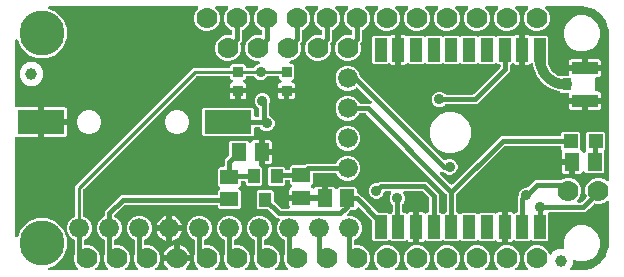
<source format=gbr>
G04 EAGLE Gerber RS-274X export*
G75*
%MOMM*%
%FSLAX34Y34*%
%LPD*%
%INTop Copper*%
%IPPOS*%
%AMOC8*
5,1,8,0,0,1.08239X$1,22.5*%
G01*
%ADD10R,1.000000X2.000000*%
%ADD11R,1.200000X1.200000*%
%ADD12R,1.240000X1.500000*%
%ADD13R,1.500000X1.240000*%
%ADD14R,4.000000X2.000000*%
%ADD15C,1.000000*%
%ADD16R,2.200000X1.050000*%
%ADD17R,0.800000X1.000000*%
%ADD18C,3.810000*%
%ADD19C,1.778000*%
%ADD20R,0.900000X0.900000*%
%ADD21C,1.676400*%
%ADD22R,1.000000X1.200000*%
%ADD23C,0.406400*%
%ADD24C,0.906400*%
%ADD25C,0.812800*%
%ADD26C,0.254000*%
%ADD27C,0.304800*%

G36*
X80685Y2558D02*
X80685Y2558D01*
X80824Y2571D01*
X80843Y2578D01*
X80864Y2581D01*
X80992Y2632D01*
X81124Y2679D01*
X81140Y2690D01*
X81159Y2698D01*
X81272Y2779D01*
X81387Y2857D01*
X81400Y2873D01*
X81417Y2884D01*
X81505Y2992D01*
X81597Y3096D01*
X81606Y3114D01*
X81619Y3129D01*
X81679Y3255D01*
X81742Y3379D01*
X81746Y3399D01*
X81755Y3417D01*
X81781Y3554D01*
X81811Y3689D01*
X81811Y3710D01*
X81815Y3729D01*
X81806Y3868D01*
X81802Y4007D01*
X81796Y4027D01*
X81795Y4047D01*
X81752Y4179D01*
X81713Y4313D01*
X81703Y4330D01*
X81697Y4349D01*
X81622Y4467D01*
X81552Y4587D01*
X81533Y4608D01*
X81527Y4618D01*
X81512Y4632D01*
X81445Y4707D01*
X79640Y6513D01*
X77977Y10527D01*
X77977Y14873D01*
X78532Y16212D01*
X78540Y16240D01*
X78553Y16267D01*
X78582Y16394D01*
X78616Y16518D01*
X78616Y16548D01*
X78623Y16577D01*
X78619Y16707D01*
X78621Y16836D01*
X78614Y16865D01*
X78613Y16895D01*
X78577Y17019D01*
X78547Y17146D01*
X78533Y17172D01*
X78525Y17200D01*
X78485Y17267D01*
X78485Y27663D01*
X78482Y27692D01*
X78484Y27721D01*
X78462Y27849D01*
X78445Y27978D01*
X78435Y28006D01*
X78430Y28035D01*
X78376Y28153D01*
X78328Y28274D01*
X78311Y28298D01*
X78299Y28325D01*
X78218Y28426D01*
X78142Y28531D01*
X78119Y28550D01*
X78100Y28573D01*
X77997Y28651D01*
X77897Y28734D01*
X77870Y28747D01*
X77846Y28764D01*
X77702Y28835D01*
X76651Y29271D01*
X73721Y32201D01*
X72135Y36028D01*
X72135Y40172D01*
X73721Y43999D01*
X76651Y46929D01*
X77702Y47365D01*
X77727Y47379D01*
X77755Y47388D01*
X77865Y47458D01*
X77978Y47522D01*
X77999Y47543D01*
X78024Y47558D01*
X78113Y47653D01*
X78206Y47743D01*
X78222Y47769D01*
X78242Y47790D01*
X78305Y47904D01*
X78373Y48015D01*
X78381Y48043D01*
X78396Y48069D01*
X78428Y48194D01*
X78466Y48318D01*
X78468Y48348D01*
X78475Y48377D01*
X78485Y48537D01*
X78485Y52484D01*
X92296Y66295D01*
X173348Y66295D01*
X173466Y66310D01*
X173585Y66317D01*
X173623Y66330D01*
X173664Y66335D01*
X173774Y66378D01*
X173887Y66415D01*
X173922Y66437D01*
X173959Y66452D01*
X174055Y66521D01*
X174156Y66585D01*
X174184Y66615D01*
X174217Y66638D01*
X174293Y66730D01*
X174374Y66817D01*
X174394Y66852D01*
X174419Y66883D01*
X174470Y66991D01*
X174528Y67095D01*
X174538Y67135D01*
X174555Y67171D01*
X174577Y67288D01*
X174607Y67403D01*
X174611Y67463D01*
X174615Y67483D01*
X174613Y67504D01*
X174617Y67564D01*
X174617Y69692D01*
X176178Y71252D01*
X176251Y71347D01*
X176330Y71436D01*
X176348Y71472D01*
X176373Y71504D01*
X176420Y71613D01*
X176474Y71719D01*
X176483Y71758D01*
X176499Y71796D01*
X176518Y71913D01*
X176544Y72029D01*
X176543Y72070D01*
X176549Y72110D01*
X176538Y72228D01*
X176534Y72347D01*
X176523Y72386D01*
X176519Y72426D01*
X176479Y72539D01*
X176446Y72653D01*
X176425Y72687D01*
X176412Y72726D01*
X176345Y72824D01*
X176284Y72927D01*
X176244Y72972D01*
X176233Y72989D01*
X176218Y73002D01*
X176178Y73047D01*
X174617Y74608D01*
X174617Y88692D01*
X175808Y89883D01*
X178816Y89883D01*
X178934Y89898D01*
X179053Y89905D01*
X179091Y89918D01*
X179132Y89923D01*
X179242Y89966D01*
X179355Y90003D01*
X179390Y90025D01*
X179427Y90040D01*
X179523Y90109D01*
X179624Y90173D01*
X179652Y90203D01*
X179685Y90226D01*
X179761Y90318D01*
X179842Y90405D01*
X179862Y90440D01*
X179887Y90471D01*
X179938Y90579D01*
X179996Y90683D01*
X180006Y90723D01*
X180023Y90759D01*
X180045Y90876D01*
X180075Y90991D01*
X180079Y91051D01*
X180083Y91071D01*
X180081Y91092D01*
X180085Y91152D01*
X180085Y96274D01*
X182838Y99026D01*
X182838Y99027D01*
X183825Y100014D01*
X183886Y100092D01*
X183954Y100164D01*
X183983Y100217D01*
X184020Y100265D01*
X184060Y100356D01*
X184108Y100443D01*
X184123Y100501D01*
X184147Y100557D01*
X184162Y100655D01*
X184187Y100751D01*
X184193Y100851D01*
X184197Y100871D01*
X184195Y100883D01*
X184197Y100911D01*
X184197Y111212D01*
X185388Y112403D01*
X199472Y112403D01*
X200837Y111038D01*
X200936Y110961D01*
X201031Y110879D01*
X201061Y110864D01*
X201088Y110843D01*
X201203Y110793D01*
X201316Y110737D01*
X201349Y110730D01*
X201380Y110717D01*
X201504Y110697D01*
X201627Y110671D01*
X201661Y110672D01*
X201694Y110667D01*
X201819Y110678D01*
X201945Y110684D01*
X201977Y110693D01*
X202011Y110697D01*
X202129Y110739D01*
X202249Y110775D01*
X202278Y110793D01*
X202310Y110804D01*
X202414Y110875D01*
X202522Y110940D01*
X202545Y110964D01*
X202573Y110983D01*
X202656Y111077D01*
X202744Y111167D01*
X202771Y111207D01*
X202784Y111221D01*
X202794Y111241D01*
X202834Y111301D01*
X203197Y111930D01*
X203670Y112403D01*
X204249Y112738D01*
X204896Y112911D01*
X208891Y112911D01*
X208891Y104140D01*
X208906Y104022D01*
X208913Y103903D01*
X208926Y103865D01*
X208931Y103825D01*
X208974Y103714D01*
X209011Y103601D01*
X209033Y103566D01*
X209048Y103529D01*
X209118Y103433D01*
X209181Y103332D01*
X209211Y103304D01*
X209235Y103272D01*
X209326Y103196D01*
X209413Y103114D01*
X209448Y103095D01*
X209479Y103069D01*
X209587Y103018D01*
X209691Y102961D01*
X209731Y102950D01*
X209767Y102933D01*
X209884Y102911D01*
X209999Y102881D01*
X210060Y102877D01*
X210080Y102873D01*
X210100Y102875D01*
X210160Y102871D01*
X211431Y102871D01*
X211431Y102869D01*
X210160Y102869D01*
X210042Y102854D01*
X209923Y102847D01*
X209885Y102834D01*
X209845Y102829D01*
X209734Y102785D01*
X209621Y102749D01*
X209586Y102727D01*
X209549Y102712D01*
X209453Y102642D01*
X209352Y102579D01*
X209324Y102549D01*
X209291Y102525D01*
X209216Y102434D01*
X209134Y102347D01*
X209114Y102312D01*
X209089Y102280D01*
X209038Y102173D01*
X208980Y102069D01*
X208970Y102029D01*
X208953Y101993D01*
X208931Y101876D01*
X208901Y101761D01*
X208897Y101700D01*
X208893Y101680D01*
X208895Y101660D01*
X208891Y101600D01*
X208891Y91692D01*
X208906Y91574D01*
X208913Y91455D01*
X208926Y91417D01*
X208931Y91376D01*
X208974Y91266D01*
X209011Y91153D01*
X209033Y91118D01*
X209048Y91081D01*
X209118Y90985D01*
X209181Y90884D01*
X209211Y90856D01*
X209235Y90823D01*
X209326Y90747D01*
X209413Y90666D01*
X209448Y90646D01*
X209479Y90621D01*
X209587Y90570D01*
X209691Y90512D01*
X209731Y90502D01*
X209767Y90485D01*
X209884Y90463D01*
X209999Y90433D01*
X210060Y90429D01*
X210080Y90425D01*
X210100Y90427D01*
X210160Y90423D01*
X210972Y90423D01*
X212163Y89232D01*
X212163Y75548D01*
X210972Y74357D01*
X199288Y74357D01*
X198097Y75548D01*
X198097Y77056D01*
X198082Y77174D01*
X198075Y77293D01*
X198062Y77331D01*
X198057Y77372D01*
X198014Y77482D01*
X197977Y77595D01*
X197955Y77630D01*
X197940Y77667D01*
X197871Y77763D01*
X197807Y77864D01*
X197777Y77892D01*
X197754Y77925D01*
X197662Y78001D01*
X197575Y78082D01*
X197540Y78102D01*
X197509Y78127D01*
X197401Y78178D01*
X197297Y78236D01*
X197257Y78246D01*
X197221Y78263D01*
X197104Y78285D01*
X196989Y78315D01*
X196929Y78319D01*
X196909Y78323D01*
X196888Y78321D01*
X196828Y78325D01*
X194952Y78325D01*
X194834Y78310D01*
X194715Y78303D01*
X194677Y78290D01*
X194636Y78285D01*
X194526Y78242D01*
X194413Y78205D01*
X194378Y78183D01*
X194341Y78168D01*
X194245Y78099D01*
X194144Y78035D01*
X194116Y78005D01*
X194083Y77982D01*
X194007Y77890D01*
X193926Y77803D01*
X193906Y77768D01*
X193881Y77737D01*
X193830Y77629D01*
X193772Y77525D01*
X193762Y77485D01*
X193745Y77449D01*
X193723Y77332D01*
X193693Y77217D01*
X193689Y77157D01*
X193685Y77137D01*
X193687Y77116D01*
X193683Y77056D01*
X193683Y74608D01*
X192122Y73047D01*
X192049Y72953D01*
X191970Y72864D01*
X191952Y72828D01*
X191927Y72796D01*
X191880Y72687D01*
X191826Y72581D01*
X191817Y72542D01*
X191801Y72504D01*
X191782Y72387D01*
X191756Y72271D01*
X191757Y72230D01*
X191751Y72190D01*
X191762Y72072D01*
X191766Y71953D01*
X191777Y71914D01*
X191781Y71874D01*
X191821Y71762D01*
X191854Y71647D01*
X191875Y71612D01*
X191888Y71574D01*
X191955Y71476D01*
X192016Y71373D01*
X192056Y71328D01*
X192067Y71311D01*
X192082Y71298D01*
X192122Y71252D01*
X193683Y69692D01*
X193683Y55608D01*
X192492Y54417D01*
X175808Y54417D01*
X174617Y55608D01*
X174617Y56896D01*
X174602Y57014D01*
X174595Y57133D01*
X174582Y57171D01*
X174577Y57212D01*
X174534Y57322D01*
X174497Y57435D01*
X174475Y57470D01*
X174460Y57507D01*
X174391Y57603D01*
X174327Y57704D01*
X174297Y57732D01*
X174274Y57765D01*
X174182Y57841D01*
X174095Y57922D01*
X174060Y57942D01*
X174029Y57967D01*
X173921Y58018D01*
X173817Y58076D01*
X173777Y58086D01*
X173741Y58103D01*
X173624Y58125D01*
X173509Y58155D01*
X173449Y58159D01*
X173429Y58163D01*
X173408Y58161D01*
X173348Y58165D01*
X96189Y58165D01*
X96091Y58153D01*
X95992Y58150D01*
X95934Y58133D01*
X95874Y58125D01*
X95782Y58089D01*
X95687Y58061D01*
X95635Y58031D01*
X95578Y58008D01*
X95498Y57950D01*
X95413Y57900D01*
X95337Y57834D01*
X95321Y57822D01*
X95313Y57812D01*
X95292Y57794D01*
X86986Y49488D01*
X86926Y49410D01*
X86858Y49338D01*
X86829Y49285D01*
X86792Y49237D01*
X86752Y49146D01*
X86704Y49059D01*
X86689Y49001D01*
X86665Y48945D01*
X86650Y48847D01*
X86625Y48751D01*
X86619Y48651D01*
X86615Y48631D01*
X86617Y48619D01*
X86615Y48591D01*
X86615Y48537D01*
X86618Y48508D01*
X86616Y48479D01*
X86638Y48351D01*
X86655Y48222D01*
X86665Y48194D01*
X86670Y48165D01*
X86724Y48047D01*
X86772Y47926D01*
X86789Y47902D01*
X86801Y47875D01*
X86882Y47774D01*
X86958Y47669D01*
X86981Y47650D01*
X87000Y47627D01*
X87103Y47549D01*
X87203Y47466D01*
X87230Y47453D01*
X87254Y47436D01*
X87398Y47365D01*
X88449Y46929D01*
X91379Y43999D01*
X92965Y40172D01*
X92965Y36028D01*
X91379Y32201D01*
X88449Y29271D01*
X87398Y28835D01*
X87373Y28821D01*
X87345Y28812D01*
X87235Y28742D01*
X87122Y28678D01*
X87101Y28657D01*
X87076Y28642D01*
X86987Y28547D01*
X86894Y28457D01*
X86878Y28431D01*
X86858Y28410D01*
X86795Y28296D01*
X86727Y28185D01*
X86719Y28157D01*
X86704Y28131D01*
X86672Y28006D01*
X86634Y27882D01*
X86632Y27852D01*
X86625Y27823D01*
X86615Y27663D01*
X86615Y24892D01*
X86630Y24774D01*
X86637Y24655D01*
X86650Y24617D01*
X86655Y24576D01*
X86698Y24466D01*
X86735Y24353D01*
X86757Y24318D01*
X86772Y24281D01*
X86841Y24185D01*
X86905Y24084D01*
X86935Y24056D01*
X86958Y24023D01*
X87050Y23947D01*
X87137Y23866D01*
X87172Y23846D01*
X87203Y23821D01*
X87311Y23770D01*
X87415Y23712D01*
X87455Y23702D01*
X87491Y23685D01*
X87608Y23663D01*
X87723Y23633D01*
X87783Y23629D01*
X87803Y23625D01*
X87824Y23627D01*
X87884Y23623D01*
X91073Y23623D01*
X95087Y21960D01*
X98160Y18887D01*
X99823Y14873D01*
X99823Y10527D01*
X98160Y6513D01*
X96355Y4707D01*
X96269Y4598D01*
X96181Y4491D01*
X96172Y4472D01*
X96160Y4456D01*
X96104Y4328D01*
X96045Y4203D01*
X96041Y4183D01*
X96033Y4164D01*
X96011Y4026D01*
X95985Y3890D01*
X95987Y3870D01*
X95983Y3850D01*
X95996Y3711D01*
X96005Y3573D01*
X96011Y3554D01*
X96013Y3534D01*
X96060Y3402D01*
X96103Y3271D01*
X96114Y3253D01*
X96121Y3234D01*
X96199Y3119D01*
X96273Y3002D01*
X96288Y2988D01*
X96299Y2971D01*
X96404Y2879D01*
X96505Y2784D01*
X96523Y2774D01*
X96538Y2761D01*
X96662Y2697D01*
X96783Y2630D01*
X96803Y2625D01*
X96821Y2616D01*
X96957Y2586D01*
X97091Y2551D01*
X97119Y2549D01*
X97131Y2546D01*
X97152Y2547D01*
X97252Y2541D01*
X105948Y2541D01*
X106085Y2558D01*
X106224Y2571D01*
X106243Y2578D01*
X106264Y2581D01*
X106392Y2632D01*
X106524Y2679D01*
X106540Y2690D01*
X106559Y2698D01*
X106672Y2779D01*
X106787Y2857D01*
X106800Y2873D01*
X106817Y2884D01*
X106905Y2992D01*
X106997Y3096D01*
X107006Y3114D01*
X107019Y3129D01*
X107079Y3255D01*
X107142Y3379D01*
X107146Y3399D01*
X107155Y3417D01*
X107181Y3554D01*
X107211Y3689D01*
X107211Y3710D01*
X107215Y3729D01*
X107206Y3868D01*
X107202Y4007D01*
X107196Y4027D01*
X107195Y4047D01*
X107152Y4179D01*
X107113Y4313D01*
X107103Y4330D01*
X107097Y4349D01*
X107022Y4467D01*
X106952Y4587D01*
X106933Y4608D01*
X106927Y4618D01*
X106912Y4632D01*
X106845Y4707D01*
X105040Y6513D01*
X103377Y10527D01*
X103377Y14873D01*
X103932Y16212D01*
X103940Y16240D01*
X103953Y16267D01*
X103982Y16394D01*
X104016Y16518D01*
X104016Y16548D01*
X104023Y16577D01*
X104019Y16707D01*
X104021Y16836D01*
X104014Y16865D01*
X104013Y16895D01*
X103977Y17019D01*
X103947Y17146D01*
X103933Y17172D01*
X103925Y17200D01*
X103885Y17267D01*
X103885Y27663D01*
X103882Y27692D01*
X103884Y27721D01*
X103862Y27849D01*
X103845Y27978D01*
X103835Y28006D01*
X103830Y28035D01*
X103776Y28153D01*
X103728Y28274D01*
X103711Y28298D01*
X103699Y28325D01*
X103618Y28426D01*
X103542Y28531D01*
X103519Y28550D01*
X103500Y28573D01*
X103397Y28651D01*
X103297Y28734D01*
X103270Y28747D01*
X103246Y28764D01*
X103102Y28835D01*
X102051Y29271D01*
X99121Y32201D01*
X97535Y36028D01*
X97535Y40172D01*
X99121Y43999D01*
X102051Y46929D01*
X105878Y48515D01*
X110022Y48515D01*
X113849Y46929D01*
X116779Y43999D01*
X118365Y40172D01*
X118365Y36028D01*
X116779Y32201D01*
X113849Y29271D01*
X112798Y28835D01*
X112773Y28821D01*
X112745Y28812D01*
X112635Y28742D01*
X112522Y28678D01*
X112501Y28657D01*
X112476Y28642D01*
X112387Y28547D01*
X112294Y28457D01*
X112278Y28431D01*
X112258Y28410D01*
X112195Y28296D01*
X112127Y28185D01*
X112119Y28157D01*
X112104Y28131D01*
X112072Y28006D01*
X112034Y27882D01*
X112032Y27852D01*
X112025Y27823D01*
X112015Y27663D01*
X112015Y24892D01*
X112030Y24774D01*
X112037Y24655D01*
X112050Y24617D01*
X112055Y24576D01*
X112098Y24466D01*
X112135Y24353D01*
X112157Y24318D01*
X112172Y24281D01*
X112241Y24185D01*
X112305Y24084D01*
X112335Y24056D01*
X112358Y24023D01*
X112450Y23947D01*
X112537Y23866D01*
X112572Y23846D01*
X112603Y23821D01*
X112711Y23770D01*
X112815Y23712D01*
X112855Y23702D01*
X112891Y23685D01*
X113008Y23663D01*
X113123Y23633D01*
X113183Y23629D01*
X113203Y23625D01*
X113224Y23627D01*
X113284Y23623D01*
X116473Y23623D01*
X120487Y21960D01*
X123560Y18887D01*
X125223Y14873D01*
X125223Y10527D01*
X123560Y6513D01*
X121755Y4707D01*
X121669Y4598D01*
X121581Y4491D01*
X121572Y4472D01*
X121560Y4456D01*
X121504Y4328D01*
X121445Y4203D01*
X121441Y4183D01*
X121433Y4164D01*
X121411Y4026D01*
X121385Y3890D01*
X121387Y3870D01*
X121383Y3850D01*
X121396Y3711D01*
X121405Y3573D01*
X121411Y3554D01*
X121413Y3534D01*
X121460Y3402D01*
X121503Y3271D01*
X121514Y3253D01*
X121521Y3234D01*
X121599Y3119D01*
X121673Y3002D01*
X121688Y2988D01*
X121699Y2971D01*
X121804Y2879D01*
X121905Y2784D01*
X121923Y2774D01*
X121938Y2761D01*
X122062Y2697D01*
X122183Y2630D01*
X122203Y2625D01*
X122221Y2616D01*
X122357Y2586D01*
X122491Y2551D01*
X122519Y2549D01*
X122531Y2546D01*
X122552Y2547D01*
X122652Y2541D01*
X130630Y2541D01*
X130768Y2558D01*
X130906Y2571D01*
X130925Y2578D01*
X130945Y2581D01*
X131075Y2632D01*
X131205Y2679D01*
X131222Y2690D01*
X131241Y2698D01*
X131353Y2779D01*
X131468Y2857D01*
X131482Y2873D01*
X131498Y2884D01*
X131587Y2992D01*
X131679Y3096D01*
X131688Y3114D01*
X131701Y3129D01*
X131760Y3255D01*
X131823Y3379D01*
X131828Y3399D01*
X131836Y3417D01*
X131862Y3553D01*
X131893Y3689D01*
X131892Y3710D01*
X131896Y3729D01*
X131888Y3868D01*
X131883Y4007D01*
X131878Y4027D01*
X131876Y4047D01*
X131834Y4179D01*
X131795Y4313D01*
X131785Y4330D01*
X131778Y4349D01*
X131704Y4467D01*
X131633Y4587D01*
X131615Y4608D01*
X131608Y4618D01*
X131593Y4632D01*
X131527Y4708D01*
X130981Y5253D01*
X129923Y6709D01*
X129107Y8312D01*
X128551Y10023D01*
X128523Y10201D01*
X138470Y10201D01*
X138588Y10216D01*
X138707Y10223D01*
X138745Y10235D01*
X138785Y10241D01*
X138896Y10284D01*
X139009Y10321D01*
X139043Y10343D01*
X139081Y10358D01*
X139177Y10427D01*
X139278Y10491D01*
X139306Y10521D01*
X139338Y10544D01*
X139414Y10636D01*
X139496Y10723D01*
X139515Y10758D01*
X139541Y10789D01*
X139592Y10897D01*
X139649Y11001D01*
X139659Y11041D01*
X139677Y11077D01*
X139697Y11184D01*
X139701Y11154D01*
X139745Y11044D01*
X139781Y10931D01*
X139803Y10896D01*
X139818Y10859D01*
X139888Y10762D01*
X139951Y10662D01*
X139981Y10634D01*
X140005Y10601D01*
X140096Y10525D01*
X140183Y10444D01*
X140218Y10424D01*
X140250Y10399D01*
X140357Y10348D01*
X140462Y10290D01*
X140501Y10280D01*
X140537Y10263D01*
X140654Y10241D01*
X140770Y10211D01*
X140830Y10207D01*
X140850Y10203D01*
X140870Y10205D01*
X140930Y10201D01*
X150877Y10201D01*
X150849Y10023D01*
X150293Y8312D01*
X149477Y6709D01*
X148419Y5253D01*
X147873Y4708D01*
X147788Y4598D01*
X147699Y4491D01*
X147690Y4472D01*
X147678Y4456D01*
X147623Y4328D01*
X147564Y4203D01*
X147560Y4183D01*
X147552Y4164D01*
X147530Y4026D01*
X147504Y3890D01*
X147505Y3870D01*
X147502Y3850D01*
X147515Y3711D01*
X147524Y3573D01*
X147530Y3554D01*
X147532Y3534D01*
X147579Y3403D01*
X147622Y3271D01*
X147632Y3253D01*
X147639Y3234D01*
X147717Y3120D01*
X147792Y3002D01*
X147806Y2988D01*
X147818Y2971D01*
X147922Y2879D01*
X148023Y2784D01*
X148041Y2774D01*
X148056Y2761D01*
X148180Y2698D01*
X148302Y2630D01*
X148321Y2625D01*
X148339Y2616D01*
X148475Y2586D01*
X148610Y2551D01*
X148638Y2549D01*
X148650Y2546D01*
X148670Y2547D01*
X148770Y2541D01*
X156748Y2541D01*
X156885Y2558D01*
X157024Y2571D01*
X157043Y2578D01*
X157064Y2581D01*
X157192Y2632D01*
X157324Y2679D01*
X157340Y2690D01*
X157359Y2698D01*
X157472Y2779D01*
X157587Y2857D01*
X157600Y2873D01*
X157617Y2884D01*
X157705Y2992D01*
X157797Y3096D01*
X157806Y3114D01*
X157819Y3129D01*
X157879Y3255D01*
X157942Y3379D01*
X157946Y3399D01*
X157955Y3417D01*
X157981Y3554D01*
X158011Y3689D01*
X158011Y3710D01*
X158015Y3729D01*
X158006Y3868D01*
X158002Y4007D01*
X157996Y4027D01*
X157995Y4047D01*
X157952Y4179D01*
X157913Y4313D01*
X157903Y4330D01*
X157897Y4349D01*
X157822Y4467D01*
X157752Y4587D01*
X157733Y4608D01*
X157727Y4618D01*
X157712Y4632D01*
X157645Y4707D01*
X155840Y6513D01*
X154177Y10527D01*
X154177Y14873D01*
X154732Y16212D01*
X154740Y16240D01*
X154753Y16267D01*
X154782Y16394D01*
X154816Y16518D01*
X154816Y16548D01*
X154823Y16577D01*
X154819Y16707D01*
X154821Y16836D01*
X154814Y16865D01*
X154813Y16895D01*
X154777Y17019D01*
X154747Y17146D01*
X154733Y17172D01*
X154725Y17200D01*
X154685Y17267D01*
X154685Y27663D01*
X154682Y27692D01*
X154684Y27721D01*
X154662Y27849D01*
X154645Y27978D01*
X154635Y28006D01*
X154630Y28035D01*
X154576Y28153D01*
X154528Y28274D01*
X154511Y28298D01*
X154499Y28325D01*
X154418Y28426D01*
X154342Y28531D01*
X154319Y28550D01*
X154300Y28573D01*
X154197Y28651D01*
X154097Y28734D01*
X154070Y28747D01*
X154046Y28764D01*
X153902Y28835D01*
X152851Y29271D01*
X149921Y32201D01*
X148335Y36028D01*
X148335Y40172D01*
X149921Y43999D01*
X152851Y46929D01*
X156678Y48515D01*
X160822Y48515D01*
X164649Y46929D01*
X167579Y43999D01*
X169165Y40172D01*
X169165Y36028D01*
X167579Y32201D01*
X164649Y29271D01*
X163598Y28835D01*
X163573Y28821D01*
X163545Y28812D01*
X163435Y28742D01*
X163322Y28678D01*
X163301Y28657D01*
X163276Y28642D01*
X163187Y28547D01*
X163094Y28457D01*
X163078Y28431D01*
X163058Y28410D01*
X162995Y28296D01*
X162927Y28185D01*
X162919Y28157D01*
X162904Y28131D01*
X162872Y28006D01*
X162834Y27882D01*
X162832Y27852D01*
X162825Y27823D01*
X162815Y27663D01*
X162815Y24892D01*
X162830Y24774D01*
X162837Y24655D01*
X162850Y24617D01*
X162855Y24576D01*
X162898Y24466D01*
X162935Y24353D01*
X162957Y24318D01*
X162972Y24281D01*
X163041Y24185D01*
X163105Y24084D01*
X163135Y24056D01*
X163158Y24023D01*
X163250Y23947D01*
X163337Y23866D01*
X163372Y23846D01*
X163403Y23821D01*
X163511Y23770D01*
X163615Y23712D01*
X163655Y23702D01*
X163691Y23685D01*
X163808Y23663D01*
X163923Y23633D01*
X163983Y23629D01*
X164003Y23625D01*
X164024Y23627D01*
X164084Y23623D01*
X167273Y23623D01*
X171287Y21960D01*
X174360Y18887D01*
X176023Y14873D01*
X176023Y10527D01*
X174360Y6513D01*
X172555Y4707D01*
X172469Y4598D01*
X172381Y4491D01*
X172372Y4472D01*
X172360Y4456D01*
X172304Y4328D01*
X172245Y4203D01*
X172241Y4183D01*
X172233Y4164D01*
X172211Y4026D01*
X172185Y3890D01*
X172187Y3870D01*
X172183Y3850D01*
X172196Y3711D01*
X172205Y3573D01*
X172211Y3554D01*
X172213Y3534D01*
X172260Y3402D01*
X172303Y3271D01*
X172314Y3253D01*
X172321Y3234D01*
X172399Y3119D01*
X172473Y3002D01*
X172488Y2988D01*
X172499Y2971D01*
X172604Y2879D01*
X172705Y2784D01*
X172723Y2774D01*
X172738Y2761D01*
X172862Y2697D01*
X172983Y2630D01*
X173003Y2625D01*
X173021Y2616D01*
X173157Y2586D01*
X173291Y2551D01*
X173319Y2549D01*
X173331Y2546D01*
X173352Y2547D01*
X173452Y2541D01*
X182148Y2541D01*
X182285Y2558D01*
X182424Y2571D01*
X182443Y2578D01*
X182464Y2581D01*
X182592Y2632D01*
X182724Y2679D01*
X182740Y2690D01*
X182759Y2698D01*
X182872Y2779D01*
X182987Y2857D01*
X183000Y2873D01*
X183017Y2884D01*
X183105Y2992D01*
X183197Y3096D01*
X183206Y3114D01*
X183219Y3129D01*
X183279Y3255D01*
X183342Y3379D01*
X183346Y3399D01*
X183355Y3417D01*
X183381Y3554D01*
X183411Y3689D01*
X183411Y3710D01*
X183415Y3729D01*
X183406Y3868D01*
X183402Y4007D01*
X183396Y4027D01*
X183395Y4047D01*
X183352Y4179D01*
X183313Y4313D01*
X183303Y4330D01*
X183297Y4349D01*
X183222Y4467D01*
X183152Y4587D01*
X183133Y4608D01*
X183127Y4618D01*
X183112Y4632D01*
X183045Y4707D01*
X181240Y6513D01*
X179577Y10527D01*
X179577Y14873D01*
X180132Y16212D01*
X180140Y16240D01*
X180153Y16267D01*
X180182Y16394D01*
X180216Y16518D01*
X180216Y16548D01*
X180223Y16577D01*
X180219Y16707D01*
X180221Y16836D01*
X180214Y16865D01*
X180213Y16895D01*
X180177Y17019D01*
X180147Y17146D01*
X180133Y17172D01*
X180125Y17200D01*
X180085Y17267D01*
X180085Y27663D01*
X180082Y27692D01*
X180084Y27721D01*
X180062Y27849D01*
X180045Y27978D01*
X180035Y28006D01*
X180030Y28035D01*
X179976Y28153D01*
X179928Y28274D01*
X179911Y28298D01*
X179899Y28325D01*
X179818Y28426D01*
X179742Y28531D01*
X179719Y28550D01*
X179700Y28573D01*
X179597Y28651D01*
X179497Y28734D01*
X179470Y28747D01*
X179446Y28764D01*
X179302Y28835D01*
X178251Y29271D01*
X175321Y32201D01*
X173735Y36028D01*
X173735Y40172D01*
X175321Y43999D01*
X178251Y46929D01*
X182078Y48515D01*
X186222Y48515D01*
X190049Y46929D01*
X192979Y43999D01*
X194565Y40172D01*
X194565Y36028D01*
X192979Y32201D01*
X190049Y29271D01*
X188998Y28835D01*
X188973Y28821D01*
X188945Y28812D01*
X188835Y28742D01*
X188722Y28678D01*
X188701Y28657D01*
X188676Y28642D01*
X188587Y28547D01*
X188494Y28457D01*
X188478Y28431D01*
X188458Y28410D01*
X188395Y28296D01*
X188327Y28185D01*
X188319Y28157D01*
X188304Y28131D01*
X188272Y28006D01*
X188234Y27882D01*
X188232Y27852D01*
X188225Y27823D01*
X188215Y27663D01*
X188215Y24892D01*
X188230Y24774D01*
X188237Y24655D01*
X188250Y24617D01*
X188255Y24576D01*
X188298Y24466D01*
X188335Y24353D01*
X188357Y24318D01*
X188372Y24281D01*
X188441Y24185D01*
X188505Y24084D01*
X188535Y24056D01*
X188558Y24023D01*
X188650Y23947D01*
X188737Y23866D01*
X188772Y23846D01*
X188803Y23821D01*
X188911Y23770D01*
X189015Y23712D01*
X189055Y23702D01*
X189091Y23685D01*
X189208Y23663D01*
X189323Y23633D01*
X189383Y23629D01*
X189403Y23625D01*
X189424Y23627D01*
X189484Y23623D01*
X192673Y23623D01*
X196687Y21960D01*
X199760Y18887D01*
X201423Y14873D01*
X201423Y10527D01*
X199760Y6513D01*
X197955Y4707D01*
X197869Y4598D01*
X197781Y4491D01*
X197772Y4472D01*
X197760Y4456D01*
X197704Y4328D01*
X197645Y4203D01*
X197641Y4183D01*
X197633Y4164D01*
X197611Y4026D01*
X197585Y3890D01*
X197587Y3870D01*
X197583Y3850D01*
X197596Y3711D01*
X197605Y3573D01*
X197611Y3554D01*
X197613Y3534D01*
X197660Y3402D01*
X197703Y3271D01*
X197714Y3253D01*
X197721Y3234D01*
X197799Y3119D01*
X197873Y3002D01*
X197888Y2988D01*
X197899Y2971D01*
X198004Y2879D01*
X198105Y2784D01*
X198123Y2774D01*
X198138Y2761D01*
X198262Y2697D01*
X198383Y2630D01*
X198403Y2625D01*
X198421Y2616D01*
X198557Y2586D01*
X198691Y2551D01*
X198719Y2549D01*
X198731Y2546D01*
X198752Y2547D01*
X198852Y2541D01*
X207548Y2541D01*
X207685Y2558D01*
X207824Y2571D01*
X207843Y2578D01*
X207864Y2581D01*
X207992Y2632D01*
X208124Y2679D01*
X208140Y2690D01*
X208159Y2698D01*
X208272Y2779D01*
X208387Y2857D01*
X208400Y2873D01*
X208417Y2884D01*
X208505Y2992D01*
X208597Y3096D01*
X208606Y3114D01*
X208619Y3129D01*
X208679Y3255D01*
X208742Y3379D01*
X208746Y3399D01*
X208755Y3417D01*
X208781Y3554D01*
X208811Y3689D01*
X208811Y3710D01*
X208815Y3729D01*
X208806Y3868D01*
X208802Y4007D01*
X208796Y4027D01*
X208795Y4047D01*
X208752Y4179D01*
X208713Y4313D01*
X208703Y4330D01*
X208697Y4349D01*
X208622Y4467D01*
X208552Y4587D01*
X208533Y4608D01*
X208527Y4618D01*
X208512Y4632D01*
X208445Y4707D01*
X206640Y6513D01*
X204977Y10527D01*
X204977Y14873D01*
X205532Y16212D01*
X205540Y16240D01*
X205553Y16267D01*
X205582Y16394D01*
X205616Y16518D01*
X205616Y16548D01*
X205623Y16577D01*
X205619Y16707D01*
X205621Y16836D01*
X205614Y16865D01*
X205613Y16895D01*
X205577Y17019D01*
X205547Y17146D01*
X205533Y17172D01*
X205525Y17200D01*
X205485Y17267D01*
X205485Y27663D01*
X205482Y27692D01*
X205484Y27721D01*
X205462Y27849D01*
X205445Y27978D01*
X205435Y28006D01*
X205430Y28035D01*
X205376Y28153D01*
X205328Y28274D01*
X205311Y28298D01*
X205299Y28325D01*
X205218Y28426D01*
X205142Y28531D01*
X205119Y28550D01*
X205100Y28573D01*
X204997Y28651D01*
X204897Y28734D01*
X204870Y28747D01*
X204846Y28764D01*
X204702Y28835D01*
X203651Y29271D01*
X200721Y32201D01*
X199135Y36028D01*
X199135Y40172D01*
X200721Y43999D01*
X203651Y46929D01*
X207478Y48515D01*
X211622Y48515D01*
X215449Y46929D01*
X218379Y43999D01*
X219965Y40172D01*
X219965Y36028D01*
X218379Y32201D01*
X215449Y29271D01*
X214398Y28835D01*
X214373Y28821D01*
X214345Y28812D01*
X214235Y28742D01*
X214122Y28678D01*
X214101Y28657D01*
X214076Y28642D01*
X213987Y28547D01*
X213894Y28457D01*
X213878Y28431D01*
X213858Y28410D01*
X213795Y28296D01*
X213727Y28185D01*
X213719Y28157D01*
X213704Y28131D01*
X213672Y28006D01*
X213634Y27882D01*
X213632Y27852D01*
X213625Y27823D01*
X213615Y27663D01*
X213615Y24892D01*
X213630Y24774D01*
X213637Y24655D01*
X213650Y24617D01*
X213655Y24576D01*
X213698Y24466D01*
X213735Y24353D01*
X213757Y24318D01*
X213772Y24281D01*
X213841Y24185D01*
X213905Y24084D01*
X213935Y24056D01*
X213958Y24023D01*
X214050Y23947D01*
X214137Y23866D01*
X214172Y23846D01*
X214203Y23821D01*
X214311Y23770D01*
X214415Y23712D01*
X214455Y23702D01*
X214491Y23685D01*
X214608Y23663D01*
X214723Y23633D01*
X214783Y23629D01*
X214803Y23625D01*
X214824Y23627D01*
X214884Y23623D01*
X218073Y23623D01*
X222087Y21960D01*
X225160Y18887D01*
X226823Y14873D01*
X226823Y10527D01*
X225160Y6513D01*
X223355Y4707D01*
X223269Y4598D01*
X223181Y4491D01*
X223172Y4472D01*
X223160Y4456D01*
X223104Y4328D01*
X223045Y4203D01*
X223041Y4183D01*
X223033Y4164D01*
X223011Y4026D01*
X222985Y3890D01*
X222987Y3870D01*
X222983Y3850D01*
X222996Y3711D01*
X223005Y3573D01*
X223011Y3554D01*
X223013Y3534D01*
X223060Y3402D01*
X223103Y3271D01*
X223114Y3253D01*
X223121Y3234D01*
X223199Y3119D01*
X223273Y3002D01*
X223288Y2988D01*
X223299Y2971D01*
X223404Y2879D01*
X223505Y2784D01*
X223523Y2774D01*
X223538Y2761D01*
X223662Y2697D01*
X223783Y2630D01*
X223803Y2625D01*
X223821Y2616D01*
X223957Y2586D01*
X224091Y2551D01*
X224119Y2549D01*
X224131Y2546D01*
X224152Y2547D01*
X224252Y2541D01*
X232948Y2541D01*
X233085Y2558D01*
X233224Y2571D01*
X233243Y2578D01*
X233264Y2581D01*
X233392Y2632D01*
X233524Y2679D01*
X233540Y2690D01*
X233559Y2698D01*
X233672Y2779D01*
X233787Y2857D01*
X233800Y2873D01*
X233817Y2884D01*
X233905Y2992D01*
X233997Y3096D01*
X234006Y3114D01*
X234019Y3129D01*
X234079Y3255D01*
X234142Y3379D01*
X234146Y3399D01*
X234155Y3417D01*
X234181Y3554D01*
X234211Y3689D01*
X234211Y3710D01*
X234215Y3729D01*
X234206Y3868D01*
X234202Y4007D01*
X234196Y4027D01*
X234195Y4047D01*
X234152Y4179D01*
X234113Y4313D01*
X234103Y4330D01*
X234097Y4349D01*
X234022Y4467D01*
X233952Y4587D01*
X233933Y4608D01*
X233927Y4618D01*
X233912Y4632D01*
X233845Y4707D01*
X232040Y6513D01*
X230377Y10527D01*
X230377Y14873D01*
X230932Y16212D01*
X230940Y16240D01*
X230953Y16267D01*
X230982Y16394D01*
X231016Y16518D01*
X231016Y16548D01*
X231023Y16577D01*
X231019Y16707D01*
X231021Y16836D01*
X231014Y16865D01*
X231013Y16895D01*
X230977Y17019D01*
X230947Y17146D01*
X230933Y17172D01*
X230925Y17200D01*
X230885Y17267D01*
X230885Y27663D01*
X230882Y27692D01*
X230884Y27721D01*
X230862Y27849D01*
X230845Y27978D01*
X230835Y28006D01*
X230830Y28035D01*
X230776Y28153D01*
X230728Y28274D01*
X230711Y28298D01*
X230699Y28325D01*
X230618Y28426D01*
X230542Y28531D01*
X230519Y28550D01*
X230500Y28573D01*
X230397Y28651D01*
X230297Y28734D01*
X230270Y28747D01*
X230246Y28764D01*
X230102Y28835D01*
X229051Y29271D01*
X226121Y32201D01*
X224535Y36028D01*
X224535Y40172D01*
X226121Y43999D01*
X226690Y44569D01*
X226775Y44678D01*
X226864Y44785D01*
X226872Y44804D01*
X226885Y44820D01*
X226940Y44948D01*
X226999Y45073D01*
X227003Y45093D01*
X227011Y45112D01*
X227033Y45250D01*
X227059Y45386D01*
X227058Y45406D01*
X227061Y45426D01*
X227048Y45565D01*
X227039Y45703D01*
X227033Y45722D01*
X227031Y45742D01*
X226984Y45873D01*
X226941Y46005D01*
X226930Y46023D01*
X226924Y46042D01*
X226846Y46156D01*
X226771Y46274D01*
X226756Y46288D01*
X226745Y46305D01*
X226641Y46397D01*
X226540Y46492D01*
X226522Y46502D01*
X226507Y46515D01*
X226383Y46578D01*
X226261Y46646D01*
X226241Y46651D01*
X226223Y46660D01*
X226087Y46690D01*
X225953Y46725D01*
X225925Y46727D01*
X225913Y46730D01*
X225893Y46729D01*
X225792Y46735D01*
X224536Y46735D01*
X221784Y49488D01*
X217286Y53986D01*
X217208Y54046D01*
X217136Y54114D01*
X217083Y54143D01*
X217035Y54180D01*
X216944Y54220D01*
X216857Y54268D01*
X216799Y54283D01*
X216743Y54307D01*
X216645Y54322D01*
X216549Y54347D01*
X216449Y54353D01*
X216429Y54357D01*
X216417Y54355D01*
X216389Y54357D01*
X208788Y54357D01*
X207597Y55548D01*
X207597Y69232D01*
X208788Y70423D01*
X220472Y70423D01*
X221663Y69232D01*
X221663Y61631D01*
X221675Y61533D01*
X221678Y61434D01*
X221695Y61376D01*
X221703Y61316D01*
X221739Y61224D01*
X221767Y61129D01*
X221797Y61077D01*
X221820Y61020D01*
X221878Y60940D01*
X221928Y60855D01*
X221994Y60779D01*
X222006Y60763D01*
X222016Y60755D01*
X222034Y60734D01*
X227532Y55236D01*
X227610Y55176D01*
X227682Y55108D01*
X227735Y55079D01*
X227783Y55042D01*
X227874Y55002D01*
X227961Y54954D01*
X228019Y54939D01*
X228075Y54915D01*
X228173Y54900D01*
X228269Y54875D01*
X228369Y54869D01*
X228389Y54865D01*
X228401Y54867D01*
X228429Y54865D01*
X234265Y54865D01*
X234396Y54881D01*
X234528Y54892D01*
X234554Y54901D01*
X234580Y54905D01*
X234703Y54953D01*
X234829Y54997D01*
X234851Y55012D01*
X234876Y55022D01*
X234983Y55099D01*
X235094Y55173D01*
X235112Y55193D01*
X235133Y55208D01*
X235218Y55311D01*
X235307Y55409D01*
X235319Y55433D01*
X235336Y55453D01*
X235393Y55573D01*
X235454Y55690D01*
X235460Y55717D01*
X235472Y55741D01*
X235497Y55871D01*
X235527Y56000D01*
X235527Y56027D01*
X235532Y56053D01*
X235523Y56185D01*
X235521Y56318D01*
X235513Y56344D01*
X235512Y56371D01*
X235471Y56496D01*
X235436Y56624D01*
X235419Y56659D01*
X235414Y56673D01*
X235402Y56692D01*
X235364Y56769D01*
X235242Y56979D01*
X235069Y57626D01*
X235069Y61621D01*
X243840Y61621D01*
X243958Y61636D01*
X244077Y61643D01*
X244115Y61656D01*
X244155Y61661D01*
X244266Y61704D01*
X244379Y61741D01*
X244414Y61763D01*
X244451Y61778D01*
X244547Y61848D01*
X244648Y61911D01*
X244676Y61941D01*
X244708Y61965D01*
X244784Y62056D01*
X244866Y62143D01*
X244885Y62178D01*
X244911Y62209D01*
X244962Y62317D01*
X245019Y62421D01*
X245030Y62461D01*
X245047Y62497D01*
X245069Y62614D01*
X245099Y62729D01*
X245103Y62790D01*
X245107Y62810D01*
X245105Y62830D01*
X245109Y62890D01*
X245109Y65430D01*
X245094Y65548D01*
X245087Y65667D01*
X245074Y65705D01*
X245069Y65745D01*
X245025Y65856D01*
X244989Y65969D01*
X244967Y66004D01*
X244952Y66041D01*
X244882Y66137D01*
X244819Y66238D01*
X244789Y66266D01*
X244765Y66298D01*
X244674Y66374D01*
X244587Y66456D01*
X244552Y66475D01*
X244520Y66501D01*
X244413Y66552D01*
X244309Y66609D01*
X244269Y66620D01*
X244233Y66637D01*
X244116Y66659D01*
X244001Y66689D01*
X243940Y66693D01*
X243920Y66697D01*
X243900Y66695D01*
X243840Y66699D01*
X235069Y66699D01*
X235069Y70694D01*
X235242Y71341D01*
X235577Y71920D01*
X236050Y72393D01*
X236679Y72756D01*
X236779Y72832D01*
X236883Y72903D01*
X236906Y72928D01*
X236933Y72949D01*
X237011Y73047D01*
X237094Y73141D01*
X237109Y73171D01*
X237130Y73198D01*
X237181Y73313D01*
X237239Y73425D01*
X237246Y73458D01*
X237260Y73488D01*
X237281Y73613D01*
X237308Y73735D01*
X237307Y73769D01*
X237313Y73802D01*
X237302Y73927D01*
X237299Y74053D01*
X237289Y74085D01*
X237286Y74119D01*
X237245Y74238D01*
X237210Y74358D01*
X237193Y74387D01*
X237182Y74419D01*
X237112Y74524D01*
X237049Y74632D01*
X237016Y74669D01*
X237006Y74684D01*
X236990Y74699D01*
X236942Y74753D01*
X235577Y76118D01*
X235577Y77826D01*
X235562Y77944D01*
X235555Y78063D01*
X235542Y78101D01*
X235537Y78142D01*
X235494Y78252D01*
X235457Y78365D01*
X235435Y78400D01*
X235420Y78437D01*
X235351Y78533D01*
X235287Y78634D01*
X235257Y78662D01*
X235234Y78695D01*
X235142Y78771D01*
X235055Y78852D01*
X235020Y78872D01*
X234989Y78897D01*
X234881Y78948D01*
X234777Y79006D01*
X234737Y79016D01*
X234701Y79033D01*
X234584Y79055D01*
X234469Y79085D01*
X234409Y79089D01*
X234389Y79093D01*
X234368Y79091D01*
X234308Y79095D01*
X232432Y79095D01*
X232314Y79080D01*
X232195Y79073D01*
X232157Y79060D01*
X232116Y79055D01*
X232006Y79012D01*
X231893Y78975D01*
X231858Y78953D01*
X231821Y78938D01*
X231725Y78869D01*
X231624Y78805D01*
X231596Y78775D01*
X231563Y78752D01*
X231487Y78660D01*
X231406Y78573D01*
X231386Y78538D01*
X231361Y78507D01*
X231310Y78399D01*
X231252Y78295D01*
X231242Y78255D01*
X231225Y78219D01*
X231203Y78102D01*
X231173Y77987D01*
X231169Y77927D01*
X231165Y77907D01*
X231167Y77886D01*
X231163Y77826D01*
X231163Y75548D01*
X229972Y74357D01*
X218288Y74357D01*
X217097Y75548D01*
X217097Y89232D01*
X218332Y90467D01*
X218463Y90433D01*
X218472Y90432D01*
X218477Y90431D01*
X218487Y90431D01*
X218624Y90423D01*
X229972Y90423D01*
X231163Y89232D01*
X231163Y88494D01*
X231178Y88376D01*
X231185Y88257D01*
X231198Y88219D01*
X231203Y88178D01*
X231246Y88068D01*
X231283Y87955D01*
X231305Y87920D01*
X231320Y87883D01*
X231389Y87787D01*
X231453Y87686D01*
X231483Y87658D01*
X231506Y87625D01*
X231598Y87549D01*
X231685Y87468D01*
X231720Y87448D01*
X231751Y87423D01*
X231859Y87372D01*
X231963Y87314D01*
X232003Y87304D01*
X232039Y87287D01*
X232156Y87265D01*
X232271Y87235D01*
X232331Y87231D01*
X232351Y87227D01*
X232372Y87229D01*
X232432Y87225D01*
X234308Y87225D01*
X234426Y87240D01*
X234545Y87247D01*
X234583Y87260D01*
X234624Y87265D01*
X234734Y87308D01*
X234847Y87345D01*
X234882Y87367D01*
X234919Y87382D01*
X235015Y87451D01*
X235116Y87515D01*
X235144Y87545D01*
X235177Y87568D01*
X235253Y87660D01*
X235334Y87747D01*
X235354Y87782D01*
X235379Y87813D01*
X235430Y87921D01*
X235488Y88025D01*
X235498Y88065D01*
X235515Y88101D01*
X235537Y88218D01*
X235567Y88333D01*
X235571Y88393D01*
X235575Y88413D01*
X235573Y88434D01*
X235577Y88494D01*
X235577Y90202D01*
X236768Y91393D01*
X247069Y91393D01*
X247167Y91405D01*
X247266Y91408D01*
X247324Y91425D01*
X247384Y91433D01*
X247476Y91469D01*
X247571Y91497D01*
X247623Y91527D01*
X247680Y91550D01*
X247760Y91608D01*
X247845Y91658D01*
X247921Y91724D01*
X247937Y91736D01*
X247945Y91746D01*
X247966Y91764D01*
X249166Y92965D01*
X274043Y92965D01*
X274072Y92968D01*
X274101Y92966D01*
X274229Y92988D01*
X274358Y93005D01*
X274386Y93015D01*
X274415Y93020D01*
X274533Y93074D01*
X274654Y93122D01*
X274678Y93139D01*
X274705Y93151D01*
X274806Y93232D01*
X274911Y93308D01*
X274930Y93331D01*
X274953Y93350D01*
X275031Y93453D01*
X275114Y93553D01*
X275127Y93580D01*
X275144Y93604D01*
X275215Y93748D01*
X275651Y94799D01*
X278581Y97729D01*
X282408Y99315D01*
X286552Y99315D01*
X290379Y97729D01*
X293309Y94799D01*
X294895Y90972D01*
X294895Y86828D01*
X293309Y83001D01*
X290379Y80071D01*
X286552Y78485D01*
X282408Y78485D01*
X278581Y80071D01*
X275651Y83001D01*
X275215Y84052D01*
X275201Y84077D01*
X275192Y84105D01*
X275122Y84215D01*
X275058Y84328D01*
X275037Y84349D01*
X275022Y84374D01*
X274927Y84463D01*
X274837Y84556D01*
X274811Y84572D01*
X274790Y84592D01*
X274676Y84655D01*
X274565Y84723D01*
X274537Y84731D01*
X274511Y84746D01*
X274386Y84778D01*
X274262Y84816D01*
X274232Y84818D01*
X274203Y84825D01*
X274043Y84835D01*
X255912Y84835D01*
X255794Y84820D01*
X255675Y84813D01*
X255637Y84800D01*
X255596Y84795D01*
X255486Y84752D01*
X255373Y84715D01*
X255338Y84693D01*
X255301Y84678D01*
X255205Y84609D01*
X255104Y84545D01*
X255076Y84515D01*
X255043Y84492D01*
X254967Y84400D01*
X254886Y84313D01*
X254866Y84278D01*
X254841Y84247D01*
X254790Y84139D01*
X254732Y84035D01*
X254722Y83995D01*
X254705Y83959D01*
X254683Y83842D01*
X254653Y83727D01*
X254649Y83667D01*
X254645Y83647D01*
X254647Y83626D01*
X254643Y83566D01*
X254643Y76118D01*
X253278Y74753D01*
X253201Y74654D01*
X253119Y74559D01*
X253104Y74529D01*
X253083Y74502D01*
X253033Y74387D01*
X252977Y74274D01*
X252970Y74241D01*
X252957Y74210D01*
X252937Y74086D01*
X252911Y73963D01*
X252912Y73929D01*
X252907Y73896D01*
X252918Y73771D01*
X252924Y73645D01*
X252933Y73613D01*
X252937Y73579D01*
X252979Y73461D01*
X253015Y73341D01*
X253033Y73312D01*
X253044Y73280D01*
X253115Y73176D01*
X253180Y73068D01*
X253204Y73045D01*
X253223Y73017D01*
X253317Y72933D01*
X253407Y72846D01*
X253447Y72819D01*
X253461Y72806D01*
X253481Y72796D01*
X253541Y72756D01*
X254170Y72393D01*
X254471Y72092D01*
X254571Y72015D01*
X254666Y71932D01*
X254696Y71917D01*
X254723Y71897D01*
X254838Y71847D01*
X254951Y71791D01*
X254984Y71784D01*
X255015Y71770D01*
X255139Y71751D01*
X255262Y71724D01*
X255295Y71726D01*
X255329Y71720D01*
X255454Y71732D01*
X255580Y71737D01*
X255612Y71747D01*
X255645Y71750D01*
X255764Y71793D01*
X255884Y71829D01*
X255913Y71846D01*
X255945Y71858D01*
X256049Y71928D01*
X256156Y71993D01*
X256180Y72018D01*
X256208Y72036D01*
X256291Y72131D01*
X256379Y72220D01*
X256406Y72261D01*
X256418Y72275D01*
X256428Y72294D01*
X256468Y72354D01*
X256587Y72560D01*
X257060Y73033D01*
X257639Y73368D01*
X258286Y73541D01*
X262281Y73541D01*
X262281Y66039D01*
X255923Y66039D01*
X255922Y66041D01*
X255853Y66137D01*
X255789Y66238D01*
X255759Y66266D01*
X255736Y66298D01*
X255644Y66374D01*
X255557Y66456D01*
X255522Y66475D01*
X255491Y66501D01*
X255383Y66552D01*
X255279Y66609D01*
X255239Y66620D01*
X255203Y66637D01*
X255086Y66659D01*
X254971Y66689D01*
X254911Y66693D01*
X254891Y66697D01*
X254870Y66695D01*
X254810Y66699D01*
X246380Y66699D01*
X246262Y66684D01*
X246143Y66677D01*
X246105Y66664D01*
X246065Y66659D01*
X245954Y66615D01*
X245841Y66579D01*
X245806Y66557D01*
X245769Y66542D01*
X245673Y66472D01*
X245572Y66409D01*
X245544Y66379D01*
X245512Y66355D01*
X245436Y66264D01*
X245354Y66177D01*
X245335Y66142D01*
X245309Y66110D01*
X245258Y66003D01*
X245201Y65899D01*
X245190Y65859D01*
X245173Y65823D01*
X245151Y65706D01*
X245121Y65591D01*
X245117Y65530D01*
X245113Y65510D01*
X245115Y65490D01*
X245111Y65430D01*
X245111Y62890D01*
X245126Y62772D01*
X245133Y62653D01*
X245146Y62615D01*
X245151Y62575D01*
X245195Y62464D01*
X245231Y62351D01*
X245253Y62316D01*
X245268Y62279D01*
X245338Y62183D01*
X245401Y62082D01*
X245431Y62054D01*
X245455Y62021D01*
X245546Y61946D01*
X245633Y61864D01*
X245668Y61844D01*
X245700Y61819D01*
X245807Y61768D01*
X245911Y61710D01*
X245951Y61700D01*
X245987Y61683D01*
X246104Y61661D01*
X246219Y61631D01*
X246280Y61627D01*
X246300Y61623D01*
X246320Y61625D01*
X246380Y61621D01*
X255307Y61621D01*
X255308Y61619D01*
X255377Y61523D01*
X255441Y61422D01*
X255471Y61394D01*
X255494Y61361D01*
X255586Y61286D01*
X255673Y61204D01*
X255708Y61184D01*
X255739Y61159D01*
X255847Y61108D01*
X255951Y61050D01*
X255991Y61040D01*
X256027Y61023D01*
X256144Y61001D01*
X256259Y60971D01*
X256319Y60967D01*
X256339Y60963D01*
X256360Y60965D01*
X256420Y60961D01*
X263550Y60961D01*
X263668Y60976D01*
X263787Y60983D01*
X263825Y60996D01*
X263865Y61001D01*
X263976Y61044D01*
X264089Y61081D01*
X264124Y61103D01*
X264161Y61118D01*
X264257Y61188D01*
X264358Y61251D01*
X264386Y61281D01*
X264418Y61305D01*
X264494Y61396D01*
X264576Y61483D01*
X264595Y61518D01*
X264621Y61549D01*
X264672Y61657D01*
X264729Y61761D01*
X264740Y61801D01*
X264757Y61837D01*
X264779Y61954D01*
X264809Y62069D01*
X264813Y62130D01*
X264817Y62150D01*
X264815Y62170D01*
X264819Y62230D01*
X264819Y63501D01*
X266090Y63501D01*
X266208Y63516D01*
X266327Y63523D01*
X266365Y63536D01*
X266405Y63541D01*
X266516Y63585D01*
X266629Y63621D01*
X266664Y63643D01*
X266701Y63658D01*
X266797Y63728D01*
X266898Y63791D01*
X266926Y63821D01*
X266958Y63845D01*
X267034Y63936D01*
X267116Y64023D01*
X267135Y64058D01*
X267161Y64090D01*
X267212Y64197D01*
X267269Y64301D01*
X267280Y64341D01*
X267297Y64377D01*
X267319Y64494D01*
X267349Y64609D01*
X267353Y64670D01*
X267357Y64690D01*
X267355Y64710D01*
X267359Y64770D01*
X267359Y73541D01*
X271354Y73541D01*
X272001Y73368D01*
X272580Y73033D01*
X273053Y72560D01*
X273416Y71931D01*
X273492Y71831D01*
X273563Y71727D01*
X273588Y71704D01*
X273609Y71677D01*
X273707Y71599D01*
X273801Y71516D01*
X273831Y71501D01*
X273858Y71480D01*
X273973Y71429D01*
X274085Y71371D01*
X274118Y71364D01*
X274148Y71350D01*
X274273Y71329D01*
X274395Y71302D01*
X274429Y71303D01*
X274462Y71297D01*
X274587Y71308D01*
X274713Y71311D01*
X274745Y71321D01*
X274779Y71324D01*
X274898Y71365D01*
X275018Y71400D01*
X275047Y71417D01*
X275079Y71428D01*
X275184Y71498D01*
X275292Y71561D01*
X275329Y71594D01*
X275344Y71604D01*
X275359Y71620D01*
X275413Y71668D01*
X276778Y73033D01*
X290862Y73033D01*
X292053Y71842D01*
X292053Y68834D01*
X292068Y68716D01*
X292075Y68597D01*
X292088Y68559D01*
X292093Y68518D01*
X292136Y68408D01*
X292173Y68295D01*
X292195Y68260D01*
X292210Y68223D01*
X292279Y68127D01*
X292343Y68026D01*
X292373Y67998D01*
X292396Y67965D01*
X292488Y67889D01*
X292575Y67808D01*
X292610Y67788D01*
X292641Y67763D01*
X292749Y67712D01*
X292853Y67654D01*
X292893Y67644D01*
X292929Y67627D01*
X293046Y67605D01*
X293161Y67575D01*
X293221Y67571D01*
X293241Y67567D01*
X293262Y67569D01*
X293322Y67565D01*
X293784Y67565D01*
X296536Y64812D01*
X309644Y51704D01*
X309722Y51644D01*
X309794Y51576D01*
X309847Y51547D01*
X309895Y51510D01*
X309986Y51470D01*
X310073Y51422D01*
X310131Y51407D01*
X310187Y51383D01*
X310285Y51368D01*
X310381Y51343D01*
X310481Y51337D01*
X310501Y51333D01*
X310513Y51335D01*
X310541Y51333D01*
X318072Y51333D01*
X318832Y50572D01*
X318926Y50499D01*
X319016Y50420D01*
X319052Y50402D01*
X319084Y50377D01*
X319193Y50330D01*
X319299Y50276D01*
X319338Y50267D01*
X319376Y50251D01*
X319493Y50232D01*
X319609Y50206D01*
X319650Y50207D01*
X319690Y50201D01*
X319808Y50212D01*
X319927Y50216D01*
X319966Y50227D01*
X320006Y50231D01*
X320119Y50271D01*
X320233Y50304D01*
X320267Y50325D01*
X320306Y50338D01*
X320404Y50405D01*
X320507Y50466D01*
X320552Y50506D01*
X320569Y50517D01*
X320582Y50532D01*
X320627Y50572D01*
X321465Y51409D01*
X321482Y51416D01*
X321595Y51453D01*
X321630Y51475D01*
X321667Y51490D01*
X321763Y51559D01*
X321864Y51623D01*
X321892Y51653D01*
X321925Y51676D01*
X322001Y51768D01*
X322082Y51855D01*
X322102Y51890D01*
X322127Y51921D01*
X322178Y52029D01*
X322236Y52133D01*
X322246Y52173D01*
X322263Y52209D01*
X322285Y52326D01*
X322315Y52441D01*
X322319Y52501D01*
X322323Y52521D01*
X322321Y52542D01*
X322325Y52602D01*
X322325Y57755D01*
X322313Y57853D01*
X322310Y57952D01*
X322293Y58010D01*
X322285Y58071D01*
X322249Y58163D01*
X322221Y58258D01*
X322191Y58310D01*
X322168Y58366D01*
X322110Y58446D01*
X322060Y58532D01*
X321994Y58607D01*
X321982Y58624D01*
X321972Y58631D01*
X321954Y58653D01*
X320825Y59781D01*
X319825Y62194D01*
X319825Y64806D01*
X320825Y67219D01*
X321035Y67428D01*
X321120Y67538D01*
X321208Y67645D01*
X321217Y67664D01*
X321230Y67680D01*
X321285Y67807D01*
X321344Y67933D01*
X321348Y67953D01*
X321356Y67972D01*
X321378Y68109D01*
X321404Y68246D01*
X321403Y68266D01*
X321406Y68286D01*
X321393Y68424D01*
X321384Y68563D01*
X321378Y68582D01*
X321376Y68602D01*
X321329Y68734D01*
X321286Y68865D01*
X321275Y68882D01*
X321268Y68902D01*
X321190Y69017D01*
X321116Y69134D01*
X321101Y69148D01*
X321090Y69165D01*
X320986Y69257D01*
X320884Y69352D01*
X320867Y69362D01*
X320851Y69375D01*
X320727Y69439D01*
X320606Y69506D01*
X320586Y69511D01*
X320568Y69520D01*
X320432Y69550D01*
X320298Y69585D01*
X320270Y69587D01*
X320258Y69590D01*
X320237Y69589D01*
X320137Y69595D01*
X316444Y69595D01*
X316326Y69580D01*
X316207Y69573D01*
X316169Y69560D01*
X316128Y69555D01*
X316018Y69512D01*
X315905Y69475D01*
X315870Y69453D01*
X315833Y69438D01*
X315737Y69369D01*
X315636Y69305D01*
X315608Y69275D01*
X315575Y69252D01*
X315499Y69160D01*
X315418Y69073D01*
X315398Y69038D01*
X315373Y69007D01*
X315322Y68899D01*
X315264Y68795D01*
X315254Y68755D01*
X315237Y68719D01*
X315228Y68674D01*
X314175Y66131D01*
X312329Y64285D01*
X309916Y63285D01*
X307304Y63285D01*
X304891Y64285D01*
X303045Y66131D01*
X302045Y68544D01*
X302045Y71156D01*
X303045Y73569D01*
X304891Y75415D01*
X307304Y76415D01*
X308901Y76415D01*
X308999Y76427D01*
X309098Y76430D01*
X309156Y76447D01*
X309216Y76455D01*
X309308Y76491D01*
X309403Y76519D01*
X309455Y76549D01*
X309512Y76572D01*
X309592Y76630D01*
X309677Y76680D01*
X309753Y76746D01*
X309769Y76758D01*
X309777Y76768D01*
X309798Y76786D01*
X310736Y77725D01*
X350934Y77725D01*
X361295Y67364D01*
X361295Y52602D01*
X361310Y52484D01*
X361317Y52365D01*
X361330Y52327D01*
X361335Y52286D01*
X361378Y52176D01*
X361415Y52063D01*
X361437Y52028D01*
X361452Y51991D01*
X361521Y51895D01*
X361585Y51794D01*
X361615Y51766D01*
X361638Y51733D01*
X361730Y51657D01*
X361817Y51576D01*
X361852Y51556D01*
X361883Y51531D01*
X361991Y51480D01*
X362095Y51422D01*
X362135Y51412D01*
X362171Y51395D01*
X362288Y51373D01*
X362403Y51343D01*
X362463Y51339D01*
X362483Y51335D01*
X362504Y51337D01*
X362564Y51333D01*
X363072Y51333D01*
X363832Y50572D01*
X363926Y50499D01*
X364016Y50420D01*
X364052Y50402D01*
X364084Y50377D01*
X364193Y50330D01*
X364299Y50276D01*
X364338Y50267D01*
X364376Y50251D01*
X364493Y50232D01*
X364609Y50206D01*
X364650Y50207D01*
X364690Y50201D01*
X364808Y50212D01*
X364927Y50216D01*
X364966Y50227D01*
X365006Y50231D01*
X365119Y50271D01*
X365233Y50304D01*
X365267Y50325D01*
X365306Y50338D01*
X365404Y50405D01*
X365507Y50466D01*
X365552Y50506D01*
X365569Y50517D01*
X365582Y50532D01*
X365627Y50572D01*
X366388Y51333D01*
X366896Y51333D01*
X367014Y51348D01*
X367133Y51355D01*
X367171Y51368D01*
X367212Y51373D01*
X367322Y51416D01*
X367435Y51453D01*
X367470Y51475D01*
X367507Y51490D01*
X367603Y51559D01*
X367704Y51623D01*
X367732Y51653D01*
X367765Y51676D01*
X367841Y51768D01*
X367922Y51855D01*
X367942Y51890D01*
X367967Y51921D01*
X368018Y52029D01*
X368076Y52133D01*
X368086Y52173D01*
X368103Y52209D01*
X368125Y52326D01*
X368155Y52441D01*
X368159Y52501D01*
X368163Y52521D01*
X368161Y52542D01*
X368165Y52602D01*
X368165Y66491D01*
X368153Y66589D01*
X368150Y66688D01*
X368133Y66746D01*
X368125Y66806D01*
X368089Y66898D01*
X368061Y66993D01*
X368031Y67045D01*
X368008Y67102D01*
X367950Y67182D01*
X367900Y67267D01*
X367834Y67343D01*
X367822Y67359D01*
X367812Y67367D01*
X367794Y67388D01*
X299918Y135264D01*
X299840Y135324D01*
X299768Y135392D01*
X299715Y135421D01*
X299667Y135458D01*
X299576Y135498D01*
X299489Y135546D01*
X299431Y135561D01*
X299375Y135585D01*
X299277Y135600D01*
X299181Y135625D01*
X299081Y135631D01*
X299061Y135635D01*
X299049Y135633D01*
X299021Y135635D01*
X294917Y135635D01*
X294888Y135632D01*
X294859Y135634D01*
X294731Y135612D01*
X294602Y135595D01*
X294574Y135585D01*
X294545Y135580D01*
X294427Y135526D01*
X294306Y135478D01*
X294282Y135461D01*
X294255Y135449D01*
X294154Y135368D01*
X294049Y135292D01*
X294030Y135269D01*
X294007Y135250D01*
X293929Y135147D01*
X293846Y135047D01*
X293833Y135020D01*
X293816Y134996D01*
X293745Y134852D01*
X293309Y133801D01*
X290379Y130871D01*
X286552Y129285D01*
X282408Y129285D01*
X278581Y130871D01*
X275651Y133801D01*
X274065Y137628D01*
X274065Y141772D01*
X275651Y145599D01*
X278581Y148529D01*
X282408Y150115D01*
X286552Y150115D01*
X290379Y148529D01*
X293309Y145599D01*
X293745Y144548D01*
X293759Y144523D01*
X293768Y144495D01*
X293838Y144385D01*
X293902Y144272D01*
X293923Y144251D01*
X293938Y144226D01*
X294033Y144137D01*
X294123Y144044D01*
X294149Y144028D01*
X294170Y144008D01*
X294284Y143945D01*
X294395Y143877D01*
X294423Y143869D01*
X294449Y143854D01*
X294574Y143822D01*
X294698Y143784D01*
X294728Y143782D01*
X294757Y143775D01*
X294917Y143765D01*
X303353Y143765D01*
X303490Y143782D01*
X303629Y143795D01*
X303648Y143802D01*
X303668Y143805D01*
X303797Y143856D01*
X303928Y143903D01*
X303945Y143914D01*
X303964Y143922D01*
X304076Y144003D01*
X304191Y144081D01*
X304205Y144097D01*
X304221Y144108D01*
X304310Y144216D01*
X304402Y144320D01*
X304411Y144338D01*
X304424Y144353D01*
X304483Y144479D01*
X304546Y144603D01*
X304551Y144623D01*
X304560Y144641D01*
X304586Y144777D01*
X304616Y144913D01*
X304616Y144934D01*
X304619Y144953D01*
X304611Y145092D01*
X304606Y145231D01*
X304601Y145251D01*
X304600Y145271D01*
X304557Y145403D01*
X304518Y145537D01*
X304508Y145554D01*
X304502Y145573D01*
X304427Y145691D01*
X304357Y145811D01*
X304338Y145832D01*
X304331Y145842D01*
X304317Y145856D01*
X304250Y145931D01*
X293043Y157139D01*
X292948Y157212D01*
X292859Y157291D01*
X292823Y157309D01*
X292791Y157334D01*
X292682Y157381D01*
X292576Y157435D01*
X292537Y157444D01*
X292500Y157460D01*
X292382Y157479D01*
X292266Y157505D01*
X292225Y157504D01*
X292185Y157510D01*
X292067Y157499D01*
X291948Y157495D01*
X291909Y157484D01*
X291869Y157480D01*
X291757Y157440D01*
X291642Y157407D01*
X291608Y157386D01*
X291570Y157373D01*
X291471Y157306D01*
X291368Y157245D01*
X291323Y157206D01*
X291306Y157194D01*
X291293Y157179D01*
X291248Y157139D01*
X290379Y156271D01*
X286552Y154685D01*
X282408Y154685D01*
X278581Y156271D01*
X275651Y159201D01*
X274065Y163028D01*
X274065Y167172D01*
X275651Y170999D01*
X278581Y173929D01*
X282408Y175515D01*
X286552Y175515D01*
X290379Y173929D01*
X293309Y170999D01*
X294909Y167136D01*
X294910Y167112D01*
X294927Y167054D01*
X294935Y166994D01*
X294971Y166902D01*
X294999Y166807D01*
X295029Y166754D01*
X295052Y166698D01*
X295110Y166618D01*
X295160Y166533D01*
X295226Y166457D01*
X295238Y166441D01*
X295248Y166433D01*
X295266Y166412D01*
X365689Y95990D01*
X365712Y95972D01*
X365731Y95949D01*
X365837Y95875D01*
X365940Y95795D01*
X365967Y95783D01*
X365991Y95766D01*
X366112Y95720D01*
X366232Y95669D01*
X366261Y95664D01*
X366288Y95653D01*
X366417Y95639D01*
X366546Y95619D01*
X366575Y95622D01*
X366604Y95618D01*
X366733Y95636D01*
X366862Y95649D01*
X366890Y95659D01*
X366919Y95663D01*
X367072Y95715D01*
X369534Y96735D01*
X372146Y96735D01*
X374559Y95735D01*
X376405Y93889D01*
X377405Y91476D01*
X377405Y88864D01*
X376405Y86451D01*
X374559Y84605D01*
X372146Y83605D01*
X369534Y83605D01*
X367121Y84605D01*
X365993Y85734D01*
X365914Y85794D01*
X365842Y85862D01*
X365789Y85891D01*
X365741Y85928D01*
X365650Y85968D01*
X365564Y86016D01*
X365505Y86031D01*
X365449Y86055D01*
X365351Y86070D01*
X365256Y86095D01*
X365156Y86101D01*
X365135Y86105D01*
X365123Y86103D01*
X365095Y86105D01*
X363637Y86105D01*
X363500Y86088D01*
X363361Y86075D01*
X363342Y86068D01*
X363322Y86065D01*
X363193Y86014D01*
X363062Y85967D01*
X363045Y85956D01*
X363026Y85948D01*
X362914Y85867D01*
X362799Y85789D01*
X362785Y85773D01*
X362769Y85762D01*
X362680Y85654D01*
X362588Y85550D01*
X362579Y85532D01*
X362566Y85517D01*
X362507Y85391D01*
X362444Y85267D01*
X362439Y85247D01*
X362430Y85229D01*
X362404Y85093D01*
X362374Y84957D01*
X362374Y84936D01*
X362371Y84917D01*
X362379Y84778D01*
X362384Y84639D01*
X362389Y84619D01*
X362390Y84599D01*
X362433Y84467D01*
X362472Y84333D01*
X362482Y84316D01*
X362488Y84297D01*
X362563Y84179D01*
X362633Y84059D01*
X362652Y84038D01*
X362659Y84028D01*
X362674Y84014D01*
X362740Y83939D01*
X371333Y75346D01*
X371427Y75273D01*
X371516Y75194D01*
X371552Y75176D01*
X371584Y75151D01*
X371693Y75104D01*
X371799Y75050D01*
X371838Y75041D01*
X371876Y75025D01*
X371993Y75006D01*
X372109Y74980D01*
X372150Y74981D01*
X372190Y74975D01*
X372308Y74986D01*
X372427Y74990D01*
X372466Y75001D01*
X372506Y75005D01*
X372619Y75045D01*
X372733Y75078D01*
X372768Y75098D01*
X372806Y75112D01*
X372904Y75179D01*
X373007Y75239D01*
X373052Y75279D01*
X373069Y75291D01*
X373082Y75306D01*
X373128Y75346D01*
X411094Y113312D01*
X413846Y116065D01*
X464068Y116065D01*
X464186Y116080D01*
X464305Y116087D01*
X464343Y116100D01*
X464384Y116105D01*
X464494Y116148D01*
X464607Y116185D01*
X464642Y116207D01*
X464679Y116222D01*
X464775Y116291D01*
X464876Y116355D01*
X464904Y116385D01*
X464937Y116408D01*
X465013Y116500D01*
X465094Y116587D01*
X465114Y116622D01*
X465139Y116653D01*
X465190Y116761D01*
X465248Y116865D01*
X465258Y116905D01*
X465275Y116941D01*
X465297Y117058D01*
X465327Y117173D01*
X465331Y117233D01*
X465335Y117253D01*
X465333Y117274D01*
X465337Y117334D01*
X465337Y118842D01*
X466528Y120033D01*
X480212Y120033D01*
X481403Y118842D01*
X481403Y104906D01*
X481416Y104801D01*
X481420Y104695D01*
X481436Y104644D01*
X481443Y104590D01*
X481481Y104492D01*
X481512Y104391D01*
X481540Y104345D01*
X481560Y104295D01*
X481622Y104209D01*
X481676Y104119D01*
X481715Y104081D01*
X481746Y104037D01*
X481828Y103970D01*
X481903Y103896D01*
X481975Y103848D01*
X481991Y103834D01*
X482005Y103828D01*
X482037Y103807D01*
X482130Y103753D01*
X482603Y103280D01*
X482966Y102651D01*
X483042Y102551D01*
X483113Y102447D01*
X483138Y102424D01*
X483159Y102397D01*
X483257Y102319D01*
X483351Y102236D01*
X483381Y102221D01*
X483408Y102200D01*
X483523Y102149D01*
X483635Y102091D01*
X483668Y102084D01*
X483698Y102070D01*
X483823Y102049D01*
X483945Y102022D01*
X483979Y102023D01*
X484012Y102017D01*
X484137Y102028D01*
X484263Y102031D01*
X484295Y102041D01*
X484329Y102044D01*
X484448Y102085D01*
X484568Y102120D01*
X484597Y102137D01*
X484629Y102148D01*
X484734Y102218D01*
X484842Y102281D01*
X484879Y102314D01*
X484894Y102324D01*
X484909Y102340D01*
X484963Y102388D01*
X486138Y103563D01*
X486211Y103657D01*
X486290Y103746D01*
X486308Y103782D01*
X486333Y103814D01*
X486380Y103923D01*
X486434Y104029D01*
X486443Y104069D01*
X486459Y104106D01*
X486478Y104224D01*
X486504Y104339D01*
X486503Y104380D01*
X486509Y104420D01*
X486498Y104538D01*
X486494Y104657D01*
X486483Y104696D01*
X486479Y104736D01*
X486439Y104848D01*
X486406Y104963D01*
X486385Y104998D01*
X486372Y105036D01*
X486337Y105086D01*
X486337Y118842D01*
X487528Y120033D01*
X501212Y120033D01*
X502403Y118842D01*
X502403Y105158D01*
X501602Y104358D01*
X501529Y104264D01*
X501450Y104174D01*
X501432Y104138D01*
X501407Y104106D01*
X501360Y103997D01*
X501306Y103891D01*
X501297Y103852D01*
X501281Y103814D01*
X501262Y103697D01*
X501236Y103581D01*
X501237Y103540D01*
X501231Y103500D01*
X501242Y103382D01*
X501246Y103263D01*
X501257Y103224D01*
X501261Y103184D01*
X501301Y103071D01*
X501334Y102957D01*
X501355Y102923D01*
X501368Y102884D01*
X501435Y102786D01*
X501496Y102683D01*
X501536Y102638D01*
X501547Y102621D01*
X501562Y102608D01*
X501602Y102563D01*
X501603Y102562D01*
X501603Y85878D01*
X500412Y84687D01*
X486328Y84687D01*
X484963Y86052D01*
X484864Y86129D01*
X484769Y86211D01*
X484739Y86226D01*
X484712Y86247D01*
X484597Y86297D01*
X484484Y86353D01*
X484451Y86360D01*
X484420Y86373D01*
X484296Y86393D01*
X484173Y86419D01*
X484139Y86418D01*
X484106Y86423D01*
X483981Y86412D01*
X483855Y86406D01*
X483823Y86397D01*
X483789Y86393D01*
X483671Y86351D01*
X483551Y86315D01*
X483522Y86297D01*
X483490Y86286D01*
X483386Y86215D01*
X483278Y86150D01*
X483255Y86126D01*
X483227Y86107D01*
X483144Y86013D01*
X483056Y85923D01*
X483029Y85883D01*
X483016Y85869D01*
X483006Y85849D01*
X482966Y85789D01*
X482603Y85160D01*
X482130Y84687D01*
X481551Y84352D01*
X480904Y84179D01*
X476909Y84179D01*
X476909Y92950D01*
X476894Y93068D01*
X476887Y93187D01*
X476874Y93225D01*
X476869Y93265D01*
X476825Y93376D01*
X476789Y93489D01*
X476767Y93524D01*
X476752Y93561D01*
X476682Y93657D01*
X476619Y93758D01*
X476589Y93786D01*
X476565Y93818D01*
X476474Y93894D01*
X476387Y93976D01*
X476352Y93995D01*
X476320Y94021D01*
X476213Y94072D01*
X476109Y94129D01*
X476069Y94140D01*
X476033Y94157D01*
X475916Y94179D01*
X475801Y94209D01*
X475740Y94213D01*
X475720Y94217D01*
X475700Y94215D01*
X475640Y94219D01*
X474369Y94219D01*
X474369Y95490D01*
X474354Y95608D01*
X474347Y95727D01*
X474334Y95765D01*
X474329Y95805D01*
X474285Y95916D01*
X474249Y96029D01*
X474227Y96064D01*
X474212Y96101D01*
X474142Y96197D01*
X474079Y96298D01*
X474049Y96326D01*
X474025Y96358D01*
X473934Y96434D01*
X473847Y96516D01*
X473812Y96535D01*
X473780Y96561D01*
X473673Y96612D01*
X473569Y96669D01*
X473529Y96680D01*
X473493Y96697D01*
X473376Y96719D01*
X473261Y96749D01*
X473200Y96753D01*
X473180Y96757D01*
X473160Y96755D01*
X473100Y96759D01*
X465629Y96759D01*
X465629Y102054D01*
X465802Y102701D01*
X466045Y103120D01*
X466088Y103224D01*
X466139Y103324D01*
X466150Y103370D01*
X466168Y103413D01*
X466184Y103525D01*
X466209Y103634D01*
X466208Y103681D01*
X466214Y103728D01*
X466203Y103840D01*
X466199Y103952D01*
X466186Y103997D01*
X466181Y104044D01*
X466142Y104150D01*
X466111Y104258D01*
X466087Y104298D01*
X466071Y104342D01*
X466007Y104435D01*
X465949Y104532D01*
X465901Y104586D01*
X465889Y104604D01*
X465875Y104616D01*
X465843Y104652D01*
X465337Y105158D01*
X465337Y106666D01*
X465322Y106784D01*
X465315Y106903D01*
X465302Y106941D01*
X465297Y106982D01*
X465254Y107092D01*
X465217Y107205D01*
X465195Y107240D01*
X465180Y107277D01*
X465111Y107373D01*
X465047Y107474D01*
X465017Y107502D01*
X464994Y107535D01*
X464902Y107611D01*
X464815Y107692D01*
X464780Y107712D01*
X464749Y107737D01*
X464641Y107788D01*
X464537Y107846D01*
X464497Y107856D01*
X464461Y107873D01*
X464344Y107895D01*
X464229Y107925D01*
X464169Y107929D01*
X464149Y107933D01*
X464128Y107931D01*
X464068Y107935D01*
X417739Y107935D01*
X417641Y107923D01*
X417542Y107920D01*
X417484Y107903D01*
X417424Y107895D01*
X417332Y107859D01*
X417237Y107831D01*
X417185Y107801D01*
X417128Y107778D01*
X417048Y107720D01*
X416963Y107670D01*
X416887Y107604D01*
X416871Y107592D01*
X416863Y107582D01*
X416842Y107564D01*
X376666Y67388D01*
X376606Y67310D01*
X376538Y67238D01*
X376509Y67185D01*
X376472Y67137D01*
X376432Y67046D01*
X376384Y66959D01*
X376369Y66901D01*
X376345Y66845D01*
X376330Y66747D01*
X376305Y66651D01*
X376299Y66551D01*
X376295Y66531D01*
X376297Y66519D01*
X376295Y66491D01*
X376295Y52602D01*
X376310Y52484D01*
X376317Y52365D01*
X376330Y52327D01*
X376335Y52286D01*
X376378Y52176D01*
X376415Y52063D01*
X376437Y52028D01*
X376452Y51991D01*
X376521Y51895D01*
X376585Y51794D01*
X376615Y51766D01*
X376638Y51733D01*
X376730Y51657D01*
X376817Y51576D01*
X376852Y51556D01*
X376883Y51531D01*
X376991Y51480D01*
X377095Y51422D01*
X377135Y51412D01*
X377171Y51395D01*
X377288Y51373D01*
X377403Y51343D01*
X377463Y51339D01*
X377483Y51335D01*
X377504Y51337D01*
X377564Y51333D01*
X378072Y51333D01*
X378832Y50572D01*
X378926Y50499D01*
X379016Y50420D01*
X379052Y50402D01*
X379084Y50377D01*
X379193Y50330D01*
X379299Y50276D01*
X379338Y50267D01*
X379376Y50251D01*
X379493Y50232D01*
X379609Y50206D01*
X379650Y50207D01*
X379690Y50201D01*
X379808Y50212D01*
X379927Y50216D01*
X379966Y50227D01*
X380006Y50231D01*
X380119Y50271D01*
X380233Y50304D01*
X380267Y50325D01*
X380306Y50338D01*
X380404Y50405D01*
X380507Y50466D01*
X380552Y50506D01*
X380569Y50517D01*
X380582Y50532D01*
X380627Y50572D01*
X381388Y51333D01*
X393072Y51333D01*
X393832Y50572D01*
X393926Y50499D01*
X394016Y50420D01*
X394052Y50402D01*
X394084Y50377D01*
X394193Y50330D01*
X394299Y50276D01*
X394338Y50267D01*
X394376Y50251D01*
X394493Y50232D01*
X394609Y50206D01*
X394650Y50207D01*
X394690Y50201D01*
X394808Y50212D01*
X394927Y50216D01*
X394966Y50227D01*
X395006Y50231D01*
X395119Y50271D01*
X395233Y50304D01*
X395267Y50325D01*
X395306Y50338D01*
X395404Y50405D01*
X395507Y50466D01*
X395552Y50506D01*
X395569Y50517D01*
X395582Y50532D01*
X395627Y50572D01*
X396388Y51333D01*
X408072Y51333D01*
X408473Y50931D01*
X408567Y50858D01*
X408657Y50780D01*
X408693Y50761D01*
X408725Y50736D01*
X408834Y50689D01*
X408940Y50635D01*
X408979Y50626D01*
X409016Y50610D01*
X409134Y50591D01*
X409250Y50565D01*
X409290Y50567D01*
X409331Y50560D01*
X409449Y50571D01*
X409568Y50575D01*
X409607Y50586D01*
X409647Y50590D01*
X409759Y50630D01*
X409874Y50663D01*
X409908Y50684D01*
X409946Y50698D01*
X410045Y50764D01*
X410147Y50825D01*
X410193Y50865D01*
X410210Y50876D01*
X410223Y50892D01*
X410268Y50931D01*
X410670Y51333D01*
X411249Y51668D01*
X411896Y51841D01*
X414731Y51841D01*
X414731Y40530D01*
X414746Y40412D01*
X414753Y40293D01*
X414765Y40255D01*
X414771Y40215D01*
X414814Y40104D01*
X414851Y39991D01*
X414873Y39957D01*
X414888Y39919D01*
X414957Y39823D01*
X415021Y39722D01*
X415051Y39694D01*
X415074Y39662D01*
X415166Y39586D01*
X415253Y39504D01*
X415288Y39485D01*
X415319Y39459D01*
X415427Y39408D01*
X415531Y39351D01*
X415571Y39341D01*
X415607Y39323D01*
X415714Y39303D01*
X415684Y39299D01*
X415574Y39255D01*
X415461Y39219D01*
X415426Y39197D01*
X415389Y39182D01*
X415292Y39112D01*
X415192Y39049D01*
X415164Y39019D01*
X415131Y38995D01*
X415055Y38904D01*
X414974Y38817D01*
X414954Y38782D01*
X414929Y38750D01*
X414878Y38643D01*
X414820Y38538D01*
X414810Y38499D01*
X414793Y38463D01*
X414771Y38346D01*
X414741Y38230D01*
X414737Y38170D01*
X414733Y38150D01*
X414735Y38130D01*
X414731Y38070D01*
X414731Y26759D01*
X411896Y26759D01*
X411249Y26932D01*
X410670Y27267D01*
X410268Y27669D01*
X410174Y27742D01*
X410085Y27820D01*
X410049Y27839D01*
X410017Y27864D01*
X409908Y27911D01*
X409802Y27965D01*
X409762Y27974D01*
X409725Y27990D01*
X409607Y28009D01*
X409491Y28035D01*
X409451Y28033D01*
X409411Y28040D01*
X409293Y28029D01*
X409174Y28025D01*
X409135Y28014D01*
X409094Y28010D01*
X408983Y27970D01*
X408868Y27937D01*
X408833Y27916D01*
X408795Y27902D01*
X408697Y27836D01*
X408594Y27775D01*
X408549Y27735D01*
X408532Y27724D01*
X408519Y27708D01*
X408473Y27669D01*
X408072Y27267D01*
X396388Y27267D01*
X395627Y28028D01*
X395533Y28101D01*
X395444Y28180D01*
X395408Y28198D01*
X395376Y28223D01*
X395267Y28270D01*
X395161Y28324D01*
X395122Y28333D01*
X395084Y28349D01*
X394967Y28368D01*
X394851Y28394D01*
X394810Y28393D01*
X394770Y28399D01*
X394652Y28388D01*
X394533Y28384D01*
X394494Y28373D01*
X394454Y28369D01*
X394342Y28329D01*
X394227Y28296D01*
X394192Y28275D01*
X394154Y28262D01*
X394056Y28195D01*
X393953Y28134D01*
X393908Y28094D01*
X393891Y28083D01*
X393878Y28068D01*
X393832Y28028D01*
X393072Y27267D01*
X381388Y27267D01*
X380627Y28028D01*
X380533Y28101D01*
X380444Y28180D01*
X380408Y28198D01*
X380376Y28223D01*
X380267Y28270D01*
X380161Y28324D01*
X380122Y28333D01*
X380084Y28349D01*
X379967Y28368D01*
X379851Y28394D01*
X379810Y28393D01*
X379770Y28399D01*
X379652Y28388D01*
X379533Y28384D01*
X379494Y28373D01*
X379454Y28369D01*
X379342Y28329D01*
X379227Y28296D01*
X379192Y28275D01*
X379154Y28262D01*
X379056Y28195D01*
X378953Y28134D01*
X378908Y28094D01*
X378891Y28083D01*
X378878Y28068D01*
X378832Y28028D01*
X378072Y27267D01*
X366388Y27267D01*
X365627Y28028D01*
X365533Y28101D01*
X365444Y28180D01*
X365408Y28198D01*
X365376Y28223D01*
X365267Y28270D01*
X365161Y28324D01*
X365122Y28333D01*
X365084Y28349D01*
X364967Y28368D01*
X364851Y28394D01*
X364810Y28393D01*
X364770Y28399D01*
X364652Y28388D01*
X364533Y28384D01*
X364494Y28373D01*
X364454Y28369D01*
X364342Y28329D01*
X364227Y28296D01*
X364192Y28275D01*
X364154Y28262D01*
X364056Y28195D01*
X363953Y28134D01*
X363908Y28094D01*
X363891Y28083D01*
X363878Y28068D01*
X363832Y28028D01*
X363072Y27267D01*
X351388Y27267D01*
X350987Y27669D01*
X350893Y27742D01*
X350803Y27820D01*
X350767Y27839D01*
X350735Y27864D01*
X350626Y27911D01*
X350520Y27965D01*
X350481Y27974D01*
X350444Y27990D01*
X350326Y28009D01*
X350210Y28035D01*
X350170Y28033D01*
X350129Y28040D01*
X350011Y28029D01*
X349892Y28025D01*
X349853Y28014D01*
X349813Y28010D01*
X349701Y27970D01*
X349586Y27937D01*
X349552Y27916D01*
X349514Y27902D01*
X349415Y27836D01*
X349313Y27775D01*
X349267Y27735D01*
X349250Y27724D01*
X349237Y27708D01*
X349192Y27669D01*
X348790Y27267D01*
X348211Y26932D01*
X347564Y26759D01*
X344729Y26759D01*
X344729Y38070D01*
X344714Y38188D01*
X344707Y38307D01*
X344694Y38345D01*
X344689Y38385D01*
X344646Y38496D01*
X344609Y38609D01*
X344587Y38643D01*
X344572Y38681D01*
X344503Y38777D01*
X344439Y38878D01*
X344409Y38906D01*
X344386Y38938D01*
X344294Y39014D01*
X344207Y39096D01*
X344172Y39115D01*
X344141Y39141D01*
X344033Y39192D01*
X343929Y39249D01*
X343889Y39259D01*
X343853Y39277D01*
X343746Y39297D01*
X343776Y39301D01*
X343886Y39345D01*
X343999Y39381D01*
X344034Y39403D01*
X344071Y39418D01*
X344167Y39488D01*
X344268Y39551D01*
X344296Y39581D01*
X344329Y39605D01*
X344405Y39696D01*
X344486Y39783D01*
X344506Y39818D01*
X344531Y39850D01*
X344582Y39957D01*
X344640Y40062D01*
X344650Y40101D01*
X344667Y40137D01*
X344689Y40254D01*
X344719Y40370D01*
X344723Y40430D01*
X344727Y40450D01*
X344725Y40470D01*
X344729Y40530D01*
X344729Y51841D01*
X347564Y51841D01*
X348211Y51668D01*
X348790Y51333D01*
X349192Y50931D01*
X349286Y50858D01*
X349375Y50780D01*
X349411Y50761D01*
X349443Y50736D01*
X349552Y50689D01*
X349658Y50635D01*
X349698Y50626D01*
X349735Y50610D01*
X349853Y50591D01*
X349969Y50565D01*
X350009Y50567D01*
X350049Y50560D01*
X350167Y50571D01*
X350286Y50575D01*
X350325Y50586D01*
X350366Y50590D01*
X350477Y50630D01*
X350592Y50663D01*
X350627Y50684D01*
X350665Y50698D01*
X350763Y50764D01*
X350866Y50825D01*
X350911Y50865D01*
X350928Y50876D01*
X350941Y50892D01*
X350987Y50931D01*
X351388Y51333D01*
X351896Y51333D01*
X352014Y51348D01*
X352133Y51355D01*
X352171Y51368D01*
X352212Y51373D01*
X352322Y51416D01*
X352435Y51453D01*
X352470Y51475D01*
X352507Y51490D01*
X352603Y51559D01*
X352704Y51623D01*
X352732Y51653D01*
X352765Y51676D01*
X352841Y51768D01*
X352922Y51855D01*
X352942Y51890D01*
X352967Y51921D01*
X353018Y52029D01*
X353076Y52133D01*
X353086Y52173D01*
X353103Y52209D01*
X353125Y52326D01*
X353155Y52441D01*
X353159Y52501D01*
X353163Y52521D01*
X353161Y52542D01*
X353165Y52602D01*
X353165Y63471D01*
X353153Y63569D01*
X353150Y63668D01*
X353144Y63689D01*
X353143Y63702D01*
X353132Y63736D01*
X353125Y63786D01*
X353089Y63878D01*
X353061Y63973D01*
X353047Y63998D01*
X353045Y64004D01*
X353029Y64029D01*
X353008Y64082D01*
X352950Y64162D01*
X352900Y64247D01*
X352834Y64323D01*
X352822Y64339D01*
X352812Y64347D01*
X352794Y64368D01*
X347938Y69224D01*
X347860Y69284D01*
X347788Y69352D01*
X347735Y69381D01*
X347687Y69418D01*
X347596Y69458D01*
X347509Y69506D01*
X347451Y69521D01*
X347395Y69545D01*
X347297Y69560D01*
X347201Y69585D01*
X347101Y69591D01*
X347081Y69595D01*
X347069Y69593D01*
X347041Y69595D01*
X332643Y69595D01*
X332505Y69578D01*
X332366Y69565D01*
X332347Y69558D01*
X332327Y69555D01*
X332198Y69504D01*
X332067Y69457D01*
X332050Y69446D01*
X332032Y69438D01*
X331919Y69357D01*
X331804Y69279D01*
X331791Y69263D01*
X331774Y69252D01*
X331686Y69144D01*
X331594Y69040D01*
X331584Y69022D01*
X331572Y69007D01*
X331512Y68881D01*
X331449Y68757D01*
X331445Y68737D01*
X331436Y68719D01*
X331410Y68583D01*
X331379Y68447D01*
X331380Y68426D01*
X331376Y68407D01*
X331385Y68268D01*
X331389Y68129D01*
X331395Y68109D01*
X331396Y68089D01*
X331439Y67957D01*
X331477Y67823D01*
X331488Y67806D01*
X331494Y67787D01*
X331568Y67669D01*
X331639Y67549D01*
X331658Y67528D01*
X331664Y67518D01*
X331679Y67504D01*
X331745Y67428D01*
X331955Y67219D01*
X332955Y64806D01*
X332955Y62194D01*
X331955Y59781D01*
X330826Y58653D01*
X330766Y58574D01*
X330698Y58502D01*
X330669Y58449D01*
X330632Y58401D01*
X330592Y58310D01*
X330544Y58224D01*
X330529Y58165D01*
X330505Y58109D01*
X330490Y58011D01*
X330465Y57916D01*
X330459Y57816D01*
X330455Y57795D01*
X330457Y57783D01*
X330455Y57755D01*
X330455Y52602D01*
X330470Y52484D01*
X330477Y52365D01*
X330490Y52327D01*
X330495Y52286D01*
X330538Y52176D01*
X330575Y52063D01*
X330597Y52028D01*
X330612Y51991D01*
X330681Y51895D01*
X330745Y51794D01*
X330775Y51766D01*
X330798Y51733D01*
X330890Y51657D01*
X330977Y51576D01*
X331012Y51556D01*
X331043Y51531D01*
X331151Y51480D01*
X331255Y51422D01*
X331295Y51412D01*
X331331Y51395D01*
X331448Y51373D01*
X331563Y51343D01*
X331623Y51339D01*
X331643Y51335D01*
X331664Y51337D01*
X331724Y51333D01*
X333072Y51333D01*
X333473Y50931D01*
X333567Y50858D01*
X333657Y50780D01*
X333693Y50761D01*
X333725Y50736D01*
X333834Y50689D01*
X333940Y50635D01*
X333979Y50626D01*
X334016Y50610D01*
X334134Y50591D01*
X334250Y50565D01*
X334290Y50567D01*
X334331Y50560D01*
X334449Y50571D01*
X334568Y50575D01*
X334607Y50586D01*
X334647Y50590D01*
X334759Y50630D01*
X334874Y50663D01*
X334908Y50684D01*
X334946Y50698D01*
X335045Y50764D01*
X335147Y50825D01*
X335193Y50865D01*
X335210Y50876D01*
X335223Y50892D01*
X335268Y50931D01*
X335670Y51333D01*
X336249Y51668D01*
X336896Y51841D01*
X339731Y51841D01*
X339731Y40530D01*
X339746Y40412D01*
X339753Y40293D01*
X339765Y40255D01*
X339771Y40215D01*
X339814Y40104D01*
X339851Y39991D01*
X339873Y39957D01*
X339888Y39919D01*
X339957Y39823D01*
X340021Y39722D01*
X340051Y39694D01*
X340074Y39662D01*
X340166Y39586D01*
X340253Y39504D01*
X340288Y39485D01*
X340319Y39459D01*
X340427Y39408D01*
X340531Y39351D01*
X340571Y39341D01*
X340607Y39323D01*
X340714Y39303D01*
X340684Y39299D01*
X340574Y39255D01*
X340461Y39219D01*
X340426Y39197D01*
X340389Y39182D01*
X340292Y39112D01*
X340192Y39049D01*
X340164Y39019D01*
X340131Y38995D01*
X340055Y38904D01*
X339974Y38817D01*
X339954Y38782D01*
X339929Y38750D01*
X339878Y38643D01*
X339820Y38538D01*
X339810Y38499D01*
X339793Y38463D01*
X339771Y38346D01*
X339741Y38230D01*
X339737Y38170D01*
X339733Y38150D01*
X339735Y38130D01*
X339731Y38070D01*
X339731Y26759D01*
X336896Y26759D01*
X336249Y26932D01*
X335670Y27267D01*
X335268Y27669D01*
X335174Y27742D01*
X335085Y27820D01*
X335049Y27839D01*
X335017Y27864D01*
X334908Y27911D01*
X334802Y27965D01*
X334762Y27974D01*
X334725Y27990D01*
X334607Y28009D01*
X334491Y28035D01*
X334451Y28033D01*
X334411Y28040D01*
X334293Y28029D01*
X334174Y28025D01*
X334135Y28014D01*
X334094Y28010D01*
X333983Y27970D01*
X333868Y27937D01*
X333833Y27916D01*
X333795Y27902D01*
X333697Y27836D01*
X333594Y27775D01*
X333549Y27735D01*
X333532Y27724D01*
X333519Y27708D01*
X333473Y27669D01*
X333072Y27267D01*
X321388Y27267D01*
X320627Y28028D01*
X320533Y28101D01*
X320444Y28180D01*
X320408Y28198D01*
X320376Y28223D01*
X320267Y28270D01*
X320161Y28324D01*
X320122Y28333D01*
X320084Y28349D01*
X319967Y28368D01*
X319851Y28394D01*
X319810Y28393D01*
X319770Y28399D01*
X319652Y28388D01*
X319533Y28384D01*
X319494Y28373D01*
X319454Y28369D01*
X319342Y28329D01*
X319227Y28296D01*
X319192Y28275D01*
X319154Y28262D01*
X319056Y28195D01*
X318953Y28134D01*
X318908Y28094D01*
X318891Y28083D01*
X318878Y28068D01*
X318832Y28028D01*
X318072Y27267D01*
X306388Y27267D01*
X305197Y28458D01*
X305197Y44129D01*
X305185Y44227D01*
X305182Y44326D01*
X305165Y44384D01*
X305157Y44444D01*
X305121Y44536D01*
X305093Y44631D01*
X305063Y44684D01*
X305040Y44740D01*
X304982Y44820D01*
X304932Y44905D01*
X304866Y44981D01*
X304854Y44997D01*
X304844Y45005D01*
X304826Y45026D01*
X294219Y55632D01*
X294110Y55717D01*
X294003Y55806D01*
X293984Y55815D01*
X293968Y55827D01*
X293840Y55883D01*
X293715Y55942D01*
X293695Y55945D01*
X293676Y55953D01*
X293538Y55975D01*
X293402Y56001D01*
X293382Y56000D01*
X293362Y56003D01*
X293223Y55990D01*
X293085Y55982D01*
X293066Y55975D01*
X293046Y55973D01*
X292914Y55926D01*
X292783Y55884D01*
X292765Y55873D01*
X292746Y55866D01*
X292631Y55788D01*
X292514Y55713D01*
X292500Y55699D01*
X292483Y55687D01*
X292391Y55583D01*
X292296Y55482D01*
X292286Y55464D01*
X292273Y55449D01*
X292209Y55325D01*
X292197Y55302D01*
X290862Y53967D01*
X287571Y53967D01*
X287473Y53955D01*
X287374Y53952D01*
X287316Y53935D01*
X287256Y53927D01*
X287164Y53891D01*
X287069Y53863D01*
X287016Y53833D01*
X286960Y53810D01*
X286880Y53752D01*
X286795Y53702D01*
X286719Y53636D01*
X286703Y53624D01*
X286695Y53614D01*
X286674Y53596D01*
X285132Y52054D01*
X283760Y50681D01*
X283675Y50572D01*
X283586Y50465D01*
X283577Y50446D01*
X283565Y50430D01*
X283510Y50303D01*
X283450Y50177D01*
X283447Y50157D01*
X283439Y50138D01*
X283417Y50000D01*
X283391Y49864D01*
X283392Y49844D01*
X283389Y49824D01*
X283402Y49685D01*
X283410Y49547D01*
X283417Y49528D01*
X283419Y49508D01*
X283466Y49376D01*
X283508Y49245D01*
X283519Y49227D01*
X283526Y49208D01*
X283604Y49093D01*
X283679Y48976D01*
X283693Y48962D01*
X283705Y48945D01*
X283809Y48853D01*
X283910Y48758D01*
X283928Y48748D01*
X283943Y48735D01*
X284067Y48671D01*
X284189Y48604D01*
X284208Y48599D01*
X284226Y48590D01*
X284362Y48560D01*
X284497Y48525D01*
X284525Y48523D01*
X284537Y48520D01*
X284557Y48521D01*
X284657Y48515D01*
X287822Y48515D01*
X291649Y46929D01*
X294579Y43999D01*
X296165Y40172D01*
X296165Y36028D01*
X294579Y32201D01*
X291649Y29271D01*
X290598Y28835D01*
X290573Y28821D01*
X290545Y28812D01*
X290435Y28742D01*
X290322Y28678D01*
X290301Y28657D01*
X290276Y28642D01*
X290187Y28547D01*
X290094Y28457D01*
X290078Y28431D01*
X290058Y28410D01*
X289995Y28296D01*
X289927Y28185D01*
X289919Y28157D01*
X289904Y28131D01*
X289872Y28006D01*
X289834Y27882D01*
X289832Y27852D01*
X289825Y27823D01*
X289815Y27663D01*
X289815Y24892D01*
X289830Y24774D01*
X289837Y24655D01*
X289850Y24617D01*
X289855Y24576D01*
X289898Y24466D01*
X289935Y24353D01*
X289957Y24318D01*
X289972Y24281D01*
X290041Y24185D01*
X290105Y24084D01*
X290135Y24056D01*
X290158Y24023D01*
X290250Y23947D01*
X290337Y23866D01*
X290372Y23846D01*
X290403Y23821D01*
X290511Y23770D01*
X290615Y23712D01*
X290655Y23702D01*
X290691Y23685D01*
X290808Y23663D01*
X290923Y23633D01*
X290983Y23629D01*
X291003Y23625D01*
X291024Y23627D01*
X291084Y23623D01*
X294273Y23623D01*
X298287Y21960D01*
X301360Y18887D01*
X303023Y14873D01*
X303023Y10527D01*
X301360Y6513D01*
X299555Y4707D01*
X299469Y4598D01*
X299381Y4491D01*
X299372Y4472D01*
X299360Y4456D01*
X299304Y4328D01*
X299245Y4203D01*
X299241Y4183D01*
X299233Y4164D01*
X299211Y4026D01*
X299185Y3890D01*
X299187Y3870D01*
X299183Y3850D01*
X299196Y3711D01*
X299205Y3573D01*
X299211Y3554D01*
X299213Y3534D01*
X299260Y3402D01*
X299303Y3271D01*
X299314Y3253D01*
X299321Y3234D01*
X299399Y3119D01*
X299473Y3002D01*
X299488Y2988D01*
X299499Y2971D01*
X299604Y2879D01*
X299705Y2784D01*
X299723Y2774D01*
X299738Y2761D01*
X299862Y2697D01*
X299983Y2630D01*
X300003Y2625D01*
X300021Y2616D01*
X300157Y2586D01*
X300291Y2551D01*
X300319Y2549D01*
X300331Y2546D01*
X300352Y2547D01*
X300452Y2541D01*
X309148Y2541D01*
X309285Y2558D01*
X309424Y2571D01*
X309443Y2578D01*
X309464Y2581D01*
X309592Y2632D01*
X309724Y2679D01*
X309740Y2690D01*
X309759Y2698D01*
X309872Y2779D01*
X309987Y2857D01*
X310000Y2873D01*
X310017Y2884D01*
X310105Y2992D01*
X310197Y3096D01*
X310206Y3114D01*
X310219Y3129D01*
X310279Y3255D01*
X310342Y3379D01*
X310346Y3399D01*
X310355Y3417D01*
X310381Y3554D01*
X310411Y3689D01*
X310411Y3710D01*
X310415Y3729D01*
X310406Y3868D01*
X310402Y4007D01*
X310396Y4027D01*
X310395Y4047D01*
X310352Y4179D01*
X310313Y4313D01*
X310303Y4330D01*
X310297Y4349D01*
X310222Y4467D01*
X310152Y4587D01*
X310133Y4608D01*
X310127Y4618D01*
X310112Y4632D01*
X310045Y4707D01*
X308240Y6513D01*
X306577Y10527D01*
X306577Y14873D01*
X308240Y18887D01*
X311313Y21960D01*
X315327Y23623D01*
X319673Y23623D01*
X323687Y21960D01*
X326760Y18887D01*
X328423Y14873D01*
X328423Y10527D01*
X326760Y6513D01*
X324955Y4707D01*
X324869Y4598D01*
X324781Y4491D01*
X324772Y4472D01*
X324760Y4456D01*
X324704Y4328D01*
X324645Y4203D01*
X324641Y4183D01*
X324633Y4164D01*
X324611Y4026D01*
X324585Y3890D01*
X324587Y3870D01*
X324583Y3850D01*
X324596Y3711D01*
X324605Y3573D01*
X324611Y3554D01*
X324613Y3534D01*
X324660Y3402D01*
X324703Y3271D01*
X324714Y3253D01*
X324721Y3234D01*
X324799Y3119D01*
X324873Y3002D01*
X324888Y2988D01*
X324899Y2971D01*
X325004Y2879D01*
X325105Y2784D01*
X325123Y2774D01*
X325138Y2761D01*
X325262Y2697D01*
X325383Y2630D01*
X325403Y2625D01*
X325421Y2616D01*
X325557Y2586D01*
X325691Y2551D01*
X325719Y2549D01*
X325731Y2546D01*
X325752Y2547D01*
X325852Y2541D01*
X334548Y2541D01*
X334685Y2558D01*
X334824Y2571D01*
X334843Y2578D01*
X334864Y2581D01*
X334992Y2632D01*
X335124Y2679D01*
X335140Y2690D01*
X335159Y2698D01*
X335272Y2779D01*
X335387Y2857D01*
X335400Y2873D01*
X335417Y2884D01*
X335505Y2992D01*
X335597Y3096D01*
X335606Y3114D01*
X335619Y3129D01*
X335679Y3255D01*
X335742Y3379D01*
X335746Y3399D01*
X335755Y3417D01*
X335781Y3554D01*
X335811Y3689D01*
X335811Y3710D01*
X335815Y3729D01*
X335806Y3868D01*
X335802Y4007D01*
X335796Y4027D01*
X335795Y4047D01*
X335752Y4179D01*
X335713Y4313D01*
X335703Y4330D01*
X335697Y4349D01*
X335622Y4467D01*
X335552Y4587D01*
X335533Y4608D01*
X335527Y4618D01*
X335512Y4632D01*
X335445Y4707D01*
X333640Y6513D01*
X331977Y10527D01*
X331977Y14873D01*
X333640Y18887D01*
X336713Y21960D01*
X340727Y23623D01*
X345073Y23623D01*
X349087Y21960D01*
X352160Y18887D01*
X353823Y14873D01*
X353823Y10527D01*
X352160Y6513D01*
X350355Y4707D01*
X350269Y4598D01*
X350181Y4491D01*
X350172Y4472D01*
X350160Y4456D01*
X350104Y4328D01*
X350045Y4203D01*
X350041Y4183D01*
X350033Y4164D01*
X350011Y4026D01*
X349985Y3890D01*
X349987Y3870D01*
X349983Y3850D01*
X349996Y3711D01*
X350005Y3573D01*
X350011Y3554D01*
X350013Y3534D01*
X350060Y3402D01*
X350103Y3271D01*
X350114Y3253D01*
X350121Y3234D01*
X350199Y3119D01*
X350273Y3002D01*
X350288Y2988D01*
X350299Y2971D01*
X350404Y2879D01*
X350505Y2784D01*
X350523Y2774D01*
X350538Y2761D01*
X350662Y2697D01*
X350783Y2630D01*
X350803Y2625D01*
X350821Y2616D01*
X350957Y2586D01*
X351091Y2551D01*
X351119Y2549D01*
X351131Y2546D01*
X351152Y2547D01*
X351252Y2541D01*
X359948Y2541D01*
X360085Y2558D01*
X360224Y2571D01*
X360243Y2578D01*
X360264Y2581D01*
X360392Y2632D01*
X360524Y2679D01*
X360540Y2690D01*
X360559Y2698D01*
X360672Y2779D01*
X360787Y2857D01*
X360800Y2873D01*
X360817Y2884D01*
X360905Y2992D01*
X360997Y3096D01*
X361006Y3114D01*
X361019Y3129D01*
X361079Y3255D01*
X361142Y3379D01*
X361146Y3399D01*
X361155Y3417D01*
X361181Y3554D01*
X361211Y3689D01*
X361211Y3710D01*
X361215Y3729D01*
X361206Y3868D01*
X361202Y4007D01*
X361196Y4027D01*
X361195Y4047D01*
X361152Y4179D01*
X361113Y4313D01*
X361103Y4330D01*
X361097Y4349D01*
X361022Y4467D01*
X360952Y4587D01*
X360933Y4608D01*
X360927Y4618D01*
X360912Y4632D01*
X360845Y4707D01*
X359040Y6513D01*
X357377Y10527D01*
X357377Y14873D01*
X359040Y18887D01*
X362113Y21960D01*
X366127Y23623D01*
X370473Y23623D01*
X374487Y21960D01*
X377560Y18887D01*
X379223Y14873D01*
X379223Y10527D01*
X377560Y6513D01*
X375755Y4707D01*
X375669Y4598D01*
X375581Y4491D01*
X375572Y4472D01*
X375560Y4456D01*
X375504Y4328D01*
X375445Y4203D01*
X375441Y4183D01*
X375433Y4164D01*
X375411Y4026D01*
X375385Y3890D01*
X375387Y3870D01*
X375383Y3850D01*
X375396Y3711D01*
X375405Y3573D01*
X375411Y3554D01*
X375413Y3534D01*
X375460Y3402D01*
X375503Y3271D01*
X375514Y3253D01*
X375521Y3234D01*
X375599Y3119D01*
X375673Y3002D01*
X375688Y2988D01*
X375699Y2971D01*
X375804Y2879D01*
X375905Y2784D01*
X375923Y2774D01*
X375938Y2761D01*
X376062Y2697D01*
X376183Y2630D01*
X376203Y2625D01*
X376221Y2616D01*
X376357Y2586D01*
X376491Y2551D01*
X376519Y2549D01*
X376531Y2546D01*
X376552Y2547D01*
X376652Y2541D01*
X385348Y2541D01*
X385485Y2558D01*
X385624Y2571D01*
X385643Y2578D01*
X385664Y2581D01*
X385792Y2632D01*
X385924Y2679D01*
X385940Y2690D01*
X385959Y2698D01*
X386072Y2779D01*
X386187Y2857D01*
X386200Y2873D01*
X386217Y2884D01*
X386305Y2992D01*
X386397Y3096D01*
X386406Y3114D01*
X386419Y3129D01*
X386479Y3255D01*
X386542Y3379D01*
X386546Y3399D01*
X386555Y3417D01*
X386581Y3554D01*
X386611Y3689D01*
X386611Y3710D01*
X386615Y3729D01*
X386606Y3868D01*
X386602Y4007D01*
X386596Y4027D01*
X386595Y4047D01*
X386552Y4179D01*
X386513Y4313D01*
X386503Y4330D01*
X386497Y4349D01*
X386422Y4467D01*
X386352Y4587D01*
X386333Y4608D01*
X386327Y4618D01*
X386312Y4632D01*
X386245Y4707D01*
X384440Y6513D01*
X382777Y10527D01*
X382777Y14873D01*
X384440Y18887D01*
X387513Y21960D01*
X391527Y23623D01*
X395873Y23623D01*
X399887Y21960D01*
X402960Y18887D01*
X404623Y14873D01*
X404623Y10527D01*
X402960Y6513D01*
X401155Y4707D01*
X401069Y4598D01*
X400981Y4491D01*
X400972Y4472D01*
X400960Y4456D01*
X400904Y4328D01*
X400845Y4203D01*
X400841Y4183D01*
X400833Y4164D01*
X400811Y4026D01*
X400785Y3890D01*
X400787Y3870D01*
X400783Y3850D01*
X400796Y3711D01*
X400805Y3573D01*
X400811Y3554D01*
X400813Y3534D01*
X400860Y3402D01*
X400903Y3271D01*
X400914Y3253D01*
X400921Y3234D01*
X400999Y3119D01*
X401073Y3002D01*
X401088Y2988D01*
X401099Y2971D01*
X401204Y2879D01*
X401305Y2784D01*
X401323Y2774D01*
X401338Y2761D01*
X401462Y2697D01*
X401583Y2630D01*
X401603Y2625D01*
X401621Y2616D01*
X401757Y2586D01*
X401891Y2551D01*
X401919Y2549D01*
X401931Y2546D01*
X401952Y2547D01*
X402052Y2541D01*
X410748Y2541D01*
X410885Y2558D01*
X411024Y2571D01*
X411043Y2578D01*
X411064Y2581D01*
X411192Y2632D01*
X411324Y2679D01*
X411340Y2690D01*
X411359Y2698D01*
X411472Y2779D01*
X411587Y2857D01*
X411600Y2873D01*
X411617Y2884D01*
X411705Y2992D01*
X411797Y3096D01*
X411806Y3114D01*
X411819Y3129D01*
X411879Y3255D01*
X411942Y3379D01*
X411946Y3399D01*
X411955Y3417D01*
X411981Y3554D01*
X412011Y3689D01*
X412011Y3710D01*
X412015Y3729D01*
X412006Y3868D01*
X412002Y4007D01*
X411996Y4027D01*
X411995Y4047D01*
X411952Y4179D01*
X411913Y4313D01*
X411903Y4330D01*
X411897Y4349D01*
X411822Y4467D01*
X411752Y4587D01*
X411733Y4608D01*
X411727Y4618D01*
X411712Y4632D01*
X411645Y4707D01*
X409840Y6513D01*
X408177Y10527D01*
X408177Y14873D01*
X409840Y18887D01*
X412913Y21960D01*
X416927Y23623D01*
X421273Y23623D01*
X425287Y21960D01*
X428360Y18887D01*
X430023Y14873D01*
X430023Y10527D01*
X428360Y6513D01*
X426555Y4707D01*
X426469Y4598D01*
X426381Y4491D01*
X426372Y4472D01*
X426360Y4456D01*
X426304Y4328D01*
X426245Y4203D01*
X426241Y4183D01*
X426233Y4164D01*
X426211Y4026D01*
X426185Y3890D01*
X426187Y3870D01*
X426183Y3850D01*
X426196Y3711D01*
X426205Y3573D01*
X426211Y3554D01*
X426213Y3534D01*
X426260Y3402D01*
X426303Y3271D01*
X426314Y3253D01*
X426321Y3234D01*
X426399Y3119D01*
X426473Y3002D01*
X426488Y2988D01*
X426499Y2971D01*
X426604Y2879D01*
X426705Y2784D01*
X426723Y2774D01*
X426738Y2761D01*
X426862Y2697D01*
X426983Y2630D01*
X427003Y2625D01*
X427021Y2616D01*
X427157Y2586D01*
X427291Y2551D01*
X427319Y2549D01*
X427331Y2546D01*
X427352Y2547D01*
X427452Y2541D01*
X436148Y2541D01*
X436285Y2558D01*
X436424Y2571D01*
X436443Y2578D01*
X436464Y2581D01*
X436592Y2632D01*
X436724Y2679D01*
X436740Y2690D01*
X436759Y2698D01*
X436872Y2779D01*
X436987Y2857D01*
X437000Y2873D01*
X437017Y2884D01*
X437105Y2992D01*
X437197Y3096D01*
X437206Y3114D01*
X437219Y3129D01*
X437279Y3255D01*
X437342Y3379D01*
X437346Y3399D01*
X437355Y3417D01*
X437381Y3554D01*
X437411Y3689D01*
X437411Y3710D01*
X437415Y3729D01*
X437406Y3868D01*
X437402Y4007D01*
X437396Y4027D01*
X437395Y4047D01*
X437352Y4179D01*
X437313Y4313D01*
X437303Y4330D01*
X437297Y4349D01*
X437222Y4467D01*
X437152Y4587D01*
X437133Y4608D01*
X437127Y4618D01*
X437112Y4632D01*
X437045Y4707D01*
X435240Y6513D01*
X433577Y10527D01*
X433577Y14873D01*
X435240Y18887D01*
X438313Y21960D01*
X442327Y23623D01*
X446673Y23623D01*
X450687Y21960D01*
X453760Y18887D01*
X454664Y16705D01*
X454691Y16657D01*
X454711Y16604D01*
X454770Y16519D01*
X454821Y16429D01*
X454860Y16389D01*
X454893Y16342D01*
X454971Y16275D01*
X455042Y16201D01*
X455090Y16171D01*
X455133Y16134D01*
X455226Y16088D01*
X455314Y16035D01*
X455367Y16018D01*
X455418Y15993D01*
X455519Y15971D01*
X455617Y15941D01*
X455674Y15938D01*
X455729Y15926D01*
X455832Y15931D01*
X455935Y15926D01*
X455990Y15937D01*
X456047Y15939D01*
X456146Y15969D01*
X456247Y15990D01*
X456297Y16015D01*
X456351Y16031D01*
X456440Y16084D01*
X456532Y16130D01*
X456575Y16166D01*
X456623Y16196D01*
X456696Y16269D01*
X456774Y16336D01*
X456807Y16382D01*
X456846Y16423D01*
X456935Y16557D01*
X457729Y17931D01*
X462370Y20611D01*
X466188Y20611D01*
X466237Y20617D01*
X466287Y20615D01*
X466394Y20637D01*
X466503Y20651D01*
X466550Y20669D01*
X466598Y20679D01*
X466697Y20727D01*
X466799Y20768D01*
X466839Y20797D01*
X466884Y20819D01*
X466967Y20890D01*
X467056Y20954D01*
X467088Y20993D01*
X467126Y21025D01*
X467189Y21115D01*
X467259Y21199D01*
X467280Y21244D01*
X467309Y21285D01*
X467348Y21388D01*
X467395Y21487D01*
X467404Y21536D01*
X467422Y21583D01*
X467434Y21692D01*
X467454Y21799D01*
X467451Y21849D01*
X467457Y21899D01*
X467442Y22008D01*
X467435Y22117D01*
X467419Y22164D01*
X467412Y22214D01*
X467360Y22366D01*
X467359Y22368D01*
X467359Y28432D01*
X469680Y34033D01*
X473967Y38320D01*
X479568Y40641D01*
X485632Y40641D01*
X491233Y38320D01*
X495520Y34033D01*
X497841Y28432D01*
X497841Y22368D01*
X495520Y16767D01*
X491233Y12480D01*
X485632Y10159D01*
X479568Y10159D01*
X476806Y11304D01*
X476758Y11317D01*
X476713Y11338D01*
X476605Y11359D01*
X476499Y11388D01*
X476449Y11388D01*
X476400Y11398D01*
X476291Y11391D01*
X476181Y11393D01*
X476133Y11381D01*
X476083Y11378D01*
X475979Y11344D01*
X475872Y11318D01*
X475828Y11295D01*
X475781Y11280D01*
X475688Y11221D01*
X475591Y11170D01*
X475554Y11136D01*
X475512Y11110D01*
X475437Y11030D01*
X475355Y10956D01*
X475328Y10914D01*
X475294Y10878D01*
X475241Y10782D01*
X475181Y10690D01*
X475164Y10643D01*
X475140Y10600D01*
X475113Y10493D01*
X475077Y10389D01*
X475073Y10340D01*
X475061Y10292D01*
X475051Y10131D01*
X475051Y7930D01*
X473038Y4445D01*
X472987Y4322D01*
X472931Y4203D01*
X472925Y4176D01*
X472915Y4151D01*
X472896Y4020D01*
X472871Y3890D01*
X472872Y3864D01*
X472868Y3837D01*
X472882Y3705D01*
X472891Y3573D01*
X472899Y3547D01*
X472902Y3521D01*
X472948Y3396D01*
X472989Y3271D01*
X473003Y3248D01*
X473012Y3222D01*
X473088Y3114D01*
X473159Y3002D01*
X473178Y2983D01*
X473194Y2961D01*
X473294Y2875D01*
X473390Y2784D01*
X473414Y2771D01*
X473434Y2753D01*
X473553Y2694D01*
X473669Y2630D01*
X473695Y2624D01*
X473719Y2612D01*
X473849Y2584D01*
X473977Y2551D01*
X474015Y2549D01*
X474030Y2545D01*
X474052Y2546D01*
X474137Y2541D01*
X482600Y2541D01*
X482622Y2543D01*
X482700Y2545D01*
X486077Y2810D01*
X486145Y2824D01*
X486214Y2829D01*
X486370Y2869D01*
X492794Y4956D01*
X492901Y5006D01*
X493012Y5050D01*
X493063Y5083D01*
X493082Y5091D01*
X493097Y5104D01*
X493148Y5136D01*
X498612Y9107D01*
X498699Y9188D01*
X498746Y9227D01*
X498752Y9231D01*
X498753Y9232D01*
X498791Y9264D01*
X498829Y9310D01*
X498844Y9324D01*
X498855Y9342D01*
X498893Y9388D01*
X502864Y14852D01*
X502921Y14956D01*
X502985Y15056D01*
X503007Y15113D01*
X503017Y15131D01*
X503022Y15151D01*
X503044Y15206D01*
X505131Y21630D01*
X505144Y21698D01*
X505167Y21764D01*
X505190Y21923D01*
X505455Y25300D01*
X505455Y25304D01*
X505456Y25307D01*
X505455Y25326D01*
X505459Y25400D01*
X505459Y60228D01*
X505442Y60366D01*
X505429Y60504D01*
X505422Y60523D01*
X505419Y60544D01*
X505368Y60673D01*
X505321Y60804D01*
X505310Y60820D01*
X505302Y60839D01*
X505221Y60952D01*
X505143Y61067D01*
X505127Y61080D01*
X505116Y61097D01*
X505008Y61185D01*
X504904Y61277D01*
X504886Y61286D01*
X504871Y61299D01*
X504745Y61359D01*
X504621Y61422D01*
X504601Y61426D01*
X504583Y61435D01*
X504446Y61461D01*
X504311Y61491D01*
X504290Y61491D01*
X504271Y61495D01*
X504132Y61486D01*
X503993Y61482D01*
X503973Y61476D01*
X503953Y61475D01*
X503821Y61432D01*
X503687Y61393D01*
X503670Y61383D01*
X503651Y61377D01*
X503533Y61303D01*
X503413Y61232D01*
X503392Y61213D01*
X503382Y61207D01*
X503368Y61192D01*
X503293Y61125D01*
X502757Y60590D01*
X498743Y58927D01*
X494397Y58927D01*
X493956Y59110D01*
X493928Y59118D01*
X493902Y59131D01*
X493775Y59160D01*
X493650Y59194D01*
X493620Y59194D01*
X493591Y59201D01*
X493462Y59197D01*
X493332Y59199D01*
X493303Y59192D01*
X493273Y59191D01*
X493149Y59155D01*
X493022Y59125D01*
X492996Y59111D01*
X492968Y59103D01*
X492856Y59037D01*
X492741Y58976D01*
X492719Y58956D01*
X492694Y58941D01*
X492573Y58835D01*
X488306Y54568D01*
X485554Y51815D01*
X455532Y51815D01*
X455414Y51800D01*
X455295Y51793D01*
X455257Y51780D01*
X455216Y51775D01*
X455106Y51732D01*
X454993Y51695D01*
X454958Y51673D01*
X454921Y51658D01*
X454825Y51589D01*
X454724Y51525D01*
X454696Y51495D01*
X454663Y51472D01*
X454587Y51380D01*
X454506Y51293D01*
X454486Y51258D01*
X454461Y51227D01*
X454410Y51119D01*
X454352Y51015D01*
X454342Y50975D01*
X454325Y50939D01*
X454303Y50822D01*
X454273Y50707D01*
X454269Y50647D01*
X454265Y50627D01*
X454267Y50606D01*
X454263Y50546D01*
X454263Y28458D01*
X453072Y27267D01*
X441388Y27267D01*
X440627Y28028D01*
X440533Y28101D01*
X440444Y28180D01*
X440408Y28198D01*
X440376Y28223D01*
X440267Y28270D01*
X440161Y28324D01*
X440122Y28333D01*
X440084Y28349D01*
X439967Y28368D01*
X439851Y28394D01*
X439810Y28393D01*
X439770Y28399D01*
X439652Y28388D01*
X439533Y28384D01*
X439494Y28373D01*
X439454Y28369D01*
X439342Y28329D01*
X439227Y28296D01*
X439192Y28275D01*
X439154Y28262D01*
X439056Y28195D01*
X438953Y28134D01*
X438908Y28094D01*
X438891Y28083D01*
X438878Y28068D01*
X438832Y28028D01*
X438072Y27267D01*
X426388Y27267D01*
X425987Y27669D01*
X425893Y27742D01*
X425803Y27820D01*
X425767Y27839D01*
X425735Y27864D01*
X425626Y27911D01*
X425520Y27965D01*
X425481Y27974D01*
X425444Y27990D01*
X425326Y28009D01*
X425210Y28035D01*
X425170Y28033D01*
X425129Y28040D01*
X425011Y28029D01*
X424892Y28025D01*
X424853Y28014D01*
X424813Y28010D01*
X424701Y27970D01*
X424586Y27937D01*
X424552Y27916D01*
X424514Y27902D01*
X424415Y27836D01*
X424313Y27775D01*
X424267Y27735D01*
X424250Y27724D01*
X424237Y27708D01*
X424192Y27669D01*
X423790Y27267D01*
X423211Y26932D01*
X422564Y26759D01*
X419729Y26759D01*
X419729Y38070D01*
X419714Y38188D01*
X419707Y38307D01*
X419694Y38345D01*
X419689Y38385D01*
X419646Y38496D01*
X419609Y38609D01*
X419587Y38643D01*
X419572Y38681D01*
X419503Y38777D01*
X419439Y38878D01*
X419409Y38906D01*
X419386Y38938D01*
X419294Y39014D01*
X419207Y39096D01*
X419172Y39115D01*
X419141Y39141D01*
X419033Y39192D01*
X418929Y39249D01*
X418889Y39259D01*
X418853Y39277D01*
X418746Y39297D01*
X418776Y39301D01*
X418886Y39345D01*
X418999Y39381D01*
X419034Y39403D01*
X419071Y39418D01*
X419167Y39488D01*
X419268Y39551D01*
X419296Y39581D01*
X419329Y39605D01*
X419405Y39696D01*
X419486Y39783D01*
X419506Y39818D01*
X419531Y39850D01*
X419582Y39957D01*
X419640Y40062D01*
X419650Y40101D01*
X419667Y40137D01*
X419689Y40254D01*
X419719Y40370D01*
X419723Y40430D01*
X419727Y40450D01*
X419725Y40470D01*
X419729Y40530D01*
X419729Y51841D01*
X422564Y51841D01*
X423211Y51668D01*
X423790Y51333D01*
X424192Y50931D01*
X424286Y50858D01*
X424375Y50780D01*
X424411Y50761D01*
X424443Y50736D01*
X424552Y50689D01*
X424658Y50635D01*
X424698Y50626D01*
X424735Y50610D01*
X424853Y50591D01*
X424969Y50565D01*
X425009Y50567D01*
X425049Y50560D01*
X425167Y50571D01*
X425286Y50575D01*
X425325Y50586D01*
X425366Y50590D01*
X425477Y50630D01*
X425592Y50663D01*
X425627Y50684D01*
X425665Y50698D01*
X425763Y50764D01*
X425866Y50825D01*
X425911Y50865D01*
X425928Y50876D01*
X425941Y50892D01*
X425987Y50931D01*
X426388Y51333D01*
X426896Y51333D01*
X427014Y51348D01*
X427133Y51355D01*
X427171Y51368D01*
X427212Y51373D01*
X427322Y51416D01*
X427435Y51453D01*
X427470Y51475D01*
X427507Y51490D01*
X427603Y51559D01*
X427704Y51623D01*
X427732Y51653D01*
X427765Y51676D01*
X427841Y51768D01*
X427922Y51855D01*
X427942Y51890D01*
X427967Y51921D01*
X428018Y52029D01*
X428076Y52133D01*
X428086Y52173D01*
X428103Y52209D01*
X428125Y52326D01*
X428155Y52441D01*
X428159Y52501D01*
X428163Y52521D01*
X428161Y52542D01*
X428165Y52602D01*
X428165Y64344D01*
X428673Y64852D01*
X428734Y64930D01*
X428802Y65002D01*
X428831Y65055D01*
X428868Y65103D01*
X428908Y65194D01*
X428956Y65281D01*
X428971Y65339D01*
X428995Y65395D01*
X429010Y65493D01*
X429035Y65589D01*
X429041Y65689D01*
X429045Y65709D01*
X429043Y65721D01*
X429045Y65749D01*
X429045Y67346D01*
X430045Y69759D01*
X431891Y71605D01*
X434304Y72605D01*
X435901Y72605D01*
X435999Y72617D01*
X436098Y72620D01*
X436156Y72637D01*
X436216Y72645D01*
X436308Y72681D01*
X436403Y72709D01*
X436456Y72739D01*
X436512Y72762D01*
X436592Y72820D01*
X436677Y72870D01*
X436753Y72936D01*
X436769Y72948D01*
X436777Y72958D01*
X436798Y72976D01*
X440064Y76242D01*
X442816Y78995D01*
X464452Y78995D01*
X464462Y78996D01*
X464471Y78995D01*
X464620Y79016D01*
X464768Y79035D01*
X464777Y79038D01*
X464786Y79039D01*
X464938Y79091D01*
X468997Y80773D01*
X473343Y80773D01*
X477357Y79110D01*
X480430Y76037D01*
X482093Y72023D01*
X482093Y67677D01*
X480430Y63663D01*
X478879Y62111D01*
X478793Y62002D01*
X478705Y61895D01*
X478696Y61876D01*
X478684Y61860D01*
X478628Y61732D01*
X478569Y61607D01*
X478565Y61587D01*
X478557Y61568D01*
X478535Y61430D01*
X478509Y61294D01*
X478511Y61274D01*
X478507Y61254D01*
X478520Y61115D01*
X478529Y60977D01*
X478535Y60958D01*
X478537Y60938D01*
X478584Y60806D01*
X478627Y60675D01*
X478638Y60657D01*
X478645Y60638D01*
X478723Y60523D01*
X478797Y60406D01*
X478812Y60392D01*
X478823Y60375D01*
X478928Y60283D01*
X479029Y60188D01*
X479047Y60178D01*
X479062Y60165D01*
X479186Y60101D01*
X479307Y60034D01*
X479327Y60029D01*
X479345Y60020D01*
X479481Y59990D01*
X479615Y59955D01*
X479643Y59953D01*
X479655Y59950D01*
X479676Y59951D01*
X479776Y59945D01*
X481661Y59945D01*
X481759Y59957D01*
X481858Y59960D01*
X481916Y59977D01*
X481976Y59985D01*
X482068Y60021D01*
X482163Y60049D01*
X482215Y60079D01*
X482272Y60102D01*
X482352Y60160D01*
X482437Y60210D01*
X482513Y60276D01*
X482529Y60288D01*
X482537Y60298D01*
X482558Y60316D01*
X486299Y64057D01*
X486317Y64080D01*
X486339Y64100D01*
X486414Y64206D01*
X486494Y64308D01*
X486505Y64335D01*
X486522Y64360D01*
X486568Y64481D01*
X486620Y64600D01*
X486625Y64629D01*
X486635Y64657D01*
X486649Y64786D01*
X486670Y64914D01*
X486667Y64944D01*
X486670Y64973D01*
X486652Y65102D01*
X486640Y65231D01*
X486630Y65259D01*
X486626Y65288D01*
X486574Y65440D01*
X485647Y67677D01*
X485647Y72023D01*
X487310Y76037D01*
X490383Y79110D01*
X494397Y80773D01*
X498743Y80773D01*
X502757Y79110D01*
X503293Y78575D01*
X503402Y78490D01*
X503509Y78401D01*
X503528Y78392D01*
X503544Y78380D01*
X503672Y78324D01*
X503797Y78265D01*
X503817Y78261D01*
X503836Y78253D01*
X503974Y78231D01*
X504110Y78205D01*
X504130Y78207D01*
X504150Y78203D01*
X504289Y78216D01*
X504427Y78225D01*
X504446Y78231D01*
X504466Y78233D01*
X504597Y78280D01*
X504729Y78323D01*
X504747Y78334D01*
X504766Y78341D01*
X504880Y78419D01*
X504998Y78493D01*
X505012Y78508D01*
X505029Y78519D01*
X505121Y78623D01*
X505216Y78725D01*
X505226Y78743D01*
X505239Y78758D01*
X505302Y78882D01*
X505370Y79003D01*
X505375Y79023D01*
X505384Y79041D01*
X505414Y79177D01*
X505449Y79311D01*
X505451Y79339D01*
X505454Y79351D01*
X505453Y79372D01*
X505459Y79472D01*
X505459Y203200D01*
X505457Y203222D01*
X505455Y203300D01*
X505190Y206677D01*
X505176Y206745D01*
X505171Y206814D01*
X505131Y206970D01*
X503044Y213394D01*
X502994Y213501D01*
X502950Y213612D01*
X502917Y213663D01*
X502909Y213682D01*
X502896Y213697D01*
X502864Y213748D01*
X498893Y219212D01*
X498812Y219299D01*
X498736Y219391D01*
X498690Y219429D01*
X498676Y219444D01*
X498658Y219455D01*
X498612Y219493D01*
X493148Y223464D01*
X493044Y223521D01*
X492944Y223585D01*
X492887Y223607D01*
X492869Y223617D01*
X492849Y223622D01*
X492794Y223644D01*
X486370Y225731D01*
X486302Y225744D01*
X486236Y225767D01*
X486077Y225790D01*
X482700Y226055D01*
X482678Y226054D01*
X482600Y226059D01*
X452852Y226059D01*
X452715Y226042D01*
X452576Y226029D01*
X452557Y226022D01*
X452536Y226019D01*
X452408Y225968D01*
X452276Y225921D01*
X452260Y225910D01*
X452241Y225902D01*
X452128Y225821D01*
X452013Y225743D01*
X452000Y225727D01*
X451983Y225716D01*
X451895Y225608D01*
X451803Y225504D01*
X451794Y225486D01*
X451781Y225471D01*
X451721Y225345D01*
X451658Y225221D01*
X451654Y225201D01*
X451645Y225183D01*
X451619Y225046D01*
X451589Y224911D01*
X451589Y224890D01*
X451585Y224871D01*
X451594Y224732D01*
X451598Y224593D01*
X451604Y224573D01*
X451605Y224553D01*
X451648Y224421D01*
X451687Y224287D01*
X451697Y224270D01*
X451703Y224251D01*
X451778Y224133D01*
X451848Y224013D01*
X451867Y223992D01*
X451873Y223982D01*
X451888Y223968D01*
X451955Y223893D01*
X453760Y222087D01*
X455423Y218073D01*
X455423Y213727D01*
X453760Y209713D01*
X450687Y206640D01*
X446673Y204977D01*
X442327Y204977D01*
X438313Y206640D01*
X435240Y209713D01*
X433577Y213727D01*
X433577Y218073D01*
X435240Y222087D01*
X437045Y223893D01*
X437131Y224002D01*
X437219Y224109D01*
X437228Y224128D01*
X437240Y224144D01*
X437296Y224272D01*
X437355Y224397D01*
X437359Y224417D01*
X437367Y224436D01*
X437389Y224574D01*
X437415Y224710D01*
X437413Y224730D01*
X437417Y224750D01*
X437404Y224889D01*
X437395Y225027D01*
X437389Y225046D01*
X437387Y225066D01*
X437340Y225198D01*
X437297Y225329D01*
X437286Y225347D01*
X437279Y225366D01*
X437201Y225481D01*
X437127Y225598D01*
X437112Y225612D01*
X437101Y225629D01*
X436996Y225721D01*
X436895Y225816D01*
X436877Y225826D01*
X436862Y225839D01*
X436738Y225903D01*
X436617Y225970D01*
X436597Y225975D01*
X436579Y225984D01*
X436443Y226014D01*
X436309Y226049D01*
X436281Y226051D01*
X436269Y226054D01*
X436248Y226053D01*
X436148Y226059D01*
X427452Y226059D01*
X427315Y226042D01*
X427176Y226029D01*
X427157Y226022D01*
X427136Y226019D01*
X427008Y225968D01*
X426876Y225921D01*
X426860Y225910D01*
X426841Y225902D01*
X426728Y225821D01*
X426613Y225743D01*
X426600Y225727D01*
X426583Y225716D01*
X426495Y225608D01*
X426403Y225504D01*
X426394Y225486D01*
X426381Y225471D01*
X426321Y225345D01*
X426258Y225221D01*
X426254Y225201D01*
X426245Y225183D01*
X426219Y225046D01*
X426189Y224911D01*
X426189Y224890D01*
X426185Y224871D01*
X426194Y224732D01*
X426198Y224593D01*
X426204Y224573D01*
X426205Y224553D01*
X426248Y224421D01*
X426287Y224287D01*
X426297Y224270D01*
X426303Y224251D01*
X426378Y224133D01*
X426448Y224013D01*
X426467Y223992D01*
X426473Y223982D01*
X426488Y223968D01*
X426555Y223893D01*
X428360Y222087D01*
X430023Y218073D01*
X430023Y213727D01*
X428360Y209713D01*
X425287Y206640D01*
X421273Y204977D01*
X416927Y204977D01*
X412913Y206640D01*
X409840Y209713D01*
X408177Y213727D01*
X408177Y218073D01*
X409840Y222087D01*
X411645Y223893D01*
X411731Y224002D01*
X411819Y224109D01*
X411828Y224128D01*
X411840Y224144D01*
X411896Y224272D01*
X411955Y224397D01*
X411959Y224417D01*
X411967Y224436D01*
X411989Y224574D01*
X412015Y224710D01*
X412013Y224730D01*
X412017Y224750D01*
X412004Y224889D01*
X411995Y225027D01*
X411989Y225046D01*
X411987Y225066D01*
X411940Y225198D01*
X411897Y225329D01*
X411886Y225347D01*
X411879Y225366D01*
X411801Y225481D01*
X411727Y225598D01*
X411712Y225612D01*
X411701Y225629D01*
X411596Y225721D01*
X411495Y225816D01*
X411477Y225826D01*
X411462Y225839D01*
X411338Y225903D01*
X411217Y225970D01*
X411197Y225975D01*
X411179Y225984D01*
X411043Y226014D01*
X410909Y226049D01*
X410881Y226051D01*
X410869Y226054D01*
X410848Y226053D01*
X410748Y226059D01*
X402052Y226059D01*
X401915Y226042D01*
X401776Y226029D01*
X401757Y226022D01*
X401736Y226019D01*
X401608Y225968D01*
X401476Y225921D01*
X401460Y225910D01*
X401441Y225902D01*
X401328Y225821D01*
X401213Y225743D01*
X401200Y225727D01*
X401183Y225716D01*
X401095Y225608D01*
X401003Y225504D01*
X400994Y225486D01*
X400981Y225471D01*
X400921Y225345D01*
X400858Y225221D01*
X400854Y225201D01*
X400845Y225183D01*
X400819Y225046D01*
X400789Y224911D01*
X400789Y224890D01*
X400785Y224871D01*
X400794Y224732D01*
X400798Y224593D01*
X400804Y224573D01*
X400805Y224553D01*
X400848Y224421D01*
X400887Y224287D01*
X400897Y224270D01*
X400903Y224251D01*
X400978Y224133D01*
X401048Y224013D01*
X401067Y223992D01*
X401073Y223982D01*
X401088Y223968D01*
X401155Y223893D01*
X402960Y222087D01*
X404623Y218073D01*
X404623Y213727D01*
X402960Y209713D01*
X399887Y206640D01*
X395873Y204977D01*
X391527Y204977D01*
X387513Y206640D01*
X384440Y209713D01*
X382777Y213727D01*
X382777Y218073D01*
X384440Y222087D01*
X386245Y223893D01*
X386331Y224002D01*
X386419Y224109D01*
X386428Y224128D01*
X386440Y224144D01*
X386496Y224272D01*
X386555Y224397D01*
X386559Y224417D01*
X386567Y224436D01*
X386589Y224574D01*
X386615Y224710D01*
X386613Y224730D01*
X386617Y224750D01*
X386604Y224889D01*
X386595Y225027D01*
X386589Y225046D01*
X386587Y225066D01*
X386540Y225198D01*
X386497Y225329D01*
X386486Y225347D01*
X386479Y225366D01*
X386401Y225481D01*
X386327Y225598D01*
X386312Y225612D01*
X386301Y225629D01*
X386196Y225721D01*
X386095Y225816D01*
X386077Y225826D01*
X386062Y225839D01*
X385938Y225903D01*
X385817Y225970D01*
X385797Y225975D01*
X385779Y225984D01*
X385643Y226014D01*
X385509Y226049D01*
X385481Y226051D01*
X385469Y226054D01*
X385448Y226053D01*
X385348Y226059D01*
X376652Y226059D01*
X376515Y226042D01*
X376376Y226029D01*
X376357Y226022D01*
X376336Y226019D01*
X376208Y225968D01*
X376076Y225921D01*
X376060Y225910D01*
X376041Y225902D01*
X375928Y225821D01*
X375813Y225743D01*
X375800Y225727D01*
X375783Y225716D01*
X375695Y225608D01*
X375603Y225504D01*
X375594Y225486D01*
X375581Y225471D01*
X375521Y225345D01*
X375458Y225221D01*
X375454Y225201D01*
X375445Y225183D01*
X375419Y225046D01*
X375389Y224911D01*
X375389Y224890D01*
X375385Y224871D01*
X375394Y224732D01*
X375398Y224593D01*
X375404Y224573D01*
X375405Y224553D01*
X375448Y224421D01*
X375487Y224287D01*
X375497Y224270D01*
X375503Y224251D01*
X375578Y224133D01*
X375648Y224013D01*
X375667Y223992D01*
X375673Y223982D01*
X375688Y223968D01*
X375755Y223893D01*
X377560Y222087D01*
X379223Y218073D01*
X379223Y213727D01*
X377560Y209713D01*
X374487Y206640D01*
X370473Y204977D01*
X366127Y204977D01*
X362113Y206640D01*
X359040Y209713D01*
X357377Y213727D01*
X357377Y218073D01*
X359040Y222087D01*
X360845Y223893D01*
X360931Y224002D01*
X361019Y224109D01*
X361028Y224128D01*
X361040Y224144D01*
X361096Y224272D01*
X361155Y224397D01*
X361159Y224417D01*
X361167Y224436D01*
X361189Y224574D01*
X361215Y224710D01*
X361213Y224730D01*
X361217Y224750D01*
X361204Y224889D01*
X361195Y225027D01*
X361189Y225046D01*
X361187Y225066D01*
X361140Y225198D01*
X361097Y225329D01*
X361086Y225347D01*
X361079Y225366D01*
X361001Y225481D01*
X360927Y225598D01*
X360912Y225612D01*
X360901Y225629D01*
X360796Y225721D01*
X360695Y225816D01*
X360677Y225826D01*
X360662Y225839D01*
X360538Y225903D01*
X360417Y225970D01*
X360397Y225975D01*
X360379Y225984D01*
X360243Y226014D01*
X360109Y226049D01*
X360081Y226051D01*
X360069Y226054D01*
X360048Y226053D01*
X359948Y226059D01*
X351252Y226059D01*
X351115Y226042D01*
X350976Y226029D01*
X350957Y226022D01*
X350936Y226019D01*
X350808Y225968D01*
X350676Y225921D01*
X350660Y225910D01*
X350641Y225902D01*
X350528Y225821D01*
X350413Y225743D01*
X350400Y225727D01*
X350383Y225716D01*
X350295Y225608D01*
X350203Y225504D01*
X350194Y225486D01*
X350181Y225471D01*
X350121Y225345D01*
X350058Y225221D01*
X350054Y225201D01*
X350045Y225183D01*
X350019Y225046D01*
X349989Y224911D01*
X349989Y224890D01*
X349985Y224871D01*
X349994Y224732D01*
X349998Y224593D01*
X350004Y224573D01*
X350005Y224553D01*
X350048Y224421D01*
X350087Y224287D01*
X350097Y224270D01*
X350103Y224251D01*
X350178Y224133D01*
X350248Y224013D01*
X350267Y223992D01*
X350273Y223982D01*
X350288Y223968D01*
X350355Y223893D01*
X352160Y222087D01*
X353823Y218073D01*
X353823Y213727D01*
X352160Y209713D01*
X349087Y206640D01*
X345073Y204977D01*
X340727Y204977D01*
X336713Y206640D01*
X333640Y209713D01*
X331977Y213727D01*
X331977Y218073D01*
X333640Y222087D01*
X335445Y223893D01*
X335531Y224002D01*
X335619Y224109D01*
X335628Y224128D01*
X335640Y224144D01*
X335696Y224272D01*
X335755Y224397D01*
X335759Y224417D01*
X335767Y224436D01*
X335789Y224574D01*
X335815Y224710D01*
X335813Y224730D01*
X335817Y224750D01*
X335804Y224889D01*
X335795Y225027D01*
X335789Y225046D01*
X335787Y225066D01*
X335740Y225198D01*
X335697Y225329D01*
X335686Y225347D01*
X335679Y225366D01*
X335601Y225481D01*
X335527Y225598D01*
X335512Y225612D01*
X335501Y225629D01*
X335396Y225721D01*
X335295Y225816D01*
X335277Y225826D01*
X335262Y225839D01*
X335138Y225903D01*
X335017Y225970D01*
X334997Y225975D01*
X334979Y225984D01*
X334843Y226014D01*
X334709Y226049D01*
X334681Y226051D01*
X334669Y226054D01*
X334648Y226053D01*
X334548Y226059D01*
X325852Y226059D01*
X325715Y226042D01*
X325576Y226029D01*
X325557Y226022D01*
X325536Y226019D01*
X325408Y225968D01*
X325276Y225921D01*
X325260Y225910D01*
X325241Y225902D01*
X325128Y225821D01*
X325013Y225743D01*
X325000Y225727D01*
X324983Y225716D01*
X324895Y225608D01*
X324803Y225504D01*
X324794Y225486D01*
X324781Y225471D01*
X324721Y225345D01*
X324658Y225221D01*
X324654Y225201D01*
X324645Y225183D01*
X324619Y225046D01*
X324589Y224911D01*
X324589Y224890D01*
X324585Y224871D01*
X324594Y224732D01*
X324598Y224593D01*
X324604Y224573D01*
X324605Y224553D01*
X324648Y224421D01*
X324687Y224287D01*
X324697Y224270D01*
X324703Y224251D01*
X324778Y224133D01*
X324848Y224013D01*
X324867Y223992D01*
X324873Y223982D01*
X324888Y223968D01*
X324955Y223893D01*
X326760Y222087D01*
X328423Y218073D01*
X328423Y213727D01*
X326760Y209713D01*
X323687Y206640D01*
X319673Y204977D01*
X315327Y204977D01*
X311313Y206640D01*
X308240Y209713D01*
X306577Y213727D01*
X306577Y218073D01*
X308240Y222087D01*
X310045Y223893D01*
X310131Y224002D01*
X310219Y224109D01*
X310228Y224128D01*
X310240Y224144D01*
X310296Y224272D01*
X310355Y224397D01*
X310359Y224417D01*
X310367Y224436D01*
X310389Y224574D01*
X310415Y224710D01*
X310413Y224730D01*
X310417Y224750D01*
X310404Y224889D01*
X310395Y225027D01*
X310389Y225046D01*
X310387Y225066D01*
X310340Y225198D01*
X310297Y225329D01*
X310286Y225347D01*
X310279Y225366D01*
X310201Y225481D01*
X310127Y225598D01*
X310112Y225612D01*
X310101Y225629D01*
X309996Y225721D01*
X309895Y225816D01*
X309877Y225826D01*
X309862Y225839D01*
X309738Y225903D01*
X309617Y225970D01*
X309597Y225975D01*
X309579Y225984D01*
X309443Y226014D01*
X309309Y226049D01*
X309281Y226051D01*
X309269Y226054D01*
X309248Y226053D01*
X309148Y226059D01*
X300452Y226059D01*
X300315Y226042D01*
X300176Y226029D01*
X300157Y226022D01*
X300136Y226019D01*
X300008Y225968D01*
X299876Y225921D01*
X299860Y225910D01*
X299841Y225902D01*
X299728Y225821D01*
X299613Y225743D01*
X299600Y225727D01*
X299583Y225716D01*
X299495Y225608D01*
X299403Y225504D01*
X299394Y225486D01*
X299381Y225471D01*
X299321Y225345D01*
X299258Y225221D01*
X299254Y225201D01*
X299245Y225183D01*
X299219Y225046D01*
X299189Y224911D01*
X299189Y224890D01*
X299185Y224871D01*
X299194Y224732D01*
X299198Y224593D01*
X299204Y224573D01*
X299205Y224553D01*
X299248Y224421D01*
X299287Y224287D01*
X299297Y224270D01*
X299303Y224251D01*
X299378Y224133D01*
X299448Y224013D01*
X299467Y223992D01*
X299473Y223982D01*
X299488Y223968D01*
X299555Y223893D01*
X301360Y222087D01*
X303023Y218073D01*
X303023Y213727D01*
X301360Y209713D01*
X298287Y206640D01*
X296948Y206086D01*
X296923Y206071D01*
X296895Y206062D01*
X296785Y205992D01*
X296672Y205928D01*
X296651Y205907D01*
X296626Y205892D01*
X296537Y205797D01*
X296444Y205707D01*
X296428Y205682D01*
X296408Y205660D01*
X296345Y205546D01*
X296277Y205436D01*
X296269Y205407D01*
X296254Y205382D01*
X296222Y205256D01*
X296184Y205132D01*
X296182Y205102D01*
X296175Y205074D01*
X296165Y204913D01*
X296165Y196436D01*
X295123Y195395D01*
X295105Y195371D01*
X295083Y195352D01*
X295008Y195246D01*
X294928Y195144D01*
X294917Y195116D01*
X294900Y195092D01*
X294854Y194971D01*
X294802Y194852D01*
X294797Y194823D01*
X294787Y194795D01*
X294772Y194666D01*
X294752Y194538D01*
X294755Y194508D01*
X294752Y194479D01*
X294770Y194350D01*
X294782Y194221D01*
X294792Y194193D01*
X294796Y194164D01*
X294848Y194012D01*
X295403Y192673D01*
X295403Y188327D01*
X293740Y184313D01*
X290667Y181240D01*
X286653Y179577D01*
X282307Y179577D01*
X278293Y181240D01*
X275220Y184313D01*
X273557Y188327D01*
X273557Y192673D01*
X275220Y196687D01*
X278293Y199760D01*
X282307Y201423D01*
X286766Y201423D01*
X286884Y201438D01*
X287003Y201445D01*
X287041Y201458D01*
X287082Y201463D01*
X287192Y201506D01*
X287305Y201543D01*
X287340Y201565D01*
X287377Y201580D01*
X287473Y201649D01*
X287574Y201713D01*
X287602Y201743D01*
X287635Y201766D01*
X287711Y201858D01*
X287792Y201945D01*
X287812Y201980D01*
X287837Y202011D01*
X287888Y202119D01*
X287946Y202223D01*
X287956Y202263D01*
X287973Y202299D01*
X287995Y202416D01*
X288025Y202531D01*
X288029Y202591D01*
X288033Y202611D01*
X288031Y202632D01*
X288035Y202692D01*
X288035Y204913D01*
X288032Y204942D01*
X288034Y204972D01*
X288012Y205100D01*
X287995Y205228D01*
X287985Y205256D01*
X287980Y205285D01*
X287926Y205404D01*
X287878Y205524D01*
X287861Y205548D01*
X287849Y205575D01*
X287768Y205676D01*
X287692Y205781D01*
X287669Y205800D01*
X287650Y205823D01*
X287547Y205901D01*
X287447Y205984D01*
X287420Y205997D01*
X287396Y206015D01*
X287252Y206086D01*
X285913Y206640D01*
X282840Y209713D01*
X281177Y213727D01*
X281177Y218073D01*
X282840Y222087D01*
X284645Y223893D01*
X284731Y224002D01*
X284819Y224109D01*
X284828Y224128D01*
X284840Y224144D01*
X284896Y224272D01*
X284955Y224397D01*
X284959Y224417D01*
X284967Y224436D01*
X284989Y224574D01*
X285015Y224710D01*
X285013Y224730D01*
X285017Y224750D01*
X285004Y224889D01*
X284995Y225027D01*
X284989Y225046D01*
X284987Y225066D01*
X284940Y225198D01*
X284897Y225329D01*
X284886Y225347D01*
X284879Y225366D01*
X284801Y225481D01*
X284727Y225598D01*
X284712Y225612D01*
X284701Y225629D01*
X284596Y225721D01*
X284495Y225816D01*
X284477Y225826D01*
X284462Y225839D01*
X284338Y225903D01*
X284217Y225970D01*
X284197Y225975D01*
X284179Y225984D01*
X284043Y226014D01*
X283909Y226049D01*
X283881Y226051D01*
X283869Y226054D01*
X283848Y226053D01*
X283748Y226059D01*
X275052Y226059D01*
X274915Y226042D01*
X274776Y226029D01*
X274757Y226022D01*
X274736Y226019D01*
X274608Y225968D01*
X274476Y225921D01*
X274460Y225910D01*
X274441Y225902D01*
X274328Y225821D01*
X274213Y225743D01*
X274200Y225727D01*
X274183Y225716D01*
X274095Y225608D01*
X274003Y225504D01*
X273994Y225486D01*
X273981Y225471D01*
X273921Y225345D01*
X273858Y225221D01*
X273854Y225201D01*
X273845Y225183D01*
X273819Y225046D01*
X273789Y224911D01*
X273789Y224890D01*
X273785Y224871D01*
X273794Y224732D01*
X273798Y224593D01*
X273804Y224573D01*
X273805Y224553D01*
X273848Y224421D01*
X273887Y224287D01*
X273897Y224270D01*
X273903Y224251D01*
X273978Y224133D01*
X274048Y224013D01*
X274067Y223992D01*
X274073Y223982D01*
X274088Y223968D01*
X274155Y223893D01*
X275960Y222087D01*
X277623Y218073D01*
X277623Y213727D01*
X275960Y209713D01*
X272887Y206640D01*
X271548Y206086D01*
X271523Y206071D01*
X271495Y206062D01*
X271385Y205992D01*
X271272Y205928D01*
X271251Y205907D01*
X271226Y205892D01*
X271137Y205797D01*
X271044Y205707D01*
X271028Y205682D01*
X271008Y205660D01*
X270945Y205546D01*
X270877Y205436D01*
X270869Y205407D01*
X270854Y205382D01*
X270822Y205256D01*
X270784Y205132D01*
X270782Y205102D01*
X270775Y205074D01*
X270765Y204913D01*
X270765Y196436D01*
X269723Y195395D01*
X269705Y195371D01*
X269683Y195352D01*
X269608Y195246D01*
X269528Y195144D01*
X269517Y195116D01*
X269500Y195092D01*
X269454Y194971D01*
X269402Y194852D01*
X269397Y194823D01*
X269387Y194795D01*
X269372Y194666D01*
X269352Y194538D01*
X269355Y194508D01*
X269352Y194479D01*
X269370Y194350D01*
X269382Y194221D01*
X269392Y194193D01*
X269396Y194164D01*
X269448Y194012D01*
X270003Y192673D01*
X270003Y188327D01*
X268340Y184313D01*
X265267Y181240D01*
X261253Y179577D01*
X256907Y179577D01*
X252893Y181240D01*
X249820Y184313D01*
X248157Y188327D01*
X248157Y192673D01*
X249820Y196687D01*
X252893Y199760D01*
X256907Y201423D01*
X261366Y201423D01*
X261484Y201438D01*
X261603Y201445D01*
X261641Y201458D01*
X261682Y201463D01*
X261792Y201506D01*
X261905Y201543D01*
X261940Y201565D01*
X261977Y201580D01*
X262073Y201649D01*
X262174Y201713D01*
X262202Y201743D01*
X262235Y201766D01*
X262311Y201858D01*
X262392Y201945D01*
X262412Y201980D01*
X262437Y202011D01*
X262488Y202119D01*
X262546Y202223D01*
X262556Y202263D01*
X262573Y202299D01*
X262595Y202416D01*
X262625Y202531D01*
X262629Y202591D01*
X262633Y202611D01*
X262631Y202632D01*
X262635Y202692D01*
X262635Y204913D01*
X262632Y204942D01*
X262634Y204972D01*
X262612Y205100D01*
X262595Y205228D01*
X262585Y205256D01*
X262580Y205285D01*
X262526Y205404D01*
X262478Y205524D01*
X262461Y205548D01*
X262449Y205575D01*
X262368Y205676D01*
X262292Y205781D01*
X262269Y205800D01*
X262250Y205823D01*
X262147Y205901D01*
X262047Y205984D01*
X262020Y205997D01*
X261996Y206015D01*
X261852Y206086D01*
X260513Y206640D01*
X257440Y209713D01*
X255777Y213727D01*
X255777Y218073D01*
X257440Y222087D01*
X259245Y223893D01*
X259331Y224002D01*
X259419Y224109D01*
X259428Y224128D01*
X259440Y224144D01*
X259496Y224272D01*
X259555Y224397D01*
X259559Y224417D01*
X259567Y224436D01*
X259589Y224574D01*
X259615Y224710D01*
X259613Y224730D01*
X259617Y224750D01*
X259604Y224889D01*
X259595Y225027D01*
X259589Y225046D01*
X259587Y225066D01*
X259540Y225198D01*
X259497Y225329D01*
X259486Y225347D01*
X259479Y225366D01*
X259401Y225481D01*
X259327Y225598D01*
X259312Y225612D01*
X259301Y225629D01*
X259196Y225721D01*
X259095Y225816D01*
X259077Y225826D01*
X259062Y225839D01*
X258938Y225903D01*
X258817Y225970D01*
X258797Y225975D01*
X258779Y225984D01*
X258643Y226014D01*
X258509Y226049D01*
X258481Y226051D01*
X258469Y226054D01*
X258448Y226053D01*
X258348Y226059D01*
X249652Y226059D01*
X249515Y226042D01*
X249376Y226029D01*
X249357Y226022D01*
X249336Y226019D01*
X249208Y225968D01*
X249076Y225921D01*
X249060Y225910D01*
X249041Y225902D01*
X248928Y225821D01*
X248813Y225743D01*
X248800Y225727D01*
X248783Y225716D01*
X248695Y225608D01*
X248603Y225504D01*
X248594Y225486D01*
X248581Y225471D01*
X248521Y225345D01*
X248458Y225221D01*
X248454Y225201D01*
X248445Y225183D01*
X248419Y225046D01*
X248389Y224911D01*
X248389Y224890D01*
X248385Y224871D01*
X248394Y224732D01*
X248398Y224593D01*
X248404Y224573D01*
X248405Y224553D01*
X248448Y224421D01*
X248487Y224287D01*
X248497Y224270D01*
X248503Y224251D01*
X248578Y224133D01*
X248648Y224013D01*
X248667Y223992D01*
X248673Y223982D01*
X248688Y223968D01*
X248755Y223893D01*
X250560Y222087D01*
X252223Y218073D01*
X252223Y213727D01*
X250560Y209713D01*
X247487Y206640D01*
X246148Y206086D01*
X246123Y206071D01*
X246095Y206062D01*
X245985Y205992D01*
X245872Y205928D01*
X245851Y205907D01*
X245826Y205892D01*
X245737Y205797D01*
X245644Y205707D01*
X245628Y205682D01*
X245608Y205660D01*
X245545Y205546D01*
X245477Y205436D01*
X245469Y205407D01*
X245454Y205382D01*
X245422Y205256D01*
X245384Y205132D01*
X245382Y205102D01*
X245375Y205074D01*
X245365Y204913D01*
X245365Y196436D01*
X244323Y195395D01*
X244305Y195371D01*
X244283Y195352D01*
X244208Y195246D01*
X244128Y195144D01*
X244117Y195116D01*
X244100Y195092D01*
X244054Y194971D01*
X244002Y194852D01*
X243997Y194823D01*
X243987Y194795D01*
X243972Y194666D01*
X243952Y194538D01*
X243955Y194508D01*
X243952Y194479D01*
X243970Y194350D01*
X243982Y194221D01*
X243992Y194193D01*
X243996Y194164D01*
X244048Y194012D01*
X244603Y192673D01*
X244603Y188327D01*
X242940Y184313D01*
X239867Y181240D01*
X235750Y179535D01*
X235689Y179500D01*
X235624Y179474D01*
X235552Y179422D01*
X235473Y179377D01*
X235423Y179329D01*
X235367Y179288D01*
X235309Y179218D01*
X235245Y179156D01*
X235209Y179096D01*
X235164Y179043D01*
X235126Y178961D01*
X235079Y178885D01*
X235058Y178818D01*
X235028Y178755D01*
X235012Y178667D01*
X234985Y178581D01*
X234982Y178511D01*
X234969Y178442D01*
X234974Y178353D01*
X234970Y178263D01*
X234984Y178195D01*
X234988Y178125D01*
X235016Y178040D01*
X235034Y177952D01*
X235065Y177889D01*
X235086Y177823D01*
X235134Y177747D01*
X235174Y177666D01*
X235219Y177613D01*
X235257Y177554D01*
X235322Y177492D01*
X235380Y177424D01*
X235437Y177384D01*
X235488Y177336D01*
X235567Y177293D01*
X235640Y177241D01*
X235706Y177216D01*
X235767Y177182D01*
X235854Y177160D01*
X235938Y177128D01*
X236007Y177120D01*
X236075Y177103D01*
X236235Y177093D01*
X237932Y177093D01*
X239123Y175902D01*
X239123Y165218D01*
X237921Y164016D01*
X237858Y164008D01*
X237707Y163991D01*
X237701Y163988D01*
X237694Y163987D01*
X237551Y163931D01*
X237410Y163877D01*
X237404Y163873D01*
X237398Y163870D01*
X237274Y163780D01*
X237151Y163693D01*
X237146Y163688D01*
X237141Y163684D01*
X237043Y163565D01*
X236945Y163450D01*
X236942Y163444D01*
X236938Y163439D01*
X236873Y163301D01*
X236807Y163164D01*
X236805Y163157D01*
X236802Y163151D01*
X236774Y163003D01*
X236744Y162852D01*
X236744Y162845D01*
X236743Y162839D01*
X236752Y162687D01*
X236760Y162534D01*
X236762Y162528D01*
X236762Y162521D01*
X236809Y162377D01*
X236855Y162231D01*
X236858Y162225D01*
X236860Y162219D01*
X236942Y162090D01*
X237022Y161960D01*
X237027Y161956D01*
X237031Y161950D01*
X237142Y161845D01*
X237251Y161740D01*
X237257Y161737D01*
X237262Y161732D01*
X237396Y161658D01*
X237528Y161583D01*
X237537Y161581D01*
X237541Y161578D01*
X237551Y161576D01*
X237681Y161532D01*
X238071Y161428D01*
X238650Y161093D01*
X239123Y160620D01*
X239458Y160041D01*
X239631Y159394D01*
X239631Y156809D01*
X233570Y156809D01*
X233452Y156794D01*
X233333Y156787D01*
X233295Y156774D01*
X233255Y156769D01*
X233144Y156726D01*
X233031Y156689D01*
X232997Y156667D01*
X232959Y156652D01*
X232863Y156583D01*
X232762Y156519D01*
X232734Y156489D01*
X232702Y156466D01*
X232626Y156374D01*
X232594Y156340D01*
X232589Y156348D01*
X232559Y156376D01*
X232535Y156409D01*
X232444Y156485D01*
X232357Y156566D01*
X232322Y156586D01*
X232290Y156611D01*
X232183Y156662D01*
X232078Y156720D01*
X232039Y156730D01*
X232003Y156747D01*
X231886Y156769D01*
X231770Y156799D01*
X231710Y156803D01*
X231690Y156807D01*
X231670Y156805D01*
X231610Y156809D01*
X225549Y156809D01*
X225549Y159394D01*
X225722Y160041D01*
X226057Y160620D01*
X226530Y161093D01*
X227109Y161428D01*
X227499Y161532D01*
X227640Y161590D01*
X227782Y161646D01*
X227787Y161650D01*
X227794Y161652D01*
X227917Y161743D01*
X228039Y161832D01*
X228044Y161838D01*
X228049Y161842D01*
X228145Y161960D01*
X228242Y162077D01*
X228245Y162084D01*
X228249Y162089D01*
X228313Y162229D01*
X228378Y162365D01*
X228379Y162372D01*
X228382Y162378D01*
X228409Y162529D01*
X228437Y162678D01*
X228437Y162684D01*
X228438Y162691D01*
X228427Y162843D01*
X228418Y162995D01*
X228416Y163001D01*
X228415Y163008D01*
X228366Y163153D01*
X228320Y163297D01*
X228316Y163303D01*
X228314Y163310D01*
X228231Y163437D01*
X228149Y163566D01*
X228144Y163571D01*
X228141Y163576D01*
X228029Y163680D01*
X227918Y163784D01*
X227912Y163787D01*
X227907Y163792D01*
X227773Y163864D01*
X227639Y163938D01*
X227633Y163939D01*
X227627Y163942D01*
X227479Y163979D01*
X227331Y164017D01*
X227322Y164018D01*
X227318Y164019D01*
X227307Y164019D01*
X227253Y164022D01*
X226057Y165218D01*
X226057Y165988D01*
X226042Y166106D01*
X226035Y166225D01*
X226022Y166263D01*
X226017Y166304D01*
X225974Y166414D01*
X225937Y166527D01*
X225915Y166562D01*
X225900Y166599D01*
X225831Y166695D01*
X225767Y166796D01*
X225737Y166824D01*
X225714Y166857D01*
X225622Y166933D01*
X225535Y167014D01*
X225500Y167034D01*
X225469Y167059D01*
X225361Y167110D01*
X225257Y167168D01*
X225217Y167178D01*
X225181Y167195D01*
X225064Y167217D01*
X224949Y167247D01*
X224889Y167251D01*
X224869Y167255D01*
X224848Y167253D01*
X224788Y167257D01*
X217327Y167257D01*
X217229Y167245D01*
X217130Y167242D01*
X217072Y167225D01*
X217011Y167217D01*
X216919Y167181D01*
X216824Y167153D01*
X216772Y167123D01*
X216716Y167100D01*
X216636Y167042D01*
X216550Y166992D01*
X216475Y166926D01*
X216458Y166914D01*
X216451Y166904D01*
X216429Y166886D01*
X214539Y164995D01*
X212126Y163995D01*
X209514Y163995D01*
X207101Y164995D01*
X205211Y166886D01*
X205132Y166946D01*
X205060Y167014D01*
X205007Y167043D01*
X204959Y167080D01*
X204868Y167120D01*
X204782Y167168D01*
X204723Y167183D01*
X204667Y167207D01*
X204569Y167222D01*
X204474Y167247D01*
X204374Y167253D01*
X204353Y167257D01*
X204341Y167255D01*
X204313Y167257D01*
X199392Y167257D01*
X199274Y167242D01*
X199155Y167235D01*
X199117Y167222D01*
X199076Y167217D01*
X198966Y167174D01*
X198853Y167137D01*
X198818Y167115D01*
X198781Y167100D01*
X198685Y167031D01*
X198584Y166967D01*
X198556Y166937D01*
X198523Y166914D01*
X198447Y166822D01*
X198366Y166735D01*
X198346Y166700D01*
X198321Y166669D01*
X198270Y166561D01*
X198212Y166457D01*
X198202Y166417D01*
X198185Y166381D01*
X198163Y166264D01*
X198133Y166149D01*
X198129Y166089D01*
X198125Y166069D01*
X198127Y166048D01*
X198123Y165988D01*
X198123Y165218D01*
X196921Y164016D01*
X196858Y164008D01*
X196707Y163991D01*
X196701Y163988D01*
X196694Y163987D01*
X196552Y163931D01*
X196410Y163877D01*
X196404Y163873D01*
X196398Y163870D01*
X196275Y163781D01*
X196151Y163693D01*
X196146Y163687D01*
X196141Y163684D01*
X196044Y163566D01*
X195945Y163450D01*
X195942Y163444D01*
X195938Y163439D01*
X195873Y163301D01*
X195807Y163164D01*
X195805Y163157D01*
X195802Y163151D01*
X195774Y163003D01*
X195744Y162852D01*
X195744Y162845D01*
X195743Y162839D01*
X195752Y162688D01*
X195760Y162534D01*
X195762Y162528D01*
X195762Y162521D01*
X195809Y162377D01*
X195855Y162231D01*
X195858Y162225D01*
X195860Y162219D01*
X195943Y162089D01*
X196022Y161960D01*
X196027Y161956D01*
X196031Y161950D01*
X196142Y161845D01*
X196251Y161740D01*
X196257Y161737D01*
X196262Y161732D01*
X196396Y161658D01*
X196528Y161583D01*
X196537Y161581D01*
X196541Y161578D01*
X196551Y161576D01*
X196681Y161532D01*
X197071Y161428D01*
X197650Y161093D01*
X198123Y160620D01*
X198458Y160041D01*
X198631Y159394D01*
X198631Y156809D01*
X192570Y156809D01*
X192452Y156794D01*
X192333Y156787D01*
X192295Y156774D01*
X192255Y156769D01*
X192144Y156726D01*
X192031Y156689D01*
X191997Y156667D01*
X191959Y156652D01*
X191863Y156583D01*
X191762Y156519D01*
X191734Y156489D01*
X191702Y156466D01*
X191626Y156374D01*
X191594Y156340D01*
X191589Y156348D01*
X191559Y156376D01*
X191535Y156409D01*
X191444Y156485D01*
X191357Y156566D01*
X191322Y156586D01*
X191290Y156611D01*
X191183Y156662D01*
X191078Y156720D01*
X191039Y156730D01*
X191003Y156747D01*
X190886Y156769D01*
X190770Y156799D01*
X190710Y156803D01*
X190690Y156807D01*
X190670Y156805D01*
X190610Y156809D01*
X184549Y156809D01*
X184549Y159394D01*
X184722Y160041D01*
X185057Y160620D01*
X185530Y161093D01*
X186109Y161428D01*
X186499Y161532D01*
X186641Y161590D01*
X186782Y161646D01*
X186787Y161650D01*
X186794Y161652D01*
X186915Y161742D01*
X187039Y161832D01*
X187044Y161838D01*
X187049Y161842D01*
X187143Y161958D01*
X187242Y162077D01*
X187245Y162084D01*
X187249Y162089D01*
X187313Y162228D01*
X187378Y162365D01*
X187379Y162372D01*
X187382Y162378D01*
X187409Y162529D01*
X187437Y162678D01*
X187437Y162684D01*
X187438Y162691D01*
X187427Y162843D01*
X187418Y162995D01*
X187416Y163001D01*
X187415Y163008D01*
X187366Y163153D01*
X187320Y163297D01*
X187316Y163303D01*
X187314Y163310D01*
X187231Y163438D01*
X187149Y163566D01*
X187145Y163571D01*
X187141Y163576D01*
X187029Y163680D01*
X186918Y163784D01*
X186912Y163787D01*
X186907Y163792D01*
X186773Y163864D01*
X186639Y163938D01*
X186633Y163939D01*
X186627Y163942D01*
X186479Y163979D01*
X186331Y164017D01*
X186322Y164018D01*
X186318Y164019D01*
X186307Y164019D01*
X186253Y164022D01*
X185057Y165218D01*
X185057Y165608D01*
X185042Y165726D01*
X185035Y165845D01*
X185022Y165883D01*
X185017Y165924D01*
X184974Y166034D01*
X184937Y166147D01*
X184915Y166182D01*
X184900Y166219D01*
X184831Y166315D01*
X184767Y166416D01*
X184737Y166444D01*
X184714Y166477D01*
X184622Y166553D01*
X184535Y166634D01*
X184500Y166654D01*
X184469Y166679D01*
X184361Y166730D01*
X184257Y166788D01*
X184217Y166798D01*
X184181Y166815D01*
X184064Y166837D01*
X183949Y166867D01*
X183889Y166871D01*
X183869Y166875D01*
X183848Y166873D01*
X183788Y166877D01*
X156834Y166877D01*
X156736Y166865D01*
X156637Y166862D01*
X156578Y166845D01*
X156518Y166837D01*
X156426Y166801D01*
X156331Y166773D01*
X156279Y166743D01*
X156223Y166720D01*
X156143Y166662D01*
X156057Y166612D01*
X155982Y166546D01*
X155965Y166534D01*
X155957Y166524D01*
X155936Y166506D01*
X60824Y71394D01*
X60764Y71315D01*
X60696Y71243D01*
X60667Y71190D01*
X60630Y71142D01*
X60590Y71051D01*
X60542Y70965D01*
X60527Y70906D01*
X60503Y70851D01*
X60488Y70753D01*
X60463Y70657D01*
X60457Y70557D01*
X60453Y70536D01*
X60455Y70524D01*
X60453Y70496D01*
X60453Y48853D01*
X60456Y48824D01*
X60454Y48794D01*
X60476Y48666D01*
X60493Y48537D01*
X60503Y48510D01*
X60508Y48481D01*
X60562Y48362D01*
X60610Y48242D01*
X60627Y48218D01*
X60639Y48191D01*
X60720Y48089D01*
X60796Y47984D01*
X60819Y47965D01*
X60838Y47942D01*
X60941Y47864D01*
X61041Y47781D01*
X61068Y47769D01*
X61092Y47751D01*
X61236Y47680D01*
X63049Y46929D01*
X65979Y43999D01*
X67565Y40172D01*
X67565Y36028D01*
X65979Y32201D01*
X63049Y29271D01*
X61998Y28835D01*
X61973Y28821D01*
X61945Y28812D01*
X61835Y28742D01*
X61722Y28678D01*
X61701Y28657D01*
X61676Y28642D01*
X61587Y28547D01*
X61494Y28457D01*
X61478Y28431D01*
X61458Y28410D01*
X61395Y28296D01*
X61327Y28185D01*
X61319Y28157D01*
X61304Y28131D01*
X61272Y28006D01*
X61234Y27882D01*
X61232Y27852D01*
X61225Y27823D01*
X61215Y27663D01*
X61215Y24892D01*
X61230Y24774D01*
X61237Y24655D01*
X61250Y24617D01*
X61255Y24576D01*
X61298Y24466D01*
X61335Y24353D01*
X61357Y24318D01*
X61372Y24281D01*
X61441Y24185D01*
X61505Y24084D01*
X61535Y24056D01*
X61558Y24023D01*
X61650Y23947D01*
X61737Y23866D01*
X61772Y23846D01*
X61803Y23821D01*
X61911Y23770D01*
X62015Y23712D01*
X62055Y23702D01*
X62091Y23685D01*
X62208Y23663D01*
X62323Y23633D01*
X62383Y23629D01*
X62403Y23625D01*
X62424Y23627D01*
X62484Y23623D01*
X65673Y23623D01*
X69687Y21960D01*
X72760Y18887D01*
X74423Y14873D01*
X74423Y10527D01*
X72760Y6513D01*
X70955Y4707D01*
X70869Y4598D01*
X70781Y4491D01*
X70772Y4472D01*
X70760Y4456D01*
X70704Y4328D01*
X70645Y4203D01*
X70641Y4183D01*
X70633Y4164D01*
X70611Y4026D01*
X70585Y3890D01*
X70587Y3870D01*
X70583Y3850D01*
X70596Y3711D01*
X70605Y3573D01*
X70611Y3554D01*
X70613Y3534D01*
X70660Y3402D01*
X70703Y3271D01*
X70714Y3253D01*
X70721Y3234D01*
X70799Y3119D01*
X70873Y3002D01*
X70888Y2988D01*
X70899Y2971D01*
X71004Y2879D01*
X71105Y2784D01*
X71123Y2774D01*
X71138Y2761D01*
X71262Y2697D01*
X71383Y2630D01*
X71403Y2625D01*
X71421Y2616D01*
X71557Y2586D01*
X71691Y2551D01*
X71719Y2549D01*
X71731Y2546D01*
X71752Y2547D01*
X71852Y2541D01*
X80548Y2541D01*
X80685Y2558D01*
G37*
G36*
X55285Y2558D02*
X55285Y2558D01*
X55424Y2571D01*
X55443Y2578D01*
X55464Y2581D01*
X55592Y2632D01*
X55724Y2679D01*
X55740Y2690D01*
X55759Y2698D01*
X55872Y2779D01*
X55987Y2857D01*
X56000Y2873D01*
X56017Y2884D01*
X56105Y2992D01*
X56197Y3096D01*
X56206Y3114D01*
X56219Y3129D01*
X56279Y3255D01*
X56342Y3379D01*
X56346Y3399D01*
X56355Y3417D01*
X56381Y3554D01*
X56411Y3689D01*
X56411Y3710D01*
X56415Y3729D01*
X56406Y3868D01*
X56402Y4007D01*
X56396Y4027D01*
X56395Y4047D01*
X56352Y4179D01*
X56313Y4313D01*
X56303Y4330D01*
X56297Y4349D01*
X56222Y4467D01*
X56152Y4587D01*
X56133Y4608D01*
X56127Y4618D01*
X56112Y4632D01*
X56045Y4707D01*
X54240Y6513D01*
X52577Y10527D01*
X52577Y14873D01*
X53132Y16212D01*
X53140Y16240D01*
X53153Y16267D01*
X53182Y16394D01*
X53216Y16518D01*
X53216Y16548D01*
X53223Y16577D01*
X53219Y16707D01*
X53221Y16836D01*
X53214Y16865D01*
X53213Y16895D01*
X53177Y17019D01*
X53147Y17146D01*
X53133Y17172D01*
X53125Y17200D01*
X53085Y17267D01*
X53085Y27663D01*
X53082Y27692D01*
X53084Y27721D01*
X53062Y27849D01*
X53045Y27978D01*
X53035Y28006D01*
X53030Y28035D01*
X52976Y28153D01*
X52928Y28274D01*
X52911Y28298D01*
X52899Y28325D01*
X52818Y28426D01*
X52742Y28531D01*
X52719Y28550D01*
X52700Y28573D01*
X52597Y28651D01*
X52497Y28734D01*
X52470Y28747D01*
X52446Y28764D01*
X52302Y28835D01*
X51251Y29271D01*
X48321Y32201D01*
X46735Y36028D01*
X46735Y40172D01*
X48321Y43999D01*
X51251Y46929D01*
X53064Y47680D01*
X53089Y47695D01*
X53117Y47704D01*
X53227Y47773D01*
X53340Y47838D01*
X53361Y47858D01*
X53386Y47874D01*
X53475Y47969D01*
X53568Y48059D01*
X53584Y48084D01*
X53604Y48106D01*
X53667Y48220D01*
X53735Y48330D01*
X53743Y48358D01*
X53758Y48384D01*
X53790Y48510D01*
X53828Y48634D01*
X53830Y48664D01*
X53837Y48692D01*
X53847Y48853D01*
X53847Y73758D01*
X153572Y173483D01*
X183788Y173483D01*
X183906Y173498D01*
X184025Y173505D01*
X184063Y173518D01*
X184104Y173523D01*
X184214Y173566D01*
X184327Y173603D01*
X184362Y173625D01*
X184399Y173640D01*
X184495Y173709D01*
X184596Y173773D01*
X184624Y173803D01*
X184657Y173826D01*
X184733Y173918D01*
X184814Y174005D01*
X184834Y174040D01*
X184859Y174071D01*
X184910Y174179D01*
X184968Y174283D01*
X184978Y174323D01*
X184995Y174359D01*
X185017Y174476D01*
X185047Y174591D01*
X185051Y174651D01*
X185055Y174671D01*
X185053Y174692D01*
X185057Y174752D01*
X185057Y175902D01*
X186248Y177093D01*
X196932Y177093D01*
X198123Y175902D01*
X198123Y175132D01*
X198138Y175014D01*
X198145Y174895D01*
X198158Y174857D01*
X198163Y174816D01*
X198206Y174706D01*
X198243Y174593D01*
X198265Y174558D01*
X198280Y174521D01*
X198349Y174425D01*
X198413Y174324D01*
X198443Y174296D01*
X198466Y174263D01*
X198558Y174187D01*
X198645Y174106D01*
X198680Y174086D01*
X198711Y174061D01*
X198819Y174010D01*
X198923Y173952D01*
X198963Y173942D01*
X198999Y173925D01*
X199116Y173903D01*
X199231Y173873D01*
X199291Y173869D01*
X199311Y173865D01*
X199332Y173867D01*
X199392Y173863D01*
X204313Y173863D01*
X204411Y173875D01*
X204510Y173878D01*
X204568Y173895D01*
X204629Y173903D01*
X204721Y173939D01*
X204816Y173967D01*
X204868Y173997D01*
X204924Y174020D01*
X205004Y174078D01*
X205090Y174128D01*
X205165Y174194D01*
X205182Y174206D01*
X205189Y174216D01*
X205211Y174234D01*
X207101Y176125D01*
X209540Y177135D01*
X209601Y177170D01*
X209665Y177196D01*
X209738Y177248D01*
X209816Y177293D01*
X209866Y177341D01*
X209923Y177382D01*
X209980Y177452D01*
X210045Y177514D01*
X210081Y177574D01*
X210126Y177627D01*
X210164Y177709D01*
X210211Y177785D01*
X210231Y177852D01*
X210261Y177915D01*
X210278Y178003D01*
X210304Y178089D01*
X210308Y178159D01*
X210321Y178228D01*
X210315Y178317D01*
X210320Y178407D01*
X210305Y178475D01*
X210301Y178545D01*
X210273Y178630D01*
X210255Y178718D01*
X210225Y178781D01*
X210203Y178847D01*
X210155Y178923D01*
X210116Y179004D01*
X210070Y179057D01*
X210033Y179116D01*
X209968Y179178D01*
X209909Y179246D01*
X209852Y179286D01*
X209801Y179334D01*
X209723Y179377D01*
X209649Y179429D01*
X209584Y179454D01*
X209523Y179488D01*
X209436Y179510D01*
X209352Y179542D01*
X209282Y179550D01*
X209215Y179567D01*
X209054Y179577D01*
X206107Y179577D01*
X202093Y181240D01*
X199020Y184313D01*
X197357Y188327D01*
X197357Y192673D01*
X199020Y196687D01*
X202093Y199760D01*
X206107Y201423D01*
X210566Y201423D01*
X210684Y201438D01*
X210803Y201445D01*
X210841Y201458D01*
X210882Y201463D01*
X210992Y201506D01*
X211105Y201543D01*
X211140Y201565D01*
X211177Y201580D01*
X211273Y201649D01*
X211374Y201713D01*
X211402Y201743D01*
X211435Y201766D01*
X211511Y201858D01*
X211592Y201945D01*
X211612Y201980D01*
X211637Y202011D01*
X211688Y202119D01*
X211746Y202223D01*
X211756Y202263D01*
X211773Y202299D01*
X211795Y202416D01*
X211825Y202531D01*
X211829Y202591D01*
X211833Y202611D01*
X211831Y202632D01*
X211835Y202692D01*
X211835Y204913D01*
X211832Y204942D01*
X211834Y204972D01*
X211812Y205100D01*
X211795Y205228D01*
X211785Y205256D01*
X211780Y205285D01*
X211726Y205404D01*
X211678Y205524D01*
X211661Y205548D01*
X211649Y205575D01*
X211568Y205676D01*
X211492Y205781D01*
X211469Y205800D01*
X211450Y205823D01*
X211347Y205901D01*
X211247Y205984D01*
X211220Y205997D01*
X211196Y206015D01*
X211052Y206086D01*
X209713Y206640D01*
X206640Y209713D01*
X204977Y213727D01*
X204977Y218073D01*
X206640Y222087D01*
X208445Y223893D01*
X208531Y224002D01*
X208619Y224109D01*
X208628Y224128D01*
X208640Y224144D01*
X208696Y224272D01*
X208755Y224397D01*
X208759Y224417D01*
X208767Y224436D01*
X208789Y224574D01*
X208815Y224710D01*
X208813Y224730D01*
X208817Y224750D01*
X208804Y224889D01*
X208795Y225027D01*
X208789Y225046D01*
X208787Y225066D01*
X208740Y225198D01*
X208697Y225329D01*
X208686Y225347D01*
X208679Y225366D01*
X208601Y225481D01*
X208527Y225598D01*
X208512Y225612D01*
X208501Y225629D01*
X208396Y225721D01*
X208295Y225816D01*
X208277Y225826D01*
X208262Y225839D01*
X208138Y225903D01*
X208017Y225970D01*
X207997Y225975D01*
X207979Y225984D01*
X207843Y226014D01*
X207709Y226049D01*
X207681Y226051D01*
X207669Y226054D01*
X207648Y226053D01*
X207548Y226059D01*
X198852Y226059D01*
X198715Y226042D01*
X198576Y226029D01*
X198557Y226022D01*
X198536Y226019D01*
X198408Y225968D01*
X198276Y225921D01*
X198260Y225910D01*
X198241Y225902D01*
X198128Y225821D01*
X198013Y225743D01*
X198000Y225727D01*
X197983Y225716D01*
X197895Y225608D01*
X197803Y225504D01*
X197794Y225486D01*
X197781Y225471D01*
X197721Y225345D01*
X197658Y225221D01*
X197654Y225201D01*
X197645Y225183D01*
X197619Y225046D01*
X197589Y224911D01*
X197589Y224890D01*
X197585Y224871D01*
X197594Y224732D01*
X197598Y224593D01*
X197604Y224573D01*
X197605Y224553D01*
X197648Y224421D01*
X197687Y224287D01*
X197697Y224270D01*
X197703Y224251D01*
X197778Y224133D01*
X197848Y224013D01*
X197867Y223992D01*
X197873Y223982D01*
X197888Y223968D01*
X197955Y223893D01*
X199760Y222087D01*
X201423Y218073D01*
X201423Y213727D01*
X199760Y209713D01*
X196687Y206640D01*
X195348Y206086D01*
X195323Y206071D01*
X195295Y206062D01*
X195185Y205992D01*
X195072Y205928D01*
X195051Y205907D01*
X195026Y205892D01*
X194937Y205797D01*
X194844Y205707D01*
X194828Y205682D01*
X194808Y205660D01*
X194745Y205546D01*
X194677Y205436D01*
X194669Y205407D01*
X194654Y205382D01*
X194622Y205256D01*
X194584Y205132D01*
X194582Y205102D01*
X194575Y205074D01*
X194565Y204913D01*
X194565Y196436D01*
X193523Y195395D01*
X193505Y195371D01*
X193483Y195352D01*
X193408Y195246D01*
X193328Y195144D01*
X193317Y195116D01*
X193300Y195092D01*
X193254Y194971D01*
X193202Y194852D01*
X193197Y194823D01*
X193187Y194795D01*
X193172Y194666D01*
X193152Y194538D01*
X193155Y194508D01*
X193152Y194479D01*
X193170Y194350D01*
X193182Y194221D01*
X193192Y194193D01*
X193196Y194164D01*
X193248Y194012D01*
X193803Y192673D01*
X193803Y188327D01*
X192140Y184313D01*
X189067Y181240D01*
X185053Y179577D01*
X180707Y179577D01*
X176693Y181240D01*
X173620Y184313D01*
X171957Y188327D01*
X171957Y192673D01*
X173620Y196687D01*
X176693Y199760D01*
X180707Y201423D01*
X185166Y201423D01*
X185284Y201438D01*
X185403Y201445D01*
X185441Y201458D01*
X185482Y201463D01*
X185592Y201506D01*
X185705Y201543D01*
X185740Y201565D01*
X185777Y201580D01*
X185873Y201649D01*
X185974Y201713D01*
X186002Y201743D01*
X186035Y201766D01*
X186111Y201858D01*
X186192Y201945D01*
X186212Y201980D01*
X186237Y202011D01*
X186288Y202119D01*
X186346Y202223D01*
X186356Y202263D01*
X186373Y202299D01*
X186395Y202416D01*
X186425Y202531D01*
X186429Y202591D01*
X186433Y202611D01*
X186431Y202632D01*
X186435Y202692D01*
X186435Y204913D01*
X186432Y204942D01*
X186434Y204972D01*
X186412Y205100D01*
X186395Y205228D01*
X186385Y205256D01*
X186380Y205285D01*
X186326Y205404D01*
X186278Y205524D01*
X186261Y205548D01*
X186249Y205575D01*
X186168Y205676D01*
X186092Y205781D01*
X186069Y205800D01*
X186050Y205823D01*
X185947Y205901D01*
X185847Y205984D01*
X185820Y205997D01*
X185796Y206015D01*
X185652Y206086D01*
X184313Y206640D01*
X181240Y209713D01*
X179577Y213727D01*
X179577Y218073D01*
X181240Y222087D01*
X183045Y223893D01*
X183131Y224002D01*
X183219Y224109D01*
X183228Y224128D01*
X183240Y224144D01*
X183296Y224272D01*
X183355Y224397D01*
X183359Y224417D01*
X183367Y224436D01*
X183389Y224574D01*
X183415Y224710D01*
X183413Y224730D01*
X183417Y224750D01*
X183404Y224889D01*
X183395Y225027D01*
X183389Y225046D01*
X183387Y225066D01*
X183340Y225198D01*
X183297Y225329D01*
X183286Y225347D01*
X183279Y225366D01*
X183201Y225481D01*
X183127Y225598D01*
X183112Y225612D01*
X183101Y225629D01*
X182996Y225721D01*
X182895Y225816D01*
X182877Y225826D01*
X182862Y225839D01*
X182738Y225903D01*
X182617Y225970D01*
X182597Y225975D01*
X182579Y225984D01*
X182443Y226014D01*
X182309Y226049D01*
X182281Y226051D01*
X182269Y226054D01*
X182248Y226053D01*
X182148Y226059D01*
X173452Y226059D01*
X173315Y226042D01*
X173176Y226029D01*
X173157Y226022D01*
X173136Y226019D01*
X173008Y225968D01*
X172876Y225921D01*
X172860Y225910D01*
X172841Y225902D01*
X172728Y225821D01*
X172613Y225743D01*
X172600Y225727D01*
X172583Y225716D01*
X172495Y225608D01*
X172403Y225504D01*
X172394Y225486D01*
X172381Y225471D01*
X172321Y225345D01*
X172258Y225221D01*
X172254Y225201D01*
X172245Y225183D01*
X172219Y225046D01*
X172189Y224911D01*
X172189Y224890D01*
X172185Y224871D01*
X172194Y224732D01*
X172198Y224593D01*
X172204Y224573D01*
X172205Y224553D01*
X172248Y224421D01*
X172287Y224287D01*
X172297Y224270D01*
X172303Y224251D01*
X172378Y224133D01*
X172448Y224013D01*
X172467Y223992D01*
X172473Y223982D01*
X172488Y223968D01*
X172555Y223893D01*
X174360Y222087D01*
X176023Y218073D01*
X176023Y213727D01*
X174360Y209713D01*
X171287Y206640D01*
X167273Y204977D01*
X162927Y204977D01*
X158913Y206640D01*
X155840Y209713D01*
X154177Y213727D01*
X154177Y218073D01*
X155840Y222087D01*
X157645Y223893D01*
X157731Y224002D01*
X157819Y224109D01*
X157828Y224128D01*
X157840Y224144D01*
X157896Y224272D01*
X157955Y224397D01*
X157959Y224417D01*
X157967Y224436D01*
X157989Y224574D01*
X158015Y224710D01*
X158013Y224730D01*
X158017Y224750D01*
X158004Y224889D01*
X157995Y225027D01*
X157989Y225046D01*
X157987Y225066D01*
X157940Y225198D01*
X157897Y225329D01*
X157886Y225347D01*
X157879Y225366D01*
X157801Y225481D01*
X157727Y225598D01*
X157712Y225612D01*
X157701Y225629D01*
X157596Y225721D01*
X157495Y225816D01*
X157477Y225826D01*
X157462Y225839D01*
X157338Y225903D01*
X157217Y225970D01*
X157197Y225975D01*
X157179Y225984D01*
X157043Y226014D01*
X156909Y226049D01*
X156881Y226051D01*
X156869Y226054D01*
X156848Y226053D01*
X156748Y226059D01*
X31686Y226059D01*
X31616Y226051D01*
X31547Y226052D01*
X31459Y226031D01*
X31370Y226019D01*
X31305Y225994D01*
X31237Y225977D01*
X31158Y225935D01*
X31074Y225902D01*
X31018Y225861D01*
X30956Y225829D01*
X30890Y225768D01*
X30817Y225716D01*
X30773Y225662D01*
X30721Y225615D01*
X30672Y225540D01*
X30614Y225471D01*
X30585Y225407D01*
X30546Y225349D01*
X30517Y225264D01*
X30479Y225183D01*
X30466Y225114D01*
X30443Y225048D01*
X30436Y224959D01*
X30419Y224871D01*
X30423Y224801D01*
X30418Y224731D01*
X30433Y224643D01*
X30439Y224553D01*
X30460Y224487D01*
X30472Y224418D01*
X30509Y224336D01*
X30537Y224251D01*
X30574Y224192D01*
X30603Y224128D01*
X30659Y224058D01*
X30707Y223982D01*
X30758Y223934D01*
X30801Y223880D01*
X30873Y223825D01*
X30938Y223764D01*
X31000Y223730D01*
X31055Y223688D01*
X31200Y223617D01*
X37342Y221073D01*
X43273Y215142D01*
X46483Y207394D01*
X46483Y199006D01*
X43273Y191258D01*
X37342Y185327D01*
X29594Y182117D01*
X21206Y182117D01*
X13458Y185327D01*
X7527Y191258D01*
X4983Y197400D01*
X4948Y197461D01*
X4922Y197526D01*
X4870Y197598D01*
X4825Y197676D01*
X4777Y197726D01*
X4736Y197783D01*
X4666Y197840D01*
X4604Y197905D01*
X4544Y197941D01*
X4491Y197986D01*
X4409Y198024D01*
X4333Y198071D01*
X4266Y198092D01*
X4203Y198121D01*
X4115Y198138D01*
X4029Y198165D01*
X3959Y198168D01*
X3890Y198181D01*
X3801Y198175D01*
X3711Y198180D01*
X3643Y198166D01*
X3573Y198161D01*
X3488Y198134D01*
X3400Y198115D01*
X3337Y198085D01*
X3271Y198063D01*
X3195Y198015D01*
X3114Y197976D01*
X3061Y197930D01*
X3002Y197893D01*
X2940Y197828D01*
X2872Y197769D01*
X2832Y197712D01*
X2784Y197662D01*
X2741Y197583D01*
X2689Y197509D01*
X2664Y197444D01*
X2630Y197383D01*
X2608Y197296D01*
X2576Y197212D01*
X2568Y197143D01*
X2551Y197075D01*
X2541Y196914D01*
X2541Y142075D01*
X2556Y141950D01*
X2566Y141825D01*
X2576Y141793D01*
X2581Y141760D01*
X2627Y141643D01*
X2667Y141523D01*
X2685Y141495D01*
X2698Y141464D01*
X2772Y141362D01*
X2840Y141256D01*
X2865Y141234D01*
X2884Y141206D01*
X2982Y141126D01*
X3074Y141041D01*
X3104Y141025D01*
X3129Y141004D01*
X3243Y140950D01*
X3354Y140890D01*
X3387Y140882D01*
X3417Y140868D01*
X3540Y140845D01*
X3663Y140814D01*
X3697Y140815D01*
X3729Y140808D01*
X3798Y140813D01*
X3828Y140811D01*
X21791Y140811D01*
X21791Y129540D01*
X21806Y129422D01*
X21813Y129303D01*
X21826Y129265D01*
X21831Y129225D01*
X21874Y129114D01*
X21911Y129001D01*
X21933Y128966D01*
X21948Y128929D01*
X22018Y128833D01*
X22081Y128732D01*
X22111Y128704D01*
X22135Y128672D01*
X22226Y128596D01*
X22313Y128514D01*
X22348Y128495D01*
X22379Y128469D01*
X22487Y128418D01*
X22591Y128361D01*
X22631Y128350D01*
X22667Y128333D01*
X22784Y128311D01*
X22899Y128281D01*
X22960Y128277D01*
X22980Y128273D01*
X23000Y128275D01*
X23060Y128271D01*
X24331Y128271D01*
X24331Y128269D01*
X23060Y128269D01*
X22942Y128254D01*
X22823Y128247D01*
X22785Y128234D01*
X22745Y128229D01*
X22634Y128185D01*
X22521Y128149D01*
X22486Y128127D01*
X22449Y128112D01*
X22353Y128042D01*
X22252Y127979D01*
X22224Y127949D01*
X22191Y127925D01*
X22116Y127834D01*
X22034Y127747D01*
X22014Y127712D01*
X21989Y127680D01*
X21938Y127573D01*
X21880Y127469D01*
X21870Y127429D01*
X21853Y127393D01*
X21831Y127276D01*
X21801Y127161D01*
X21797Y127100D01*
X21793Y127080D01*
X21795Y127060D01*
X21791Y127000D01*
X21791Y115729D01*
X3903Y115729D01*
X3890Y115732D01*
X3857Y115730D01*
X3824Y115734D01*
X3699Y115720D01*
X3573Y115712D01*
X3541Y115702D01*
X3508Y115698D01*
X3390Y115653D01*
X3271Y115614D01*
X3242Y115596D01*
X3211Y115584D01*
X3108Y115511D01*
X3002Y115444D01*
X2979Y115419D01*
X2952Y115400D01*
X2870Y115304D01*
X2784Y115212D01*
X2768Y115183D01*
X2746Y115157D01*
X2691Y115044D01*
X2630Y114934D01*
X2622Y114901D01*
X2607Y114871D01*
X2582Y114747D01*
X2551Y114626D01*
X2548Y114577D01*
X2544Y114559D01*
X2545Y114538D01*
X2541Y114465D01*
X2541Y31686D01*
X2549Y31616D01*
X2548Y31547D01*
X2569Y31459D01*
X2581Y31370D01*
X2606Y31305D01*
X2623Y31237D01*
X2665Y31158D01*
X2698Y31074D01*
X2739Y31018D01*
X2771Y30956D01*
X2832Y30890D01*
X2884Y30817D01*
X2938Y30773D01*
X2985Y30721D01*
X3060Y30672D01*
X3129Y30614D01*
X3193Y30585D01*
X3251Y30546D01*
X3336Y30517D01*
X3417Y30479D01*
X3486Y30466D01*
X3552Y30443D01*
X3641Y30436D01*
X3729Y30419D01*
X3799Y30423D01*
X3869Y30418D01*
X3957Y30433D01*
X4047Y30439D01*
X4113Y30460D01*
X4182Y30472D01*
X4264Y30509D01*
X4349Y30537D01*
X4408Y30574D01*
X4472Y30603D01*
X4542Y30659D01*
X4618Y30707D01*
X4666Y30758D01*
X4720Y30801D01*
X4775Y30873D01*
X4836Y30938D01*
X4870Y31000D01*
X4912Y31055D01*
X4983Y31200D01*
X7527Y37342D01*
X13458Y43273D01*
X21206Y46483D01*
X29594Y46483D01*
X37342Y43273D01*
X43273Y37342D01*
X46483Y29594D01*
X46483Y21206D01*
X43273Y13458D01*
X37342Y7527D01*
X31200Y4983D01*
X31139Y4948D01*
X31074Y4922D01*
X31002Y4870D01*
X30924Y4825D01*
X30873Y4777D01*
X30817Y4736D01*
X30760Y4666D01*
X30695Y4604D01*
X30659Y4544D01*
X30614Y4491D01*
X30576Y4409D01*
X30529Y4333D01*
X30508Y4266D01*
X30479Y4203D01*
X30462Y4115D01*
X30435Y4029D01*
X30432Y3959D01*
X30419Y3890D01*
X30424Y3801D01*
X30420Y3711D01*
X30434Y3643D01*
X30439Y3573D01*
X30466Y3488D01*
X30484Y3400D01*
X30515Y3337D01*
X30537Y3271D01*
X30585Y3195D01*
X30624Y3114D01*
X30670Y3061D01*
X30707Y3002D01*
X30772Y2940D01*
X30831Y2872D01*
X30888Y2832D01*
X30938Y2784D01*
X31017Y2741D01*
X31091Y2689D01*
X31156Y2664D01*
X31217Y2630D01*
X31304Y2608D01*
X31388Y2576D01*
X31457Y2568D01*
X31525Y2551D01*
X31686Y2541D01*
X55148Y2541D01*
X55285Y2558D01*
G37*
%LPC*%
G36*
X360644Y140755D02*
X360644Y140755D01*
X358231Y141755D01*
X356385Y143601D01*
X355385Y146014D01*
X355385Y148626D01*
X356385Y151039D01*
X358231Y152885D01*
X360644Y153885D01*
X363256Y153885D01*
X365669Y152885D01*
X366797Y151756D01*
X366876Y151696D01*
X366948Y151628D01*
X367001Y151599D01*
X367049Y151562D01*
X367140Y151522D01*
X367226Y151474D01*
X367285Y151459D01*
X367341Y151435D01*
X367439Y151420D01*
X367534Y151395D01*
X367634Y151389D01*
X367655Y151385D01*
X367667Y151387D01*
X367695Y151385D01*
X390221Y151385D01*
X390319Y151397D01*
X390418Y151400D01*
X390476Y151417D01*
X390536Y151425D01*
X390628Y151461D01*
X390723Y151489D01*
X390775Y151519D01*
X390832Y151542D01*
X390912Y151600D01*
X390997Y151650D01*
X391073Y151716D01*
X391089Y151728D01*
X391097Y151738D01*
X391118Y151756D01*
X413394Y174032D01*
X413454Y174110D01*
X413522Y174182D01*
X413551Y174235D01*
X413588Y174283D01*
X413628Y174374D01*
X413676Y174461D01*
X413691Y174519D01*
X413715Y174575D01*
X413730Y174673D01*
X413755Y174769D01*
X413761Y174869D01*
X413765Y174889D01*
X413763Y174901D01*
X413765Y174929D01*
X413765Y175998D01*
X413750Y176116D01*
X413743Y176235D01*
X413730Y176273D01*
X413725Y176314D01*
X413682Y176424D01*
X413645Y176537D01*
X413623Y176572D01*
X413608Y176609D01*
X413539Y176705D01*
X413475Y176806D01*
X413445Y176834D01*
X413422Y176867D01*
X413330Y176943D01*
X413243Y177024D01*
X413208Y177044D01*
X413177Y177069D01*
X413069Y177120D01*
X412965Y177178D01*
X412925Y177188D01*
X412889Y177205D01*
X412772Y177227D01*
X412657Y177257D01*
X412597Y177261D01*
X412577Y177265D01*
X412556Y177263D01*
X412496Y177267D01*
X411388Y177267D01*
X410628Y178028D01*
X410534Y178101D01*
X410444Y178180D01*
X410408Y178198D01*
X410376Y178223D01*
X410267Y178270D01*
X410161Y178324D01*
X410122Y178333D01*
X410084Y178349D01*
X409967Y178368D01*
X409851Y178394D01*
X409810Y178393D01*
X409770Y178399D01*
X409652Y178388D01*
X409533Y178384D01*
X409494Y178373D01*
X409454Y178369D01*
X409341Y178329D01*
X409227Y178296D01*
X409193Y178275D01*
X409154Y178262D01*
X409056Y178195D01*
X408953Y178134D01*
X408908Y178094D01*
X408891Y178083D01*
X408878Y178068D01*
X408833Y178028D01*
X408072Y177267D01*
X396388Y177267D01*
X395628Y178028D01*
X395534Y178101D01*
X395444Y178180D01*
X395408Y178198D01*
X395376Y178223D01*
X395267Y178270D01*
X395161Y178324D01*
X395122Y178333D01*
X395084Y178349D01*
X394967Y178368D01*
X394851Y178394D01*
X394810Y178393D01*
X394770Y178399D01*
X394652Y178388D01*
X394533Y178384D01*
X394494Y178373D01*
X394454Y178369D01*
X394341Y178329D01*
X394227Y178296D01*
X394193Y178275D01*
X394154Y178262D01*
X394056Y178195D01*
X393953Y178134D01*
X393908Y178094D01*
X393891Y178083D01*
X393878Y178068D01*
X393833Y178028D01*
X393072Y177267D01*
X381388Y177267D01*
X380628Y178028D01*
X380534Y178101D01*
X380444Y178180D01*
X380408Y178198D01*
X380376Y178223D01*
X380267Y178270D01*
X380161Y178324D01*
X380122Y178333D01*
X380084Y178349D01*
X379967Y178368D01*
X379851Y178394D01*
X379810Y178393D01*
X379770Y178399D01*
X379652Y178388D01*
X379533Y178384D01*
X379494Y178373D01*
X379454Y178369D01*
X379341Y178329D01*
X379227Y178296D01*
X379193Y178275D01*
X379154Y178262D01*
X379056Y178195D01*
X378953Y178134D01*
X378908Y178094D01*
X378891Y178083D01*
X378878Y178068D01*
X378833Y178028D01*
X378072Y177267D01*
X366388Y177267D01*
X365628Y178028D01*
X365534Y178101D01*
X365444Y178180D01*
X365408Y178198D01*
X365376Y178223D01*
X365267Y178270D01*
X365161Y178324D01*
X365122Y178333D01*
X365084Y178349D01*
X364967Y178368D01*
X364851Y178394D01*
X364810Y178393D01*
X364770Y178399D01*
X364652Y178388D01*
X364533Y178384D01*
X364494Y178373D01*
X364454Y178369D01*
X364341Y178329D01*
X364227Y178296D01*
X364193Y178275D01*
X364154Y178262D01*
X364056Y178195D01*
X363953Y178134D01*
X363908Y178094D01*
X363891Y178083D01*
X363878Y178068D01*
X363833Y178028D01*
X363072Y177267D01*
X351388Y177267D01*
X350628Y178028D01*
X350534Y178101D01*
X350444Y178180D01*
X350408Y178198D01*
X350376Y178223D01*
X350267Y178270D01*
X350161Y178324D01*
X350122Y178333D01*
X350084Y178349D01*
X349967Y178368D01*
X349851Y178394D01*
X349810Y178393D01*
X349770Y178399D01*
X349652Y178388D01*
X349533Y178384D01*
X349494Y178373D01*
X349454Y178369D01*
X349341Y178329D01*
X349227Y178296D01*
X349193Y178275D01*
X349154Y178262D01*
X349056Y178195D01*
X348953Y178134D01*
X348908Y178094D01*
X348891Y178083D01*
X348878Y178068D01*
X348833Y178028D01*
X348072Y177267D01*
X336388Y177267D01*
X335987Y177669D01*
X335893Y177742D01*
X335803Y177820D01*
X335767Y177839D01*
X335735Y177864D01*
X335626Y177911D01*
X335520Y177965D01*
X335481Y177974D01*
X335444Y177990D01*
X335326Y178009D01*
X335210Y178035D01*
X335170Y178033D01*
X335129Y178040D01*
X335011Y178029D01*
X334892Y178025D01*
X334853Y178014D01*
X334813Y178010D01*
X334701Y177970D01*
X334586Y177937D01*
X334552Y177916D01*
X334514Y177902D01*
X334415Y177836D01*
X334313Y177775D01*
X334267Y177735D01*
X334250Y177724D01*
X334237Y177708D01*
X334192Y177669D01*
X333790Y177267D01*
X333211Y176932D01*
X332564Y176759D01*
X329729Y176759D01*
X329729Y188070D01*
X329714Y188188D01*
X329707Y188307D01*
X329694Y188345D01*
X329689Y188385D01*
X329646Y188496D01*
X329609Y188609D01*
X329587Y188643D01*
X329572Y188681D01*
X329503Y188777D01*
X329439Y188878D01*
X329409Y188906D01*
X329386Y188938D01*
X329294Y189014D01*
X329207Y189096D01*
X329172Y189115D01*
X329141Y189141D01*
X329033Y189192D01*
X328929Y189249D01*
X328889Y189259D01*
X328853Y189277D01*
X328746Y189297D01*
X328776Y189301D01*
X328886Y189345D01*
X328999Y189381D01*
X329034Y189403D01*
X329071Y189418D01*
X329167Y189488D01*
X329268Y189551D01*
X329296Y189581D01*
X329329Y189605D01*
X329405Y189696D01*
X329486Y189783D01*
X329506Y189818D01*
X329531Y189850D01*
X329582Y189957D01*
X329640Y190062D01*
X329650Y190101D01*
X329667Y190137D01*
X329689Y190254D01*
X329719Y190370D01*
X329723Y190430D01*
X329727Y190450D01*
X329725Y190470D01*
X329729Y190530D01*
X329729Y201841D01*
X332564Y201841D01*
X333211Y201668D01*
X333790Y201333D01*
X334192Y200931D01*
X334286Y200858D01*
X334375Y200780D01*
X334411Y200761D01*
X334443Y200736D01*
X334552Y200689D01*
X334658Y200635D01*
X334698Y200626D01*
X334735Y200610D01*
X334853Y200591D01*
X334969Y200565D01*
X335009Y200567D01*
X335049Y200560D01*
X335167Y200571D01*
X335286Y200575D01*
X335325Y200586D01*
X335366Y200590D01*
X335477Y200630D01*
X335592Y200663D01*
X335627Y200684D01*
X335665Y200698D01*
X335763Y200764D01*
X335866Y200825D01*
X335911Y200865D01*
X335928Y200876D01*
X335941Y200892D01*
X335987Y200931D01*
X336388Y201333D01*
X348072Y201333D01*
X348833Y200572D01*
X348927Y200499D01*
X349016Y200420D01*
X349052Y200402D01*
X349084Y200377D01*
X349193Y200330D01*
X349299Y200276D01*
X349338Y200267D01*
X349376Y200251D01*
X349493Y200232D01*
X349609Y200206D01*
X349650Y200207D01*
X349690Y200201D01*
X349808Y200212D01*
X349927Y200216D01*
X349966Y200227D01*
X350006Y200231D01*
X350118Y200271D01*
X350233Y200304D01*
X350268Y200325D01*
X350306Y200338D01*
X350404Y200405D01*
X350507Y200466D01*
X350552Y200506D01*
X350569Y200517D01*
X350582Y200532D01*
X350628Y200572D01*
X351388Y201333D01*
X363072Y201333D01*
X363833Y200572D01*
X363927Y200499D01*
X364016Y200420D01*
X364052Y200402D01*
X364084Y200377D01*
X364193Y200330D01*
X364299Y200276D01*
X364338Y200267D01*
X364376Y200251D01*
X364493Y200232D01*
X364609Y200206D01*
X364650Y200207D01*
X364690Y200201D01*
X364808Y200212D01*
X364927Y200216D01*
X364966Y200227D01*
X365006Y200231D01*
X365118Y200271D01*
X365233Y200304D01*
X365268Y200325D01*
X365306Y200338D01*
X365404Y200405D01*
X365507Y200466D01*
X365552Y200506D01*
X365569Y200517D01*
X365582Y200532D01*
X365628Y200572D01*
X366388Y201333D01*
X378072Y201333D01*
X378833Y200572D01*
X378927Y200499D01*
X379016Y200420D01*
X379052Y200402D01*
X379084Y200377D01*
X379193Y200330D01*
X379299Y200276D01*
X379338Y200267D01*
X379376Y200251D01*
X379493Y200232D01*
X379609Y200206D01*
X379650Y200207D01*
X379690Y200201D01*
X379808Y200212D01*
X379927Y200216D01*
X379966Y200227D01*
X380006Y200231D01*
X380118Y200271D01*
X380233Y200304D01*
X380268Y200325D01*
X380306Y200338D01*
X380404Y200405D01*
X380507Y200466D01*
X380552Y200506D01*
X380569Y200517D01*
X380582Y200532D01*
X380628Y200572D01*
X381388Y201333D01*
X393072Y201333D01*
X393833Y200572D01*
X393927Y200499D01*
X394016Y200420D01*
X394052Y200402D01*
X394084Y200377D01*
X394193Y200330D01*
X394299Y200276D01*
X394338Y200267D01*
X394376Y200251D01*
X394493Y200232D01*
X394609Y200206D01*
X394650Y200207D01*
X394690Y200201D01*
X394808Y200212D01*
X394927Y200216D01*
X394966Y200227D01*
X395006Y200231D01*
X395118Y200271D01*
X395233Y200304D01*
X395268Y200325D01*
X395306Y200338D01*
X395404Y200405D01*
X395507Y200466D01*
X395552Y200506D01*
X395569Y200517D01*
X395582Y200532D01*
X395628Y200572D01*
X396388Y201333D01*
X408072Y201333D01*
X408833Y200572D01*
X408927Y200499D01*
X409016Y200420D01*
X409052Y200402D01*
X409084Y200377D01*
X409193Y200330D01*
X409299Y200276D01*
X409338Y200267D01*
X409376Y200251D01*
X409493Y200232D01*
X409609Y200206D01*
X409650Y200207D01*
X409690Y200201D01*
X409808Y200212D01*
X409927Y200216D01*
X409966Y200227D01*
X410006Y200231D01*
X410118Y200271D01*
X410233Y200304D01*
X410268Y200325D01*
X410306Y200338D01*
X410404Y200405D01*
X410507Y200466D01*
X410552Y200506D01*
X410569Y200517D01*
X410582Y200532D01*
X410628Y200572D01*
X411388Y201333D01*
X423072Y201333D01*
X423473Y200931D01*
X423567Y200858D01*
X423657Y200780D01*
X423693Y200761D01*
X423725Y200736D01*
X423834Y200689D01*
X423940Y200635D01*
X423979Y200626D01*
X424016Y200610D01*
X424134Y200591D01*
X424250Y200565D01*
X424290Y200567D01*
X424331Y200560D01*
X424449Y200571D01*
X424568Y200575D01*
X424607Y200586D01*
X424647Y200590D01*
X424759Y200630D01*
X424874Y200663D01*
X424908Y200684D01*
X424946Y200698D01*
X425045Y200764D01*
X425147Y200825D01*
X425193Y200865D01*
X425210Y200876D01*
X425223Y200892D01*
X425268Y200931D01*
X425670Y201333D01*
X426249Y201668D01*
X426896Y201841D01*
X429731Y201841D01*
X429731Y190530D01*
X429746Y190412D01*
X429753Y190293D01*
X429765Y190255D01*
X429771Y190215D01*
X429814Y190104D01*
X429851Y189991D01*
X429873Y189957D01*
X429888Y189919D01*
X429957Y189823D01*
X430021Y189722D01*
X430051Y189694D01*
X430074Y189662D01*
X430166Y189586D01*
X430253Y189504D01*
X430288Y189485D01*
X430319Y189459D01*
X430427Y189408D01*
X430531Y189351D01*
X430571Y189341D01*
X430607Y189323D01*
X430714Y189303D01*
X430684Y189299D01*
X430574Y189255D01*
X430461Y189219D01*
X430426Y189197D01*
X430389Y189182D01*
X430292Y189112D01*
X430192Y189049D01*
X430164Y189019D01*
X430131Y188995D01*
X430055Y188904D01*
X429974Y188817D01*
X429954Y188782D01*
X429929Y188750D01*
X429878Y188643D01*
X429820Y188538D01*
X429810Y188499D01*
X429793Y188463D01*
X429771Y188346D01*
X429741Y188230D01*
X429737Y188170D01*
X429733Y188150D01*
X429735Y188130D01*
X429731Y188070D01*
X429731Y176759D01*
X426896Y176759D01*
X426249Y176932D01*
X425670Y177267D01*
X425268Y177669D01*
X425174Y177742D01*
X425085Y177820D01*
X425049Y177839D01*
X425017Y177864D01*
X424908Y177911D01*
X424802Y177965D01*
X424762Y177974D01*
X424725Y177990D01*
X424607Y178009D01*
X424491Y178035D01*
X424451Y178033D01*
X424411Y178040D01*
X424293Y178029D01*
X424174Y178025D01*
X424135Y178014D01*
X424094Y178010D01*
X423983Y177970D01*
X423868Y177937D01*
X423833Y177916D01*
X423795Y177902D01*
X423697Y177836D01*
X423594Y177775D01*
X423549Y177735D01*
X423532Y177724D01*
X423519Y177708D01*
X423473Y177669D01*
X423059Y177254D01*
X423046Y177252D01*
X422927Y177245D01*
X422889Y177232D01*
X422848Y177227D01*
X422738Y177184D01*
X422625Y177147D01*
X422590Y177125D01*
X422553Y177110D01*
X422457Y177041D01*
X422356Y176977D01*
X422328Y176947D01*
X422295Y176924D01*
X422219Y176832D01*
X422138Y176745D01*
X422118Y176710D01*
X422093Y176679D01*
X422042Y176571D01*
X421984Y176467D01*
X421974Y176427D01*
X421957Y176391D01*
X421935Y176274D01*
X421905Y176159D01*
X421901Y176099D01*
X421897Y176079D01*
X421899Y176058D01*
X421895Y175998D01*
X421895Y171036D01*
X394114Y143255D01*
X367695Y143255D01*
X367597Y143243D01*
X367498Y143240D01*
X367440Y143223D01*
X367379Y143215D01*
X367287Y143179D01*
X367192Y143151D01*
X367140Y143121D01*
X367084Y143098D01*
X367004Y143040D01*
X366918Y142990D01*
X366843Y142924D01*
X366826Y142912D01*
X366819Y142902D01*
X366797Y142884D01*
X365669Y141755D01*
X363256Y140755D01*
X360644Y140755D01*
G37*
%LPD*%
%LPC*%
G36*
X485139Y146269D02*
X485139Y146269D01*
X485139Y147540D01*
X485124Y147658D01*
X485117Y147777D01*
X485104Y147815D01*
X485099Y147855D01*
X485055Y147966D01*
X485019Y148079D01*
X484997Y148114D01*
X484982Y148151D01*
X484912Y148247D01*
X484849Y148348D01*
X484819Y148376D01*
X484795Y148408D01*
X484704Y148484D01*
X484617Y148566D01*
X484582Y148585D01*
X484550Y148611D01*
X484443Y148662D01*
X484339Y148719D01*
X484299Y148730D01*
X484263Y148747D01*
X484146Y148769D01*
X484031Y148799D01*
X483970Y148803D01*
X483950Y148807D01*
X483930Y148805D01*
X483870Y148809D01*
X471599Y148809D01*
X471599Y151718D01*
X471584Y151836D01*
X471577Y151955D01*
X471564Y151993D01*
X471559Y152034D01*
X471516Y152144D01*
X471479Y152257D01*
X471457Y152292D01*
X471442Y152329D01*
X471373Y152425D01*
X471309Y152526D01*
X471279Y152554D01*
X471256Y152587D01*
X471164Y152663D01*
X471077Y152744D01*
X471042Y152764D01*
X471011Y152789D01*
X470903Y152840D01*
X470799Y152898D01*
X470759Y152908D01*
X470723Y152925D01*
X470606Y152947D01*
X470491Y152977D01*
X470431Y152981D01*
X470411Y152985D01*
X470390Y152983D01*
X470330Y152987D01*
X465048Y152987D01*
X464061Y153974D01*
X463985Y154034D01*
X463914Y154100D01*
X463859Y154131D01*
X463810Y154169D01*
X463721Y154208D01*
X463636Y154255D01*
X463536Y154288D01*
X463518Y154296D01*
X463507Y154297D01*
X463483Y154305D01*
X457462Y155874D01*
X450117Y160571D01*
X444583Y167309D01*
X441402Y175427D01*
X441320Y176810D01*
X441302Y176910D01*
X441292Y177012D01*
X441272Y177066D01*
X441262Y177123D01*
X441219Y177215D01*
X441184Y177311D01*
X441152Y177359D01*
X441127Y177411D01*
X441063Y177490D01*
X441006Y177574D01*
X440962Y177612D01*
X440926Y177657D01*
X440844Y177717D01*
X440767Y177784D01*
X440716Y177811D01*
X440669Y177845D01*
X440575Y177883D01*
X440484Y177929D01*
X440428Y177942D01*
X440374Y177963D01*
X440273Y177976D01*
X440174Y177999D01*
X440116Y177997D01*
X440058Y178004D01*
X439957Y177992D01*
X439856Y177989D01*
X439800Y177973D01*
X439743Y177966D01*
X439648Y177929D01*
X439550Y177901D01*
X439501Y177871D01*
X439447Y177850D01*
X439364Y177791D01*
X439277Y177739D01*
X439206Y177677D01*
X439188Y177664D01*
X439180Y177654D01*
X439156Y177633D01*
X438790Y177267D01*
X438211Y176932D01*
X437564Y176759D01*
X434729Y176759D01*
X434729Y188070D01*
X434714Y188188D01*
X434707Y188307D01*
X434694Y188345D01*
X434689Y188385D01*
X434646Y188496D01*
X434609Y188609D01*
X434587Y188643D01*
X434572Y188681D01*
X434503Y188777D01*
X434439Y188878D01*
X434409Y188906D01*
X434386Y188938D01*
X434294Y189014D01*
X434207Y189096D01*
X434172Y189115D01*
X434141Y189141D01*
X434033Y189192D01*
X433929Y189249D01*
X433889Y189259D01*
X433853Y189277D01*
X433746Y189297D01*
X433776Y189301D01*
X433886Y189345D01*
X433999Y189381D01*
X434034Y189403D01*
X434071Y189418D01*
X434167Y189488D01*
X434268Y189551D01*
X434296Y189581D01*
X434329Y189605D01*
X434405Y189696D01*
X434486Y189783D01*
X434506Y189818D01*
X434531Y189850D01*
X434582Y189957D01*
X434640Y190062D01*
X434650Y190101D01*
X434667Y190137D01*
X434689Y190254D01*
X434719Y190370D01*
X434723Y190430D01*
X434727Y190450D01*
X434725Y190470D01*
X434729Y190530D01*
X434729Y201841D01*
X437564Y201841D01*
X438211Y201668D01*
X438790Y201333D01*
X439192Y200931D01*
X439286Y200858D01*
X439375Y200780D01*
X439411Y200761D01*
X439443Y200736D01*
X439552Y200689D01*
X439658Y200635D01*
X439698Y200626D01*
X439735Y200610D01*
X439853Y200591D01*
X439969Y200565D01*
X440009Y200567D01*
X440049Y200560D01*
X440167Y200571D01*
X440286Y200575D01*
X440325Y200586D01*
X440366Y200590D01*
X440477Y200630D01*
X440592Y200663D01*
X440627Y200684D01*
X440665Y200698D01*
X440763Y200764D01*
X440866Y200825D01*
X440911Y200865D01*
X440928Y200876D01*
X440941Y200892D01*
X440987Y200931D01*
X441388Y201333D01*
X453072Y201333D01*
X454263Y200142D01*
X454263Y178453D01*
X454192Y178356D01*
X454105Y178244D01*
X454098Y178228D01*
X454088Y178214D01*
X454035Y178083D01*
X453978Y177952D01*
X453976Y177935D01*
X453969Y177919D01*
X453951Y177778D01*
X453929Y177638D01*
X453930Y177621D01*
X453928Y177603D01*
X453945Y177463D01*
X453958Y177321D01*
X453964Y177305D01*
X453966Y177288D01*
X454015Y177134D01*
X455310Y173832D01*
X455366Y173728D01*
X455416Y173620D01*
X455452Y173571D01*
X455462Y173552D01*
X455476Y173538D01*
X455511Y173489D01*
X458303Y170089D01*
X458389Y170008D01*
X458470Y169921D01*
X458519Y169885D01*
X458534Y169871D01*
X458552Y169861D01*
X458600Y169826D01*
X462306Y167455D01*
X462413Y167404D01*
X462517Y167347D01*
X462575Y167328D01*
X462593Y167319D01*
X462613Y167315D01*
X462670Y167296D01*
X464046Y166938D01*
X464147Y166925D01*
X464246Y166903D01*
X464304Y166904D01*
X464362Y166897D01*
X464463Y166909D01*
X464564Y166912D01*
X464620Y166928D01*
X464677Y166935D01*
X464772Y166972D01*
X464869Y167001D01*
X464919Y167030D01*
X464973Y167051D01*
X464975Y167053D01*
X470330Y167053D01*
X470448Y167068D01*
X470567Y167075D01*
X470605Y167088D01*
X470646Y167093D01*
X470756Y167136D01*
X470869Y167173D01*
X470904Y167195D01*
X470941Y167210D01*
X471037Y167279D01*
X471138Y167343D01*
X471166Y167373D01*
X471199Y167396D01*
X471275Y167488D01*
X471356Y167575D01*
X471376Y167610D01*
X471401Y167641D01*
X471452Y167749D01*
X471510Y167853D01*
X471520Y167893D01*
X471537Y167929D01*
X471559Y168046D01*
X471589Y168161D01*
X471593Y168221D01*
X471597Y168241D01*
X471595Y168262D01*
X471599Y168322D01*
X471599Y171231D01*
X483870Y171231D01*
X483988Y171246D01*
X484107Y171253D01*
X484145Y171266D01*
X484185Y171271D01*
X484296Y171314D01*
X484409Y171351D01*
X484444Y171373D01*
X484481Y171388D01*
X484577Y171458D01*
X484678Y171521D01*
X484706Y171551D01*
X484738Y171575D01*
X484814Y171666D01*
X484896Y171753D01*
X484915Y171788D01*
X484941Y171819D01*
X484992Y171927D01*
X485049Y172031D01*
X485060Y172071D01*
X485077Y172107D01*
X485099Y172224D01*
X485129Y172339D01*
X485133Y172400D01*
X485137Y172420D01*
X485135Y172440D01*
X485139Y172500D01*
X485139Y173771D01*
X485141Y173771D01*
X485141Y172500D01*
X485156Y172382D01*
X485163Y172263D01*
X485176Y172225D01*
X485181Y172185D01*
X485225Y172074D01*
X485261Y171961D01*
X485283Y171926D01*
X485298Y171889D01*
X485368Y171793D01*
X485431Y171692D01*
X485461Y171664D01*
X485485Y171631D01*
X485576Y171556D01*
X485663Y171474D01*
X485698Y171454D01*
X485730Y171429D01*
X485837Y171378D01*
X485941Y171320D01*
X485981Y171310D01*
X486017Y171293D01*
X486134Y171271D01*
X486249Y171241D01*
X486310Y171237D01*
X486330Y171233D01*
X486350Y171235D01*
X486410Y171231D01*
X498681Y171231D01*
X498681Y168186D01*
X498508Y167539D01*
X498173Y166960D01*
X497700Y166487D01*
X497121Y166152D01*
X496474Y165979D01*
X495300Y165979D01*
X495182Y165964D01*
X495063Y165957D01*
X495025Y165944D01*
X494984Y165939D01*
X494874Y165896D01*
X494761Y165859D01*
X494726Y165837D01*
X494689Y165822D01*
X494593Y165753D01*
X494492Y165689D01*
X494464Y165659D01*
X494431Y165636D01*
X494355Y165544D01*
X494274Y165457D01*
X494254Y165422D01*
X494229Y165391D01*
X494178Y165283D01*
X494120Y165179D01*
X494110Y165139D01*
X494093Y165103D01*
X494071Y164986D01*
X494041Y164871D01*
X494037Y164811D01*
X494033Y164791D01*
X494035Y164770D01*
X494031Y164710D01*
X494031Y155330D01*
X494046Y155212D01*
X494053Y155093D01*
X494066Y155055D01*
X494071Y155014D01*
X494114Y154904D01*
X494151Y154791D01*
X494173Y154756D01*
X494188Y154719D01*
X494257Y154623D01*
X494321Y154522D01*
X494351Y154494D01*
X494374Y154461D01*
X494466Y154385D01*
X494553Y154304D01*
X494588Y154284D01*
X494619Y154259D01*
X494727Y154208D01*
X494831Y154150D01*
X494871Y154140D01*
X494907Y154123D01*
X495024Y154101D01*
X495139Y154071D01*
X495199Y154067D01*
X495219Y154063D01*
X495240Y154065D01*
X495300Y154061D01*
X496474Y154061D01*
X497121Y153888D01*
X497700Y153553D01*
X498173Y153080D01*
X498508Y152501D01*
X498681Y151854D01*
X498681Y148809D01*
X486410Y148809D01*
X486292Y148794D01*
X486173Y148787D01*
X486135Y148774D01*
X486095Y148769D01*
X485984Y148725D01*
X485871Y148689D01*
X485836Y148667D01*
X485799Y148652D01*
X485703Y148582D01*
X485602Y148519D01*
X485574Y148489D01*
X485542Y148465D01*
X485466Y148374D01*
X485384Y148287D01*
X485365Y148252D01*
X485339Y148220D01*
X485288Y148113D01*
X485231Y148009D01*
X485220Y147969D01*
X485203Y147933D01*
X485181Y147816D01*
X485151Y147701D01*
X485147Y147640D01*
X485143Y147620D01*
X485145Y147600D01*
X485141Y147540D01*
X485141Y146269D01*
X485139Y146269D01*
G37*
%LPD*%
%LPC*%
G36*
X162388Y116237D02*
X162388Y116237D01*
X161197Y117428D01*
X161197Y139112D01*
X162388Y140303D01*
X204072Y140303D01*
X205263Y139112D01*
X205263Y133604D01*
X205278Y133486D01*
X205285Y133367D01*
X205298Y133329D01*
X205303Y133288D01*
X205346Y133178D01*
X205383Y133065D01*
X205405Y133030D01*
X205420Y132993D01*
X205489Y132897D01*
X205553Y132796D01*
X205583Y132768D01*
X205606Y132735D01*
X205698Y132659D01*
X205785Y132578D01*
X205820Y132558D01*
X205851Y132533D01*
X205959Y132482D01*
X206063Y132424D01*
X206103Y132414D01*
X206139Y132397D01*
X206256Y132375D01*
X206371Y132345D01*
X206431Y132341D01*
X206451Y132337D01*
X206472Y132339D01*
X206532Y132335D01*
X208026Y132335D01*
X208144Y132350D01*
X208263Y132357D01*
X208301Y132370D01*
X208342Y132375D01*
X208452Y132418D01*
X208565Y132455D01*
X208600Y132477D01*
X208637Y132492D01*
X208733Y132561D01*
X208834Y132625D01*
X208862Y132655D01*
X208895Y132678D01*
X208971Y132770D01*
X209052Y132857D01*
X209072Y132892D01*
X209097Y132923D01*
X209148Y133031D01*
X209206Y133135D01*
X209216Y133175D01*
X209233Y133211D01*
X209255Y133328D01*
X209285Y133443D01*
X209289Y133503D01*
X209293Y133523D01*
X209291Y133544D01*
X209295Y133604D01*
X209295Y139254D01*
X209292Y139283D01*
X209294Y139313D01*
X209272Y139441D01*
X209255Y139569D01*
X209245Y139597D01*
X209240Y139626D01*
X209186Y139745D01*
X209138Y139865D01*
X209121Y139889D01*
X209109Y139916D01*
X209028Y140017D01*
X208952Y140122D01*
X208929Y140141D01*
X208910Y140164D01*
X208807Y140242D01*
X208707Y140325D01*
X208680Y140338D01*
X208656Y140356D01*
X208512Y140427D01*
X208371Y140485D01*
X206525Y142331D01*
X205525Y144744D01*
X205525Y147356D01*
X206525Y149769D01*
X208371Y151615D01*
X210784Y152615D01*
X213396Y152615D01*
X215809Y151615D01*
X217655Y149769D01*
X218655Y147356D01*
X218655Y144744D01*
X217619Y142244D01*
X217602Y142221D01*
X217562Y142130D01*
X217514Y142044D01*
X217499Y141985D01*
X217475Y141929D01*
X217460Y141831D01*
X217435Y141736D01*
X217429Y141636D01*
X217425Y141615D01*
X217427Y141603D01*
X217425Y141575D01*
X217425Y134322D01*
X217428Y134293D01*
X217426Y134263D01*
X217448Y134135D01*
X217465Y134007D01*
X217475Y133979D01*
X217480Y133950D01*
X217534Y133832D01*
X217582Y133711D01*
X217599Y133687D01*
X217611Y133660D01*
X217692Y133559D01*
X217768Y133454D01*
X217791Y133435D01*
X217810Y133412D01*
X217913Y133334D01*
X218013Y133251D01*
X218040Y133238D01*
X218064Y133220D01*
X218208Y133150D01*
X219619Y132565D01*
X221465Y130719D01*
X222465Y128306D01*
X222465Y125694D01*
X221465Y123281D01*
X219619Y121435D01*
X217206Y120435D01*
X214594Y120435D01*
X212181Y121435D01*
X210335Y123281D01*
X210277Y123422D01*
X210262Y123447D01*
X210253Y123475D01*
X210183Y123585D01*
X210119Y123698D01*
X210099Y123719D01*
X210083Y123744D01*
X209988Y123833D01*
X209898Y123926D01*
X209873Y123942D01*
X209851Y123962D01*
X209737Y124025D01*
X209627Y124093D01*
X209598Y124101D01*
X209573Y124116D01*
X209447Y124148D01*
X209323Y124186D01*
X209293Y124188D01*
X209265Y124195D01*
X209104Y124205D01*
X206532Y124205D01*
X206414Y124190D01*
X206295Y124183D01*
X206257Y124170D01*
X206216Y124165D01*
X206106Y124122D01*
X205993Y124085D01*
X205958Y124063D01*
X205921Y124048D01*
X205825Y123979D01*
X205724Y123915D01*
X205696Y123885D01*
X205663Y123862D01*
X205587Y123770D01*
X205506Y123683D01*
X205486Y123648D01*
X205461Y123617D01*
X205410Y123509D01*
X205352Y123405D01*
X205342Y123365D01*
X205325Y123329D01*
X205303Y123212D01*
X205273Y123097D01*
X205269Y123037D01*
X205265Y123017D01*
X205267Y122996D01*
X205263Y122936D01*
X205263Y117428D01*
X204072Y116237D01*
X162388Y116237D01*
G37*
%LPD*%
%LPC*%
G36*
X367741Y101759D02*
X367741Y101759D01*
X361294Y104430D01*
X356360Y109364D01*
X353689Y115811D01*
X353689Y122789D01*
X356360Y129236D01*
X361294Y134170D01*
X367741Y136841D01*
X374719Y136841D01*
X381166Y134170D01*
X386100Y129236D01*
X388771Y122789D01*
X388771Y115811D01*
X386100Y109364D01*
X381166Y104430D01*
X374719Y101759D01*
X367741Y101759D01*
G37*
%LPD*%
%LPC*%
G36*
X479568Y187959D02*
X479568Y187959D01*
X473967Y190280D01*
X469680Y194567D01*
X467359Y200168D01*
X467359Y206232D01*
X469680Y211833D01*
X473967Y216120D01*
X479568Y218441D01*
X485632Y218441D01*
X491233Y216120D01*
X495520Y211833D01*
X497841Y206232D01*
X497841Y200168D01*
X495520Y194567D01*
X491233Y190280D01*
X485632Y187959D01*
X479568Y187959D01*
G37*
%LPD*%
%LPC*%
G36*
X321896Y176759D02*
X321896Y176759D01*
X321249Y176932D01*
X320670Y177267D01*
X320268Y177669D01*
X320174Y177742D01*
X320085Y177820D01*
X320049Y177839D01*
X320017Y177864D01*
X319908Y177911D01*
X319802Y177965D01*
X319762Y177974D01*
X319725Y177990D01*
X319607Y178009D01*
X319491Y178035D01*
X319451Y178033D01*
X319411Y178040D01*
X319293Y178029D01*
X319174Y178025D01*
X319135Y178014D01*
X319094Y178010D01*
X318983Y177970D01*
X318868Y177937D01*
X318833Y177916D01*
X318795Y177902D01*
X318697Y177836D01*
X318594Y177775D01*
X318549Y177735D01*
X318532Y177724D01*
X318519Y177708D01*
X318473Y177669D01*
X318072Y177267D01*
X306388Y177267D01*
X305197Y178458D01*
X305197Y200142D01*
X306388Y201333D01*
X318072Y201333D01*
X318473Y200931D01*
X318567Y200858D01*
X318657Y200780D01*
X318693Y200761D01*
X318725Y200736D01*
X318834Y200689D01*
X318940Y200635D01*
X318979Y200626D01*
X319016Y200610D01*
X319134Y200591D01*
X319250Y200565D01*
X319290Y200567D01*
X319331Y200560D01*
X319449Y200571D01*
X319568Y200575D01*
X319607Y200586D01*
X319647Y200590D01*
X319759Y200630D01*
X319874Y200663D01*
X319908Y200684D01*
X319946Y200698D01*
X320045Y200764D01*
X320147Y200825D01*
X320193Y200865D01*
X320210Y200876D01*
X320223Y200892D01*
X320268Y200931D01*
X320670Y201333D01*
X321249Y201668D01*
X321896Y201841D01*
X324731Y201841D01*
X324731Y190530D01*
X324746Y190412D01*
X324753Y190293D01*
X324765Y190255D01*
X324771Y190215D01*
X324814Y190104D01*
X324851Y189991D01*
X324873Y189957D01*
X324888Y189919D01*
X324957Y189823D01*
X325021Y189722D01*
X325051Y189694D01*
X325074Y189662D01*
X325166Y189586D01*
X325253Y189504D01*
X325288Y189485D01*
X325319Y189459D01*
X325427Y189408D01*
X325531Y189351D01*
X325571Y189341D01*
X325607Y189323D01*
X325714Y189303D01*
X325684Y189299D01*
X325574Y189255D01*
X325461Y189219D01*
X325426Y189197D01*
X325389Y189182D01*
X325292Y189112D01*
X325192Y189049D01*
X325164Y189019D01*
X325131Y188995D01*
X325055Y188904D01*
X324974Y188817D01*
X324954Y188782D01*
X324929Y188750D01*
X324878Y188643D01*
X324820Y188538D01*
X324810Y188499D01*
X324793Y188463D01*
X324771Y188346D01*
X324741Y188230D01*
X324737Y188170D01*
X324733Y188150D01*
X324735Y188130D01*
X324731Y188070D01*
X324731Y176759D01*
X321896Y176759D01*
G37*
%LPD*%
%LPC*%
G36*
X282408Y103885D02*
X282408Y103885D01*
X278581Y105471D01*
X275651Y108401D01*
X274065Y112228D01*
X274065Y116372D01*
X275651Y120199D01*
X278581Y123129D01*
X282408Y124715D01*
X286552Y124715D01*
X290379Y123129D01*
X293309Y120199D01*
X294895Y116372D01*
X294895Y112228D01*
X293309Y108401D01*
X290379Y105471D01*
X286552Y103885D01*
X282408Y103885D01*
G37*
%LPD*%
%LPC*%
G36*
X13830Y158909D02*
X13830Y158909D01*
X9189Y161589D01*
X6509Y166230D01*
X6509Y171590D01*
X9189Y176231D01*
X13830Y178911D01*
X19190Y178911D01*
X23831Y176231D01*
X26511Y171590D01*
X26511Y166230D01*
X23831Y161589D01*
X19190Y158909D01*
X13830Y158909D01*
G37*
%LPD*%
%LPC*%
G36*
X137833Y118229D02*
X137833Y118229D01*
X134142Y119758D01*
X131318Y122582D01*
X129789Y126273D01*
X129789Y130267D01*
X131318Y133958D01*
X134142Y136782D01*
X137833Y138311D01*
X141827Y138311D01*
X145518Y136782D01*
X148342Y133958D01*
X149871Y130267D01*
X149871Y126273D01*
X148342Y122582D01*
X145518Y119758D01*
X141827Y118229D01*
X137833Y118229D01*
G37*
%LPD*%
%LPC*%
G36*
X63333Y118229D02*
X63333Y118229D01*
X59642Y119758D01*
X56818Y122582D01*
X55289Y126273D01*
X55289Y130267D01*
X56818Y133958D01*
X59642Y136782D01*
X63333Y138311D01*
X67327Y138311D01*
X71018Y136782D01*
X73842Y133958D01*
X75371Y130267D01*
X75371Y126273D01*
X73842Y122582D01*
X71018Y119758D01*
X67327Y118229D01*
X63333Y118229D01*
G37*
%LPD*%
%LPC*%
G36*
X26869Y130809D02*
X26869Y130809D01*
X26869Y140811D01*
X44664Y140811D01*
X45311Y140638D01*
X45890Y140303D01*
X46363Y139830D01*
X46698Y139251D01*
X46871Y138604D01*
X46871Y130809D01*
X26869Y130809D01*
G37*
%LPD*%
%LPC*%
G36*
X26869Y115729D02*
X26869Y115729D01*
X26869Y125731D01*
X46871Y125731D01*
X46871Y117936D01*
X46698Y117289D01*
X46363Y116710D01*
X45890Y116237D01*
X45311Y115902D01*
X44664Y115729D01*
X26869Y115729D01*
G37*
%LPD*%
%LPC*%
G36*
X471599Y176309D02*
X471599Y176309D01*
X471599Y179354D01*
X471772Y180001D01*
X472107Y180580D01*
X472580Y181053D01*
X473159Y181388D01*
X473806Y181561D01*
X482601Y181561D01*
X482601Y176309D01*
X471599Y176309D01*
G37*
%LPD*%
%LPC*%
G36*
X487679Y176309D02*
X487679Y176309D01*
X487679Y181561D01*
X496474Y181561D01*
X497121Y181388D01*
X497700Y181053D01*
X498173Y180580D01*
X498508Y180001D01*
X498681Y179354D01*
X498681Y176309D01*
X487679Y176309D01*
G37*
%LPD*%
%LPC*%
G36*
X487679Y138479D02*
X487679Y138479D01*
X487679Y143731D01*
X498681Y143731D01*
X498681Y140686D01*
X498508Y140039D01*
X498173Y139460D01*
X497700Y138987D01*
X497121Y138652D01*
X496474Y138479D01*
X487679Y138479D01*
G37*
%LPD*%
%LPC*%
G36*
X473806Y138479D02*
X473806Y138479D01*
X473159Y138652D01*
X472580Y138987D01*
X472107Y139460D01*
X471772Y140039D01*
X471599Y140686D01*
X471599Y143731D01*
X482601Y143731D01*
X482601Y138479D01*
X473806Y138479D01*
G37*
%LPD*%
%LPC*%
G36*
X142199Y15199D02*
X142199Y15199D01*
X142199Y23877D01*
X142377Y23849D01*
X144088Y23293D01*
X145691Y22477D01*
X147147Y21419D01*
X148419Y20147D01*
X149477Y18691D01*
X150293Y17088D01*
X150849Y15377D01*
X150877Y15199D01*
X142199Y15199D01*
G37*
%LPD*%
%LPC*%
G36*
X128523Y15199D02*
X128523Y15199D01*
X128551Y15377D01*
X129107Y17088D01*
X129923Y18691D01*
X130981Y20147D01*
X132253Y21419D01*
X133709Y22477D01*
X135312Y23293D01*
X137023Y23849D01*
X137201Y23877D01*
X137201Y15199D01*
X128523Y15199D01*
G37*
%LPD*%
%LPC*%
G36*
X135849Y40599D02*
X135849Y40599D01*
X135849Y48763D01*
X135908Y48754D01*
X137543Y48223D01*
X139075Y47442D01*
X140466Y46431D01*
X141681Y45216D01*
X142692Y43825D01*
X143473Y42293D01*
X144004Y40658D01*
X144013Y40599D01*
X135849Y40599D01*
G37*
%LPD*%
%LPC*%
G36*
X122687Y40599D02*
X122687Y40599D01*
X122696Y40658D01*
X123227Y42293D01*
X124008Y43825D01*
X125019Y45216D01*
X126234Y46431D01*
X127625Y47442D01*
X129157Y48223D01*
X130792Y48754D01*
X130851Y48763D01*
X130851Y40599D01*
X122687Y40599D01*
G37*
%LPD*%
%LPC*%
G36*
X135849Y35601D02*
X135849Y35601D01*
X144013Y35601D01*
X144004Y35542D01*
X143473Y33907D01*
X142692Y32375D01*
X141681Y30984D01*
X140466Y29769D01*
X139075Y28758D01*
X137543Y27977D01*
X135908Y27446D01*
X135849Y27437D01*
X135849Y35601D01*
G37*
%LPD*%
%LPC*%
G36*
X130792Y27446D02*
X130792Y27446D01*
X129157Y27977D01*
X127625Y28758D01*
X126234Y29769D01*
X125019Y30984D01*
X124008Y32375D01*
X123227Y33907D01*
X122696Y35542D01*
X122687Y35601D01*
X130851Y35601D01*
X130851Y27437D01*
X130792Y27446D01*
G37*
%LPD*%
%LPC*%
G36*
X217925Y92784D02*
X217925Y92784D01*
X217791Y92819D01*
X217763Y92821D01*
X217751Y92824D01*
X217731Y92823D01*
X217630Y92829D01*
X213969Y92829D01*
X213969Y100331D01*
X220171Y100331D01*
X220171Y95036D01*
X219998Y94389D01*
X219663Y93810D01*
X219190Y93337D01*
X218611Y93002D01*
X218296Y92918D01*
X218154Y92860D01*
X218013Y92804D01*
X218007Y92800D01*
X218001Y92798D01*
X217970Y92774D01*
X217925Y92784D01*
G37*
%LPD*%
%LPC*%
G36*
X213969Y105409D02*
X213969Y105409D01*
X213969Y112911D01*
X217964Y112911D01*
X218611Y112738D01*
X219190Y112403D01*
X219663Y111930D01*
X219998Y111351D01*
X220171Y110704D01*
X220171Y105409D01*
X213969Y105409D01*
G37*
%LPD*%
%LPC*%
G36*
X467836Y84179D02*
X467836Y84179D01*
X467189Y84352D01*
X466610Y84687D01*
X466137Y85160D01*
X465802Y85739D01*
X465629Y86386D01*
X465629Y91681D01*
X471831Y91681D01*
X471831Y84179D01*
X467836Y84179D01*
G37*
%LPD*%
%LPC*%
G36*
X234839Y147519D02*
X234839Y147519D01*
X234839Y152311D01*
X239631Y152311D01*
X239631Y149726D01*
X239458Y149079D01*
X239123Y148500D01*
X238650Y148027D01*
X238071Y147692D01*
X237424Y147519D01*
X234839Y147519D01*
G37*
%LPD*%
%LPC*%
G36*
X193839Y147519D02*
X193839Y147519D01*
X193839Y152311D01*
X198631Y152311D01*
X198631Y149726D01*
X198458Y149079D01*
X198123Y148500D01*
X197650Y148027D01*
X197071Y147692D01*
X196424Y147519D01*
X193839Y147519D01*
G37*
%LPD*%
%LPC*%
G36*
X227756Y147519D02*
X227756Y147519D01*
X227109Y147692D01*
X226530Y148027D01*
X226057Y148500D01*
X225722Y149079D01*
X225549Y149726D01*
X225549Y152311D01*
X230341Y152311D01*
X230341Y147519D01*
X227756Y147519D01*
G37*
%LPD*%
%LPC*%
G36*
X186756Y147519D02*
X186756Y147519D01*
X186109Y147692D01*
X185530Y148027D01*
X185057Y148500D01*
X184722Y149079D01*
X184549Y149726D01*
X184549Y152311D01*
X189341Y152311D01*
X189341Y147519D01*
X186756Y147519D01*
G37*
%LPD*%
D10*
X312230Y39300D03*
X327230Y39300D03*
X342230Y39300D03*
X357230Y39300D03*
X372230Y39300D03*
X387230Y39300D03*
X402230Y39300D03*
X417230Y39300D03*
X432230Y39300D03*
X447230Y39300D03*
X447230Y189300D03*
X432230Y189300D03*
X417230Y189300D03*
X402230Y189300D03*
X387230Y189300D03*
X372230Y189300D03*
X357230Y189300D03*
X342230Y189300D03*
X327230Y189300D03*
X312230Y189300D03*
D11*
X494370Y112000D03*
X473370Y112000D03*
D12*
X474370Y94220D03*
X493370Y94220D03*
X283820Y63500D03*
X264820Y63500D03*
X192430Y102870D03*
X211430Y102870D03*
D13*
X184150Y62650D03*
X184150Y81650D03*
D14*
X24330Y128270D03*
X183230Y128270D03*
D15*
X16510Y168910D03*
X465050Y10610D03*
D16*
X485140Y146270D03*
X485140Y173770D03*
D17*
X469890Y160020D03*
D18*
X25400Y203200D03*
X25400Y25400D03*
D19*
X165100Y215900D03*
X190500Y215900D03*
X215900Y215900D03*
X241300Y215900D03*
X266700Y215900D03*
X292100Y215900D03*
X317500Y215900D03*
X342900Y215900D03*
X368300Y215900D03*
X393700Y215900D03*
X419100Y215900D03*
X444500Y215900D03*
X165100Y12700D03*
X190500Y12700D03*
X215900Y12700D03*
X241300Y12700D03*
X266700Y12700D03*
X292100Y12700D03*
X317500Y12700D03*
X342900Y12700D03*
X368300Y12700D03*
X393700Y12700D03*
X419100Y12700D03*
X444500Y12700D03*
X139700Y12700D03*
X114300Y12700D03*
X88900Y12700D03*
X63500Y12700D03*
D20*
X191590Y154560D03*
X191590Y170560D03*
X232590Y170560D03*
X232590Y154560D03*
D21*
X285750Y38100D03*
X260350Y38100D03*
X234950Y38100D03*
X209550Y38100D03*
X184150Y38100D03*
X158750Y38100D03*
X133350Y38100D03*
X107950Y38100D03*
X82550Y38100D03*
X57150Y38100D03*
D19*
X182880Y190500D03*
X208280Y190500D03*
X233680Y190500D03*
X259080Y190500D03*
X284480Y190500D03*
D22*
X214630Y62390D03*
X205130Y82390D03*
X224130Y82390D03*
D21*
X284480Y165100D03*
X284480Y139700D03*
X284480Y114300D03*
X284480Y88900D03*
D13*
X245110Y64160D03*
X245110Y83160D03*
D19*
X496570Y69850D03*
X471170Y69850D03*
D23*
X372230Y68700D02*
X372230Y39300D01*
X372230Y68700D02*
X415530Y112000D01*
X372230Y68700D02*
X301230Y139700D01*
X284480Y139700D01*
X415530Y112000D02*
X473370Y112000D01*
X493370Y107190D02*
X494370Y112000D01*
X493370Y107190D02*
X493370Y94220D01*
D24*
X73660Y107950D03*
X105410Y91440D03*
D23*
X184150Y81650D02*
X184890Y82390D01*
X205130Y82390D01*
X192430Y102870D02*
X184150Y94590D01*
X184150Y81650D01*
X183230Y128270D02*
X213360Y128270D01*
X214630Y128270D01*
X215900Y127000D01*
D24*
X215900Y127000D03*
X308610Y69850D03*
D23*
X312420Y73660D01*
X349250Y73660D01*
X357230Y65680D01*
X357230Y39300D01*
D24*
X212090Y146050D03*
D23*
X213360Y144780D02*
X213360Y128270D01*
X213360Y144780D02*
X212090Y146050D01*
X466090Y74930D02*
X471170Y69850D01*
X466090Y74930D02*
X444500Y74930D01*
X436245Y66675D01*
X435610Y66040D02*
X432230Y62660D01*
X432230Y39300D01*
D24*
X435610Y66040D03*
D23*
X436245Y66675D01*
X496570Y68580D02*
X496570Y69850D01*
D24*
X447040Y55880D03*
D23*
X447230Y50990D01*
X447230Y39300D01*
X483870Y55880D02*
X496570Y68580D01*
X483870Y55880D02*
X447040Y55880D01*
D25*
X447230Y180140D02*
X447230Y189300D01*
X447230Y180140D02*
X447267Y179623D01*
X447316Y179108D01*
X447378Y178594D01*
X447452Y178081D01*
X447539Y177571D01*
X447638Y177063D01*
X447749Y176557D01*
X447872Y176054D01*
X448008Y175554D01*
X448155Y175058D01*
X448315Y174565D01*
X448486Y174077D01*
X448669Y173592D01*
X448864Y173112D01*
X449070Y172637D01*
X449288Y172168D01*
X449517Y171703D01*
X449757Y171244D01*
X450008Y170792D01*
X450270Y170345D01*
X450543Y169905D01*
X450826Y169471D01*
X451120Y169045D01*
X451424Y168625D01*
X451738Y168214D01*
X452061Y167810D01*
X452395Y167413D01*
X452738Y167025D01*
X453090Y166646D01*
X453451Y166275D01*
X453821Y165913D01*
X454200Y165560D01*
X454587Y165216D01*
X454983Y164882D01*
X455386Y164557D01*
X455797Y164242D01*
X456216Y163937D01*
X456642Y163643D01*
X457075Y163358D01*
X457514Y163085D01*
X457960Y162822D01*
X458412Y162569D01*
X458871Y162328D01*
X459335Y162098D01*
X459804Y161880D01*
X460278Y161672D01*
X460758Y161476D01*
X461242Y161292D01*
X461730Y161120D01*
X462222Y160959D01*
X462718Y160811D01*
X463218Y160674D01*
X463721Y160550D01*
X464226Y160437D01*
X464734Y160337D01*
X465244Y160250D01*
X465757Y160174D01*
X466271Y160111D01*
X466786Y160061D01*
X467302Y160023D01*
X467820Y159997D01*
X468337Y159984D01*
X468855Y159983D01*
X469373Y159995D01*
X469890Y160020D01*
D24*
X361950Y147320D03*
D23*
X392430Y147320D01*
X417830Y172720D01*
X417830Y188700D01*
X417230Y189300D01*
X82550Y38100D02*
X82550Y19050D01*
X88900Y12700D01*
X82550Y38100D02*
X82550Y50800D01*
X93980Y62230D01*
X183730Y62230D01*
X184150Y62650D01*
X241300Y198120D02*
X241300Y215900D01*
X241300Y198120D02*
X233680Y190500D01*
X266700Y198120D02*
X266700Y215900D01*
X266700Y198120D02*
X259080Y190500D01*
X292100Y198120D02*
X292100Y215900D01*
X292100Y198120D02*
X284480Y190500D01*
X285750Y38100D02*
X285750Y19050D01*
X292100Y12700D01*
X260350Y19050D02*
X260350Y38100D01*
X260350Y19050D02*
X266700Y12700D01*
X234950Y19050D02*
X234950Y38100D01*
X234950Y19050D02*
X241300Y12700D01*
X209550Y19050D02*
X209550Y38100D01*
X209550Y19050D02*
X215900Y12700D01*
X184150Y19050D02*
X184150Y38100D01*
X184150Y19050D02*
X190500Y12700D01*
X158750Y19050D02*
X158750Y38100D01*
X158750Y19050D02*
X165100Y12700D01*
X284480Y165100D02*
X290830Y165100D01*
X365760Y90170D01*
X370840Y90170D01*
D24*
X370840Y90170D03*
X326390Y63500D03*
D23*
X326390Y40140D01*
X327230Y39300D01*
D26*
X232590Y170560D02*
X210820Y170560D01*
X209550Y170560D02*
X191590Y170560D01*
D23*
X57150Y38100D02*
X57150Y19050D01*
X63500Y12700D01*
D26*
X57150Y38100D02*
X57150Y72390D01*
X154940Y170180D01*
X191210Y170180D01*
X191590Y170560D01*
D24*
X210820Y170560D03*
D27*
X209550Y170560D01*
D23*
X107950Y38100D02*
X107950Y19050D01*
X114300Y12700D01*
X190500Y198120D02*
X190500Y215900D01*
X190500Y198120D02*
X182880Y190500D01*
X215900Y198120D02*
X215900Y215900D01*
X215900Y198120D02*
X208280Y190500D01*
X311150Y44450D02*
X311150Y40380D01*
X312230Y39300D01*
X226220Y50800D02*
X214630Y62390D01*
X226220Y50800D02*
X278130Y50800D01*
X283820Y56490D01*
X283820Y63500D01*
X292100Y63500D02*
X311150Y44450D01*
X292100Y63500D02*
X283820Y63500D01*
X224900Y83160D02*
X224130Y82390D01*
X224900Y83160D02*
X245110Y83160D01*
X250850Y88900D01*
X284480Y88900D01*
M02*

</source>
